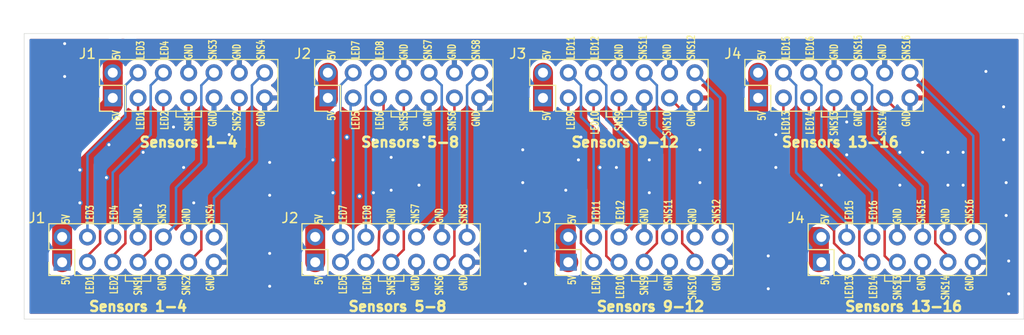
<source format=kicad_pcb>
(kicad_pcb (version 20171130) (host pcbnew "(5.1.5)-3")

  (general
    (thickness 1.6)
    (drawings 55)
    (tracks 203)
    (zones 0)
    (modules 8)
    (nets 35)
  )

  (page A4)
  (layers
    (0 F.Cu signal)
    (31 B.Cu signal)
    (32 B.Adhes user)
    (33 F.Adhes user)
    (34 B.Paste user)
    (35 F.Paste user)
    (36 B.SilkS user)
    (37 F.SilkS user)
    (38 B.Mask user)
    (39 F.Mask user)
    (40 Dwgs.User user)
    (41 Cmts.User user)
    (42 Eco1.User user)
    (43 Eco2.User user)
    (44 Edge.Cuts user)
    (45 Margin user)
    (46 B.CrtYd user)
    (47 F.CrtYd user)
    (48 B.Fab user)
    (49 F.Fab user)
  )

  (setup
    (last_trace_width 2)
    (user_trace_width 0.5)
    (user_trace_width 1)
    (user_trace_width 2)
    (trace_clearance 0.2)
    (zone_clearance 0.508)
    (zone_45_only no)
    (trace_min 0.2)
    (via_size 0.8)
    (via_drill 0.4)
    (via_min_size 0.4)
    (via_min_drill 0.3)
    (user_via 0.6 0.3)
    (uvia_size 0.3)
    (uvia_drill 0.1)
    (uvias_allowed no)
    (uvia_min_size 0.2)
    (uvia_min_drill 0.1)
    (edge_width 0.05)
    (segment_width 0.2)
    (pcb_text_width 0.3)
    (pcb_text_size 1.5 1.5)
    (mod_edge_width 0.12)
    (mod_text_size 1 1)
    (mod_text_width 0.15)
    (pad_size 4 4)
    (pad_drill 3.2)
    (pad_to_mask_clearance 0.051)
    (solder_mask_min_width 0.25)
    (aux_axis_origin 0 0)
    (visible_elements 7FFFFFFF)
    (pcbplotparams
      (layerselection 0x010fc_ffffffff)
      (usegerberextensions false)
      (usegerberattributes false)
      (usegerberadvancedattributes false)
      (creategerberjobfile false)
      (excludeedgelayer true)
      (linewidth 0.100000)
      (plotframeref false)
      (viasonmask false)
      (mode 1)
      (useauxorigin false)
      (hpglpennumber 1)
      (hpglpenspeed 20)
      (hpglpendiameter 15.000000)
      (psnegative false)
      (psa4output false)
      (plotreference true)
      (plotvalue true)
      (plotinvisibletext false)
      (padsonsilk false)
      (subtractmaskfromsilk false)
      (outputformat 1)
      (mirror false)
      (drillshape 0)
      (scaleselection 1)
      (outputdirectory "Production/"))
  )

  (net 0 "")
  (net 1 GND)
  (net 2 +5V)
  (net 3 LED5_1xA4)
  (net 4 LED8_1xA7)
  (net 5 SENSOR5)
  (net 6 SENSOR7)
  (net 7 SENSOR6)
  (net 8 SENSOR8)
  (net 9 SENSOR12)
  (net 10 SENSOR10)
  (net 11 SENSOR11)
  (net 12 SENSOR9)
  (net 13 LED12_1xB3)
  (net 14 LED9_1xB0)
  (net 15 SENSOR16)
  (net 16 SENSOR14)
  (net 17 SENSOR15)
  (net 18 SENSOR13)
  (net 19 LED16_1xB7)
  (net 20 LED13_1xB4)
  (net 21 LED1_1xA0)
  (net 22 LED4_1xA3)
  (net 23 SENSOR1)
  (net 24 SENSOR3)
  (net 25 SENSOR2)
  (net 26 SENSOR4)
  (net 27 LED10_1xB1)
  (net 28 LED11_1xB2)
  (net 29 LED14_1xB5)
  (net 30 LED15_1xB6)
  (net 31 LED2_1xA1)
  (net 32 LED3_1xA2)
  (net 33 LED6_1xA5)
  (net 34 LED7_1xA6)

  (net_class Default "This is the default net class."
    (clearance 0.2)
    (trace_width 0.25)
    (via_dia 0.8)
    (via_drill 0.4)
    (uvia_dia 0.3)
    (uvia_drill 0.1)
    (add_net +5V)
    (add_net GND)
    (add_net LED10_1xB1)
    (add_net LED11_1xB2)
    (add_net LED12_1xB3)
    (add_net LED13_1xB4)
    (add_net LED14_1xB5)
    (add_net LED15_1xB6)
    (add_net LED16_1xB7)
    (add_net LED1_1xA0)
    (add_net LED2_1xA1)
    (add_net LED3_1xA2)
    (add_net LED4_1xA3)
    (add_net LED5_1xA4)
    (add_net LED6_1xA5)
    (add_net LED7_1xA6)
    (add_net LED8_1xA7)
    (add_net LED9_1xB0)
    (add_net SENSOR1)
    (add_net SENSOR10)
    (add_net SENSOR11)
    (add_net SENSOR12)
    (add_net SENSOR13)
    (add_net SENSOR14)
    (add_net SENSOR15)
    (add_net SENSOR16)
    (add_net SENSOR2)
    (add_net SENSOR3)
    (add_net SENSOR4)
    (add_net SENSOR5)
    (add_net SENSOR6)
    (add_net SENSOR7)
    (add_net SENSOR8)
    (add_net SENSOR9)
  )

  (module Connector_PinHeader_2.54mm:PinHeader_2x07_P2.54mm_Vertical (layer F.Cu) (tedit 59FED5CC) (tstamp 60CC2971)
    (at 222.25 160.655 90)
    (descr "Through hole straight pin header, 2x07, 2.54mm pitch, double rows")
    (tags "Through hole pin header THT 2x07 2.54mm double row")
    (path /6046BF11/6053FBBF)
    (fp_text reference J4 (at 4.445 -2.54 180) (layer F.SilkS)
      (effects (font (size 1 1) (thickness 0.15)))
    )
    (fp_text value Conn_02x07_Odd_Even (at 1.27 17.57 90) (layer F.Fab)
      (effects (font (size 1 1) (thickness 0.15)))
    )
    (fp_line (start 0 -1.27) (end 3.81 -1.27) (layer F.Fab) (width 0.1))
    (fp_line (start 3.81 -1.27) (end 3.81 16.51) (layer F.Fab) (width 0.1))
    (fp_line (start 3.81 16.51) (end -1.27 16.51) (layer F.Fab) (width 0.1))
    (fp_line (start -1.27 16.51) (end -1.27 0) (layer F.Fab) (width 0.1))
    (fp_line (start -1.27 0) (end 0 -1.27) (layer F.Fab) (width 0.1))
    (fp_line (start -1.33 16.57) (end 3.87 16.57) (layer F.SilkS) (width 0.12))
    (fp_line (start -1.33 1.27) (end -1.33 16.57) (layer F.SilkS) (width 0.12))
    (fp_line (start 3.87 -1.33) (end 3.87 16.57) (layer F.SilkS) (width 0.12))
    (fp_line (start -1.33 1.27) (end 1.27 1.27) (layer F.SilkS) (width 0.12))
    (fp_line (start 1.27 1.27) (end 1.27 -1.33) (layer F.SilkS) (width 0.12))
    (fp_line (start 1.27 -1.33) (end 3.87 -1.33) (layer F.SilkS) (width 0.12))
    (fp_line (start -1.33 0) (end -1.33 -1.33) (layer F.SilkS) (width 0.12))
    (fp_line (start -1.33 -1.33) (end 0 -1.33) (layer F.SilkS) (width 0.12))
    (fp_line (start -1.8 -1.8) (end -1.8 17.05) (layer F.CrtYd) (width 0.05))
    (fp_line (start -1.8 17.05) (end 4.35 17.05) (layer F.CrtYd) (width 0.05))
    (fp_line (start 4.35 17.05) (end 4.35 -1.8) (layer F.CrtYd) (width 0.05))
    (fp_line (start 4.35 -1.8) (end -1.8 -1.8) (layer F.CrtYd) (width 0.05))
    (fp_text user %R (at 1.27 7.62) (layer F.Fab)
      (effects (font (size 1 1) (thickness 0.15)))
    )
    (pad 1 thru_hole rect (at 0 0 90) (size 1.7 1.7) (drill 1) (layers *.Cu *.Mask)
      (net 2 +5V))
    (pad 2 thru_hole oval (at 2.54 0 90) (size 1.7 1.7) (drill 1) (layers *.Cu *.Mask)
      (net 2 +5V))
    (pad 3 thru_hole oval (at 0 2.54 90) (size 1.7 1.7) (drill 1) (layers *.Cu *.Mask)
      (net 20 LED13_1xB4))
    (pad 4 thru_hole oval (at 2.54 2.54 90) (size 1.7 1.7) (drill 1) (layers *.Cu *.Mask)
      (net 30 LED15_1xB6))
    (pad 5 thru_hole oval (at 0 5.08 90) (size 1.7 1.7) (drill 1) (layers *.Cu *.Mask)
      (net 29 LED14_1xB5))
    (pad 6 thru_hole oval (at 2.54 5.08 90) (size 1.7 1.7) (drill 1) (layers *.Cu *.Mask)
      (net 19 LED16_1xB7))
    (pad 7 thru_hole oval (at 0 7.62 90) (size 1.7 1.7) (drill 1) (layers *.Cu *.Mask)
      (net 18 SENSOR13))
    (pad 8 thru_hole oval (at 2.54 7.62 90) (size 1.7 1.7) (drill 1) (layers *.Cu *.Mask)
      (net 1 GND))
    (pad 9 thru_hole oval (at 0 10.16 90) (size 1.7 1.7) (drill 1) (layers *.Cu *.Mask)
      (net 1 GND))
    (pad 10 thru_hole oval (at 2.54 10.16 90) (size 1.7 1.7) (drill 1) (layers *.Cu *.Mask)
      (net 17 SENSOR15))
    (pad 11 thru_hole oval (at 0 12.7 90) (size 1.7 1.7) (drill 1) (layers *.Cu *.Mask)
      (net 16 SENSOR14))
    (pad 12 thru_hole oval (at 2.54 12.7 90) (size 1.7 1.7) (drill 1) (layers *.Cu *.Mask)
      (net 1 GND))
    (pad 13 thru_hole oval (at 0 15.24 90) (size 1.7 1.7) (drill 1) (layers *.Cu *.Mask)
      (net 1 GND))
    (pad 14 thru_hole oval (at 2.54 15.24 90) (size 1.7 1.7) (drill 1) (layers *.Cu *.Mask)
      (net 15 SENSOR16))
    (model ${KISYS3DMOD}/Connector_PinHeader_2.54mm.3dshapes/PinHeader_2x07_P2.54mm_Vertical.wrl
      (at (xyz 0 0 0))
      (scale (xyz 1 1 1))
      (rotate (xyz 0 0 0))
    )
  )

  (module Connector_PinHeader_2.54mm:PinHeader_2x07_P2.54mm_Vertical (layer F.Cu) (tedit 59FED5CC) (tstamp 60CC294E)
    (at 146.05 160.655 90)
    (descr "Through hole straight pin header, 2x07, 2.54mm pitch, double rows")
    (tags "Through hole pin header THT 2x07 2.54mm double row")
    (path /6046BF11/604F169C)
    (fp_text reference J1 (at 4.445 -2.54 180) (layer F.SilkS)
      (effects (font (size 1 1) (thickness 0.15)))
    )
    (fp_text value Conn_02x07_Odd_Even (at 1.27 17.57 90) (layer F.Fab)
      (effects (font (size 1 1) (thickness 0.15)))
    )
    (fp_text user %R (at 1.27 7.62) (layer F.Fab)
      (effects (font (size 1 1) (thickness 0.15)))
    )
    (fp_line (start 4.35 -1.8) (end -1.8 -1.8) (layer F.CrtYd) (width 0.05))
    (fp_line (start 4.35 17.05) (end 4.35 -1.8) (layer F.CrtYd) (width 0.05))
    (fp_line (start -1.8 17.05) (end 4.35 17.05) (layer F.CrtYd) (width 0.05))
    (fp_line (start -1.8 -1.8) (end -1.8 17.05) (layer F.CrtYd) (width 0.05))
    (fp_line (start -1.33 -1.33) (end 0 -1.33) (layer F.SilkS) (width 0.12))
    (fp_line (start -1.33 0) (end -1.33 -1.33) (layer F.SilkS) (width 0.12))
    (fp_line (start 1.27 -1.33) (end 3.87 -1.33) (layer F.SilkS) (width 0.12))
    (fp_line (start 1.27 1.27) (end 1.27 -1.33) (layer F.SilkS) (width 0.12))
    (fp_line (start -1.33 1.27) (end 1.27 1.27) (layer F.SilkS) (width 0.12))
    (fp_line (start 3.87 -1.33) (end 3.87 16.57) (layer F.SilkS) (width 0.12))
    (fp_line (start -1.33 1.27) (end -1.33 16.57) (layer F.SilkS) (width 0.12))
    (fp_line (start -1.33 16.57) (end 3.87 16.57) (layer F.SilkS) (width 0.12))
    (fp_line (start -1.27 0) (end 0 -1.27) (layer F.Fab) (width 0.1))
    (fp_line (start -1.27 16.51) (end -1.27 0) (layer F.Fab) (width 0.1))
    (fp_line (start 3.81 16.51) (end -1.27 16.51) (layer F.Fab) (width 0.1))
    (fp_line (start 3.81 -1.27) (end 3.81 16.51) (layer F.Fab) (width 0.1))
    (fp_line (start 0 -1.27) (end 3.81 -1.27) (layer F.Fab) (width 0.1))
    (pad 14 thru_hole oval (at 2.54 15.24 90) (size 1.7 1.7) (drill 1) (layers *.Cu *.Mask)
      (net 26 SENSOR4))
    (pad 13 thru_hole oval (at 0 15.24 90) (size 1.7 1.7) (drill 1) (layers *.Cu *.Mask)
      (net 1 GND))
    (pad 12 thru_hole oval (at 2.54 12.7 90) (size 1.7 1.7) (drill 1) (layers *.Cu *.Mask)
      (net 1 GND))
    (pad 11 thru_hole oval (at 0 12.7 90) (size 1.7 1.7) (drill 1) (layers *.Cu *.Mask)
      (net 25 SENSOR2))
    (pad 10 thru_hole oval (at 2.54 10.16 90) (size 1.7 1.7) (drill 1) (layers *.Cu *.Mask)
      (net 24 SENSOR3))
    (pad 9 thru_hole oval (at 0 10.16 90) (size 1.7 1.7) (drill 1) (layers *.Cu *.Mask)
      (net 1 GND))
    (pad 8 thru_hole oval (at 2.54 7.62 90) (size 1.7 1.7) (drill 1) (layers *.Cu *.Mask)
      (net 1 GND))
    (pad 7 thru_hole oval (at 0 7.62 90) (size 1.7 1.7) (drill 1) (layers *.Cu *.Mask)
      (net 23 SENSOR1))
    (pad 6 thru_hole oval (at 2.54 5.08 90) (size 1.7 1.7) (drill 1) (layers *.Cu *.Mask)
      (net 22 LED4_1xA3))
    (pad 5 thru_hole oval (at 0 5.08 90) (size 1.7 1.7) (drill 1) (layers *.Cu *.Mask)
      (net 31 LED2_1xA1))
    (pad 4 thru_hole oval (at 2.54 2.54 90) (size 1.7 1.7) (drill 1) (layers *.Cu *.Mask)
      (net 32 LED3_1xA2))
    (pad 3 thru_hole oval (at 0 2.54 90) (size 1.7 1.7) (drill 1) (layers *.Cu *.Mask)
      (net 21 LED1_1xA0))
    (pad 2 thru_hole oval (at 2.54 0 90) (size 1.7 1.7) (drill 1) (layers *.Cu *.Mask)
      (net 2 +5V))
    (pad 1 thru_hole rect (at 0 0 90) (size 1.7 1.7) (drill 1) (layers *.Cu *.Mask)
      (net 2 +5V))
    (model ${KISYS3DMOD}/Connector_PinHeader_2.54mm.3dshapes/PinHeader_2x07_P2.54mm_Vertical.wrl
      (at (xyz 0 0 0))
      (scale (xyz 1 1 1))
      (rotate (xyz 0 0 0))
    )
  )

  (module Connector_PinHeader_2.54mm:PinHeader_2x07_P2.54mm_Vertical (layer F.Cu) (tedit 59FED5CC) (tstamp 60CC292B)
    (at 171.45 160.655 90)
    (descr "Through hole straight pin header, 2x07, 2.54mm pitch, double rows")
    (tags "Through hole pin header THT 2x07 2.54mm double row")
    (path /6046BF11/60534764)
    (fp_text reference J2 (at 4.445 -2.54 180) (layer F.SilkS)
      (effects (font (size 1 1) (thickness 0.15)))
    )
    (fp_text value Conn_02x07_Odd_Even (at 1.27 17.57 90) (layer F.Fab)
      (effects (font (size 1 1) (thickness 0.15)))
    )
    (fp_text user %R (at 1.27 7.62) (layer F.Fab)
      (effects (font (size 1 1) (thickness 0.15)))
    )
    (fp_line (start 4.35 -1.8) (end -1.8 -1.8) (layer F.CrtYd) (width 0.05))
    (fp_line (start 4.35 17.05) (end 4.35 -1.8) (layer F.CrtYd) (width 0.05))
    (fp_line (start -1.8 17.05) (end 4.35 17.05) (layer F.CrtYd) (width 0.05))
    (fp_line (start -1.8 -1.8) (end -1.8 17.05) (layer F.CrtYd) (width 0.05))
    (fp_line (start -1.33 -1.33) (end 0 -1.33) (layer F.SilkS) (width 0.12))
    (fp_line (start -1.33 0) (end -1.33 -1.33) (layer F.SilkS) (width 0.12))
    (fp_line (start 1.27 -1.33) (end 3.87 -1.33) (layer F.SilkS) (width 0.12))
    (fp_line (start 1.27 1.27) (end 1.27 -1.33) (layer F.SilkS) (width 0.12))
    (fp_line (start -1.33 1.27) (end 1.27 1.27) (layer F.SilkS) (width 0.12))
    (fp_line (start 3.87 -1.33) (end 3.87 16.57) (layer F.SilkS) (width 0.12))
    (fp_line (start -1.33 1.27) (end -1.33 16.57) (layer F.SilkS) (width 0.12))
    (fp_line (start -1.33 16.57) (end 3.87 16.57) (layer F.SilkS) (width 0.12))
    (fp_line (start -1.27 0) (end 0 -1.27) (layer F.Fab) (width 0.1))
    (fp_line (start -1.27 16.51) (end -1.27 0) (layer F.Fab) (width 0.1))
    (fp_line (start 3.81 16.51) (end -1.27 16.51) (layer F.Fab) (width 0.1))
    (fp_line (start 3.81 -1.27) (end 3.81 16.51) (layer F.Fab) (width 0.1))
    (fp_line (start 0 -1.27) (end 3.81 -1.27) (layer F.Fab) (width 0.1))
    (pad 14 thru_hole oval (at 2.54 15.24 90) (size 1.7 1.7) (drill 1) (layers *.Cu *.Mask)
      (net 8 SENSOR8))
    (pad 13 thru_hole oval (at 0 15.24 90) (size 1.7 1.7) (drill 1) (layers *.Cu *.Mask)
      (net 1 GND))
    (pad 12 thru_hole oval (at 2.54 12.7 90) (size 1.7 1.7) (drill 1) (layers *.Cu *.Mask)
      (net 1 GND))
    (pad 11 thru_hole oval (at 0 12.7 90) (size 1.7 1.7) (drill 1) (layers *.Cu *.Mask)
      (net 7 SENSOR6))
    (pad 10 thru_hole oval (at 2.54 10.16 90) (size 1.7 1.7) (drill 1) (layers *.Cu *.Mask)
      (net 6 SENSOR7))
    (pad 9 thru_hole oval (at 0 10.16 90) (size 1.7 1.7) (drill 1) (layers *.Cu *.Mask)
      (net 1 GND))
    (pad 8 thru_hole oval (at 2.54 7.62 90) (size 1.7 1.7) (drill 1) (layers *.Cu *.Mask)
      (net 1 GND))
    (pad 7 thru_hole oval (at 0 7.62 90) (size 1.7 1.7) (drill 1) (layers *.Cu *.Mask)
      (net 5 SENSOR5))
    (pad 6 thru_hole oval (at 2.54 5.08 90) (size 1.7 1.7) (drill 1) (layers *.Cu *.Mask)
      (net 4 LED8_1xA7))
    (pad 5 thru_hole oval (at 0 5.08 90) (size 1.7 1.7) (drill 1) (layers *.Cu *.Mask)
      (net 33 LED6_1xA5))
    (pad 4 thru_hole oval (at 2.54 2.54 90) (size 1.7 1.7) (drill 1) (layers *.Cu *.Mask)
      (net 34 LED7_1xA6))
    (pad 3 thru_hole oval (at 0 2.54 90) (size 1.7 1.7) (drill 1) (layers *.Cu *.Mask)
      (net 3 LED5_1xA4))
    (pad 2 thru_hole oval (at 2.54 0 90) (size 1.7 1.7) (drill 1) (layers *.Cu *.Mask)
      (net 2 +5V))
    (pad 1 thru_hole rect (at 0 0 90) (size 1.7 1.7) (drill 1) (layers *.Cu *.Mask)
      (net 2 +5V))
    (model ${KISYS3DMOD}/Connector_PinHeader_2.54mm.3dshapes/PinHeader_2x07_P2.54mm_Vertical.wrl
      (at (xyz 0 0 0))
      (scale (xyz 1 1 1))
      (rotate (xyz 0 0 0))
    )
  )

  (module Connector_PinHeader_2.54mm:PinHeader_2x07_P2.54mm_Vertical (layer F.Cu) (tedit 59FED5CC) (tstamp 60CC2908)
    (at 196.85 160.655 90)
    (descr "Through hole straight pin header, 2x07, 2.54mm pitch, double rows")
    (tags "Through hole pin header THT 2x07 2.54mm double row")
    (path /6046BF11/60539C08)
    (fp_text reference J3 (at 4.445 -2.54 180) (layer F.SilkS)
      (effects (font (size 1 1) (thickness 0.15)))
    )
    (fp_text value Conn_02x07_Odd_Even (at 1.27 17.57 90) (layer F.Fab)
      (effects (font (size 1 1) (thickness 0.15)))
    )
    (fp_line (start 0 -1.27) (end 3.81 -1.27) (layer F.Fab) (width 0.1))
    (fp_line (start 3.81 -1.27) (end 3.81 16.51) (layer F.Fab) (width 0.1))
    (fp_line (start 3.81 16.51) (end -1.27 16.51) (layer F.Fab) (width 0.1))
    (fp_line (start -1.27 16.51) (end -1.27 0) (layer F.Fab) (width 0.1))
    (fp_line (start -1.27 0) (end 0 -1.27) (layer F.Fab) (width 0.1))
    (fp_line (start -1.33 16.57) (end 3.87 16.57) (layer F.SilkS) (width 0.12))
    (fp_line (start -1.33 1.27) (end -1.33 16.57) (layer F.SilkS) (width 0.12))
    (fp_line (start 3.87 -1.33) (end 3.87 16.57) (layer F.SilkS) (width 0.12))
    (fp_line (start -1.33 1.27) (end 1.27 1.27) (layer F.SilkS) (width 0.12))
    (fp_line (start 1.27 1.27) (end 1.27 -1.33) (layer F.SilkS) (width 0.12))
    (fp_line (start 1.27 -1.33) (end 3.87 -1.33) (layer F.SilkS) (width 0.12))
    (fp_line (start -1.33 0) (end -1.33 -1.33) (layer F.SilkS) (width 0.12))
    (fp_line (start -1.33 -1.33) (end 0 -1.33) (layer F.SilkS) (width 0.12))
    (fp_line (start -1.8 -1.8) (end -1.8 17.05) (layer F.CrtYd) (width 0.05))
    (fp_line (start -1.8 17.05) (end 4.35 17.05) (layer F.CrtYd) (width 0.05))
    (fp_line (start 4.35 17.05) (end 4.35 -1.8) (layer F.CrtYd) (width 0.05))
    (fp_line (start 4.35 -1.8) (end -1.8 -1.8) (layer F.CrtYd) (width 0.05))
    (fp_text user %R (at 1.27 7.62) (layer F.Fab)
      (effects (font (size 1 1) (thickness 0.15)))
    )
    (pad 1 thru_hole rect (at 0 0 90) (size 1.7 1.7) (drill 1) (layers *.Cu *.Mask)
      (net 2 +5V))
    (pad 2 thru_hole oval (at 2.54 0 90) (size 1.7 1.7) (drill 1) (layers *.Cu *.Mask)
      (net 2 +5V))
    (pad 3 thru_hole oval (at 0 2.54 90) (size 1.7 1.7) (drill 1) (layers *.Cu *.Mask)
      (net 14 LED9_1xB0))
    (pad 4 thru_hole oval (at 2.54 2.54 90) (size 1.7 1.7) (drill 1) (layers *.Cu *.Mask)
      (net 28 LED11_1xB2))
    (pad 5 thru_hole oval (at 0 5.08 90) (size 1.7 1.7) (drill 1) (layers *.Cu *.Mask)
      (net 27 LED10_1xB1))
    (pad 6 thru_hole oval (at 2.54 5.08 90) (size 1.7 1.7) (drill 1) (layers *.Cu *.Mask)
      (net 13 LED12_1xB3))
    (pad 7 thru_hole oval (at 0 7.62 90) (size 1.7 1.7) (drill 1) (layers *.Cu *.Mask)
      (net 12 SENSOR9))
    (pad 8 thru_hole oval (at 2.54 7.62 90) (size 1.7 1.7) (drill 1) (layers *.Cu *.Mask)
      (net 1 GND))
    (pad 9 thru_hole oval (at 0 10.16 90) (size 1.7 1.7) (drill 1) (layers *.Cu *.Mask)
      (net 1 GND))
    (pad 10 thru_hole oval (at 2.54 10.16 90) (size 1.7 1.7) (drill 1) (layers *.Cu *.Mask)
      (net 11 SENSOR11))
    (pad 11 thru_hole oval (at 0 12.7 90) (size 1.7 1.7) (drill 1) (layers *.Cu *.Mask)
      (net 10 SENSOR10))
    (pad 12 thru_hole oval (at 2.54 12.7 90) (size 1.7 1.7) (drill 1) (layers *.Cu *.Mask)
      (net 1 GND))
    (pad 13 thru_hole oval (at 0 15.24 90) (size 1.7 1.7) (drill 1) (layers *.Cu *.Mask)
      (net 1 GND))
    (pad 14 thru_hole oval (at 2.54 15.24 90) (size 1.7 1.7) (drill 1) (layers *.Cu *.Mask)
      (net 9 SENSOR12))
    (model ${KISYS3DMOD}/Connector_PinHeader_2.54mm.3dshapes/PinHeader_2x07_P2.54mm_Vertical.wrl
      (at (xyz 0 0 0))
      (scale (xyz 1 1 1))
      (rotate (xyz 0 0 0))
    )
  )

  (module Connector_PinHeader_2.54mm:PinHeader_2x07_P2.54mm_Vertical (layer F.Cu) (tedit 59FED5CC) (tstamp 609D40BF)
    (at 172.72 144.145 90)
    (descr "Through hole straight pin header, 2x07, 2.54mm pitch, double rows")
    (tags "Through hole pin header THT 2x07 2.54mm double row")
    (path /6046BF11/60534764)
    (fp_text reference J2 (at 4.445 -2.54 180) (layer F.SilkS)
      (effects (font (size 1 1) (thickness 0.15)))
    )
    (fp_text value Conn_02x07_Odd_Even (at 1.27 17.57 90) (layer F.Fab)
      (effects (font (size 1 1) (thickness 0.15)))
    )
    (fp_line (start 0 -1.27) (end 3.81 -1.27) (layer F.Fab) (width 0.1))
    (fp_line (start 3.81 -1.27) (end 3.81 16.51) (layer F.Fab) (width 0.1))
    (fp_line (start 3.81 16.51) (end -1.27 16.51) (layer F.Fab) (width 0.1))
    (fp_line (start -1.27 16.51) (end -1.27 0) (layer F.Fab) (width 0.1))
    (fp_line (start -1.27 0) (end 0 -1.27) (layer F.Fab) (width 0.1))
    (fp_line (start -1.33 16.57) (end 3.87 16.57) (layer F.SilkS) (width 0.12))
    (fp_line (start -1.33 1.27) (end -1.33 16.57) (layer F.SilkS) (width 0.12))
    (fp_line (start 3.87 -1.33) (end 3.87 16.57) (layer F.SilkS) (width 0.12))
    (fp_line (start -1.33 1.27) (end 1.27 1.27) (layer F.SilkS) (width 0.12))
    (fp_line (start 1.27 1.27) (end 1.27 -1.33) (layer F.SilkS) (width 0.12))
    (fp_line (start 1.27 -1.33) (end 3.87 -1.33) (layer F.SilkS) (width 0.12))
    (fp_line (start -1.33 0) (end -1.33 -1.33) (layer F.SilkS) (width 0.12))
    (fp_line (start -1.33 -1.33) (end 0 -1.33) (layer F.SilkS) (width 0.12))
    (fp_line (start -1.8 -1.8) (end -1.8 17.05) (layer F.CrtYd) (width 0.05))
    (fp_line (start -1.8 17.05) (end 4.35 17.05) (layer F.CrtYd) (width 0.05))
    (fp_line (start 4.35 17.05) (end 4.35 -1.8) (layer F.CrtYd) (width 0.05))
    (fp_line (start 4.35 -1.8) (end -1.8 -1.8) (layer F.CrtYd) (width 0.05))
    (fp_text user %R (at 1.27 7.62) (layer F.Fab)
      (effects (font (size 1 1) (thickness 0.15)))
    )
    (pad 1 thru_hole rect (at 0 0 90) (size 1.7 1.7) (drill 1) (layers *.Cu *.Mask)
      (net 2 +5V))
    (pad 2 thru_hole oval (at 2.54 0 90) (size 1.7 1.7) (drill 1) (layers *.Cu *.Mask)
      (net 2 +5V))
    (pad 3 thru_hole oval (at 0 2.54 90) (size 1.7 1.7) (drill 1) (layers *.Cu *.Mask)
      (net 3 LED5_1xA4))
    (pad 4 thru_hole oval (at 2.54 2.54 90) (size 1.7 1.7) (drill 1) (layers *.Cu *.Mask)
      (net 34 LED7_1xA6))
    (pad 5 thru_hole oval (at 0 5.08 90) (size 1.7 1.7) (drill 1) (layers *.Cu *.Mask)
      (net 33 LED6_1xA5))
    (pad 6 thru_hole oval (at 2.54 5.08 90) (size 1.7 1.7) (drill 1) (layers *.Cu *.Mask)
      (net 4 LED8_1xA7))
    (pad 7 thru_hole oval (at 0 7.62 90) (size 1.7 1.7) (drill 1) (layers *.Cu *.Mask)
      (net 5 SENSOR5))
    (pad 8 thru_hole oval (at 2.54 7.62 90) (size 1.7 1.7) (drill 1) (layers *.Cu *.Mask)
      (net 1 GND))
    (pad 9 thru_hole oval (at 0 10.16 90) (size 1.7 1.7) (drill 1) (layers *.Cu *.Mask)
      (net 1 GND))
    (pad 10 thru_hole oval (at 2.54 10.16 90) (size 1.7 1.7) (drill 1) (layers *.Cu *.Mask)
      (net 6 SENSOR7))
    (pad 11 thru_hole oval (at 0 12.7 90) (size 1.7 1.7) (drill 1) (layers *.Cu *.Mask)
      (net 7 SENSOR6))
    (pad 12 thru_hole oval (at 2.54 12.7 90) (size 1.7 1.7) (drill 1) (layers *.Cu *.Mask)
      (net 1 GND))
    (pad 13 thru_hole oval (at 0 15.24 90) (size 1.7 1.7) (drill 1) (layers *.Cu *.Mask)
      (net 1 GND))
    (pad 14 thru_hole oval (at 2.54 15.24 90) (size 1.7 1.7) (drill 1) (layers *.Cu *.Mask)
      (net 8 SENSOR8))
    (model ${KISYS3DMOD}/Connector_PinHeader_2.54mm.3dshapes/PinHeader_2x07_P2.54mm_Vertical.wrl
      (at (xyz 0 0 0))
      (scale (xyz 1 1 1))
      (rotate (xyz 0 0 0))
    )
  )

  (module Connector_PinHeader_2.54mm:PinHeader_2x07_P2.54mm_Vertical (layer F.Cu) (tedit 59FED5CC) (tstamp 609D40E3)
    (at 194.31 144.145 90)
    (descr "Through hole straight pin header, 2x07, 2.54mm pitch, double rows")
    (tags "Through hole pin header THT 2x07 2.54mm double row")
    (path /6046BF11/60539C08)
    (fp_text reference J3 (at 4.445 -2.54 180) (layer F.SilkS)
      (effects (font (size 1 1) (thickness 0.15)))
    )
    (fp_text value Conn_02x07_Odd_Even (at 1.27 17.57 90) (layer F.Fab)
      (effects (font (size 1 1) (thickness 0.15)))
    )
    (fp_text user %R (at 1.27 7.62) (layer F.Fab)
      (effects (font (size 1 1) (thickness 0.15)))
    )
    (fp_line (start 4.35 -1.8) (end -1.8 -1.8) (layer F.CrtYd) (width 0.05))
    (fp_line (start 4.35 17.05) (end 4.35 -1.8) (layer F.CrtYd) (width 0.05))
    (fp_line (start -1.8 17.05) (end 4.35 17.05) (layer F.CrtYd) (width 0.05))
    (fp_line (start -1.8 -1.8) (end -1.8 17.05) (layer F.CrtYd) (width 0.05))
    (fp_line (start -1.33 -1.33) (end 0 -1.33) (layer F.SilkS) (width 0.12))
    (fp_line (start -1.33 0) (end -1.33 -1.33) (layer F.SilkS) (width 0.12))
    (fp_line (start 1.27 -1.33) (end 3.87 -1.33) (layer F.SilkS) (width 0.12))
    (fp_line (start 1.27 1.27) (end 1.27 -1.33) (layer F.SilkS) (width 0.12))
    (fp_line (start -1.33 1.27) (end 1.27 1.27) (layer F.SilkS) (width 0.12))
    (fp_line (start 3.87 -1.33) (end 3.87 16.57) (layer F.SilkS) (width 0.12))
    (fp_line (start -1.33 1.27) (end -1.33 16.57) (layer F.SilkS) (width 0.12))
    (fp_line (start -1.33 16.57) (end 3.87 16.57) (layer F.SilkS) (width 0.12))
    (fp_line (start -1.27 0) (end 0 -1.27) (layer F.Fab) (width 0.1))
    (fp_line (start -1.27 16.51) (end -1.27 0) (layer F.Fab) (width 0.1))
    (fp_line (start 3.81 16.51) (end -1.27 16.51) (layer F.Fab) (width 0.1))
    (fp_line (start 3.81 -1.27) (end 3.81 16.51) (layer F.Fab) (width 0.1))
    (fp_line (start 0 -1.27) (end 3.81 -1.27) (layer F.Fab) (width 0.1))
    (pad 14 thru_hole oval (at 2.54 15.24 90) (size 1.7 1.7) (drill 1) (layers *.Cu *.Mask)
      (net 9 SENSOR12))
    (pad 13 thru_hole oval (at 0 15.24 90) (size 1.7 1.7) (drill 1) (layers *.Cu *.Mask)
      (net 1 GND))
    (pad 12 thru_hole oval (at 2.54 12.7 90) (size 1.7 1.7) (drill 1) (layers *.Cu *.Mask)
      (net 1 GND))
    (pad 11 thru_hole oval (at 0 12.7 90) (size 1.7 1.7) (drill 1) (layers *.Cu *.Mask)
      (net 10 SENSOR10))
    (pad 10 thru_hole oval (at 2.54 10.16 90) (size 1.7 1.7) (drill 1) (layers *.Cu *.Mask)
      (net 11 SENSOR11))
    (pad 9 thru_hole oval (at 0 10.16 90) (size 1.7 1.7) (drill 1) (layers *.Cu *.Mask)
      (net 1 GND))
    (pad 8 thru_hole oval (at 2.54 7.62 90) (size 1.7 1.7) (drill 1) (layers *.Cu *.Mask)
      (net 1 GND))
    (pad 7 thru_hole oval (at 0 7.62 90) (size 1.7 1.7) (drill 1) (layers *.Cu *.Mask)
      (net 12 SENSOR9))
    (pad 6 thru_hole oval (at 2.54 5.08 90) (size 1.7 1.7) (drill 1) (layers *.Cu *.Mask)
      (net 13 LED12_1xB3))
    (pad 5 thru_hole oval (at 0 5.08 90) (size 1.7 1.7) (drill 1) (layers *.Cu *.Mask)
      (net 27 LED10_1xB1))
    (pad 4 thru_hole oval (at 2.54 2.54 90) (size 1.7 1.7) (drill 1) (layers *.Cu *.Mask)
      (net 28 LED11_1xB2))
    (pad 3 thru_hole oval (at 0 2.54 90) (size 1.7 1.7) (drill 1) (layers *.Cu *.Mask)
      (net 14 LED9_1xB0))
    (pad 2 thru_hole oval (at 2.54 0 90) (size 1.7 1.7) (drill 1) (layers *.Cu *.Mask)
      (net 2 +5V))
    (pad 1 thru_hole rect (at 0 0 90) (size 1.7 1.7) (drill 1) (layers *.Cu *.Mask)
      (net 2 +5V))
    (model ${KISYS3DMOD}/Connector_PinHeader_2.54mm.3dshapes/PinHeader_2x07_P2.54mm_Vertical.wrl
      (at (xyz 0 0 0))
      (scale (xyz 1 1 1))
      (rotate (xyz 0 0 0))
    )
  )

  (module Connector_PinHeader_2.54mm:PinHeader_2x07_P2.54mm_Vertical (layer F.Cu) (tedit 59FED5CC) (tstamp 609D4107)
    (at 215.9 144.145 90)
    (descr "Through hole straight pin header, 2x07, 2.54mm pitch, double rows")
    (tags "Through hole pin header THT 2x07 2.54mm double row")
    (path /6046BF11/6053FBBF)
    (fp_text reference J4 (at 4.445 -2.54 180) (layer F.SilkS)
      (effects (font (size 1 1) (thickness 0.15)))
    )
    (fp_text value Conn_02x07_Odd_Even (at 1.27 17.57 90) (layer F.Fab)
      (effects (font (size 1 1) (thickness 0.15)))
    )
    (fp_text user %R (at 1.27 7.62) (layer F.Fab)
      (effects (font (size 1 1) (thickness 0.15)))
    )
    (fp_line (start 4.35 -1.8) (end -1.8 -1.8) (layer F.CrtYd) (width 0.05))
    (fp_line (start 4.35 17.05) (end 4.35 -1.8) (layer F.CrtYd) (width 0.05))
    (fp_line (start -1.8 17.05) (end 4.35 17.05) (layer F.CrtYd) (width 0.05))
    (fp_line (start -1.8 -1.8) (end -1.8 17.05) (layer F.CrtYd) (width 0.05))
    (fp_line (start -1.33 -1.33) (end 0 -1.33) (layer F.SilkS) (width 0.12))
    (fp_line (start -1.33 0) (end -1.33 -1.33) (layer F.SilkS) (width 0.12))
    (fp_line (start 1.27 -1.33) (end 3.87 -1.33) (layer F.SilkS) (width 0.12))
    (fp_line (start 1.27 1.27) (end 1.27 -1.33) (layer F.SilkS) (width 0.12))
    (fp_line (start -1.33 1.27) (end 1.27 1.27) (layer F.SilkS) (width 0.12))
    (fp_line (start 3.87 -1.33) (end 3.87 16.57) (layer F.SilkS) (width 0.12))
    (fp_line (start -1.33 1.27) (end -1.33 16.57) (layer F.SilkS) (width 0.12))
    (fp_line (start -1.33 16.57) (end 3.87 16.57) (layer F.SilkS) (width 0.12))
    (fp_line (start -1.27 0) (end 0 -1.27) (layer F.Fab) (width 0.1))
    (fp_line (start -1.27 16.51) (end -1.27 0) (layer F.Fab) (width 0.1))
    (fp_line (start 3.81 16.51) (end -1.27 16.51) (layer F.Fab) (width 0.1))
    (fp_line (start 3.81 -1.27) (end 3.81 16.51) (layer F.Fab) (width 0.1))
    (fp_line (start 0 -1.27) (end 3.81 -1.27) (layer F.Fab) (width 0.1))
    (pad 14 thru_hole oval (at 2.54 15.24 90) (size 1.7 1.7) (drill 1) (layers *.Cu *.Mask)
      (net 15 SENSOR16))
    (pad 13 thru_hole oval (at 0 15.24 90) (size 1.7 1.7) (drill 1) (layers *.Cu *.Mask)
      (net 1 GND))
    (pad 12 thru_hole oval (at 2.54 12.7 90) (size 1.7 1.7) (drill 1) (layers *.Cu *.Mask)
      (net 1 GND))
    (pad 11 thru_hole oval (at 0 12.7 90) (size 1.7 1.7) (drill 1) (layers *.Cu *.Mask)
      (net 16 SENSOR14))
    (pad 10 thru_hole oval (at 2.54 10.16 90) (size 1.7 1.7) (drill 1) (layers *.Cu *.Mask)
      (net 17 SENSOR15))
    (pad 9 thru_hole oval (at 0 10.16 90) (size 1.7 1.7) (drill 1) (layers *.Cu *.Mask)
      (net 1 GND))
    (pad 8 thru_hole oval (at 2.54 7.62 90) (size 1.7 1.7) (drill 1) (layers *.Cu *.Mask)
      (net 1 GND))
    (pad 7 thru_hole oval (at 0 7.62 90) (size 1.7 1.7) (drill 1) (layers *.Cu *.Mask)
      (net 18 SENSOR13))
    (pad 6 thru_hole oval (at 2.54 5.08 90) (size 1.7 1.7) (drill 1) (layers *.Cu *.Mask)
      (net 19 LED16_1xB7))
    (pad 5 thru_hole oval (at 0 5.08 90) (size 1.7 1.7) (drill 1) (layers *.Cu *.Mask)
      (net 29 LED14_1xB5))
    (pad 4 thru_hole oval (at 2.54 2.54 90) (size 1.7 1.7) (drill 1) (layers *.Cu *.Mask)
      (net 30 LED15_1xB6))
    (pad 3 thru_hole oval (at 0 2.54 90) (size 1.7 1.7) (drill 1) (layers *.Cu *.Mask)
      (net 20 LED13_1xB4))
    (pad 2 thru_hole oval (at 2.54 0 90) (size 1.7 1.7) (drill 1) (layers *.Cu *.Mask)
      (net 2 +5V))
    (pad 1 thru_hole rect (at 0 0 90) (size 1.7 1.7) (drill 1) (layers *.Cu *.Mask)
      (net 2 +5V))
    (model ${KISYS3DMOD}/Connector_PinHeader_2.54mm.3dshapes/PinHeader_2x07_P2.54mm_Vertical.wrl
      (at (xyz 0 0 0))
      (scale (xyz 1 1 1))
      (rotate (xyz 0 0 0))
    )
  )

  (module Connector_PinHeader_2.54mm:PinHeader_2x07_P2.54mm_Vertical (layer F.Cu) (tedit 59FED5CC) (tstamp 609D412B)
    (at 151.13 144.145 90)
    (descr "Through hole straight pin header, 2x07, 2.54mm pitch, double rows")
    (tags "Through hole pin header THT 2x07 2.54mm double row")
    (path /6046BF11/604F169C)
    (fp_text reference J1 (at 4.445 -2.54 180) (layer F.SilkS)
      (effects (font (size 1 1) (thickness 0.15)))
    )
    (fp_text value Conn_02x07_Odd_Even (at 1.27 17.57 90) (layer F.Fab)
      (effects (font (size 1 1) (thickness 0.15)))
    )
    (fp_line (start 0 -1.27) (end 3.81 -1.27) (layer F.Fab) (width 0.1))
    (fp_line (start 3.81 -1.27) (end 3.81 16.51) (layer F.Fab) (width 0.1))
    (fp_line (start 3.81 16.51) (end -1.27 16.51) (layer F.Fab) (width 0.1))
    (fp_line (start -1.27 16.51) (end -1.27 0) (layer F.Fab) (width 0.1))
    (fp_line (start -1.27 0) (end 0 -1.27) (layer F.Fab) (width 0.1))
    (fp_line (start -1.33 16.57) (end 3.87 16.57) (layer F.SilkS) (width 0.12))
    (fp_line (start -1.33 1.27) (end -1.33 16.57) (layer F.SilkS) (width 0.12))
    (fp_line (start 3.87 -1.33) (end 3.87 16.57) (layer F.SilkS) (width 0.12))
    (fp_line (start -1.33 1.27) (end 1.27 1.27) (layer F.SilkS) (width 0.12))
    (fp_line (start 1.27 1.27) (end 1.27 -1.33) (layer F.SilkS) (width 0.12))
    (fp_line (start 1.27 -1.33) (end 3.87 -1.33) (layer F.SilkS) (width 0.12))
    (fp_line (start -1.33 0) (end -1.33 -1.33) (layer F.SilkS) (width 0.12))
    (fp_line (start -1.33 -1.33) (end 0 -1.33) (layer F.SilkS) (width 0.12))
    (fp_line (start -1.8 -1.8) (end -1.8 17.05) (layer F.CrtYd) (width 0.05))
    (fp_line (start -1.8 17.05) (end 4.35 17.05) (layer F.CrtYd) (width 0.05))
    (fp_line (start 4.35 17.05) (end 4.35 -1.8) (layer F.CrtYd) (width 0.05))
    (fp_line (start 4.35 -1.8) (end -1.8 -1.8) (layer F.CrtYd) (width 0.05))
    (fp_text user %R (at 1.27 7.62) (layer F.Fab)
      (effects (font (size 1 1) (thickness 0.15)))
    )
    (pad 1 thru_hole rect (at 0 0 90) (size 1.7 1.7) (drill 1) (layers *.Cu *.Mask)
      (net 2 +5V))
    (pad 2 thru_hole oval (at 2.54 0 90) (size 1.7 1.7) (drill 1) (layers *.Cu *.Mask)
      (net 2 +5V))
    (pad 3 thru_hole oval (at 0 2.54 90) (size 1.7 1.7) (drill 1) (layers *.Cu *.Mask)
      (net 21 LED1_1xA0))
    (pad 4 thru_hole oval (at 2.54 2.54 90) (size 1.7 1.7) (drill 1) (layers *.Cu *.Mask)
      (net 32 LED3_1xA2))
    (pad 5 thru_hole oval (at 0 5.08 90) (size 1.7 1.7) (drill 1) (layers *.Cu *.Mask)
      (net 31 LED2_1xA1))
    (pad 6 thru_hole oval (at 2.54 5.08 90) (size 1.7 1.7) (drill 1) (layers *.Cu *.Mask)
      (net 22 LED4_1xA3))
    (pad 7 thru_hole oval (at 0 7.62 90) (size 1.7 1.7) (drill 1) (layers *.Cu *.Mask)
      (net 23 SENSOR1))
    (pad 8 thru_hole oval (at 2.54 7.62 90) (size 1.7 1.7) (drill 1) (layers *.Cu *.Mask)
      (net 1 GND))
    (pad 9 thru_hole oval (at 0 10.16 90) (size 1.7 1.7) (drill 1) (layers *.Cu *.Mask)
      (net 1 GND))
    (pad 10 thru_hole oval (at 2.54 10.16 90) (size 1.7 1.7) (drill 1) (layers *.Cu *.Mask)
      (net 24 SENSOR3))
    (pad 11 thru_hole oval (at 0 12.7 90) (size 1.7 1.7) (drill 1) (layers *.Cu *.Mask)
      (net 25 SENSOR2))
    (pad 12 thru_hole oval (at 2.54 12.7 90) (size 1.7 1.7) (drill 1) (layers *.Cu *.Mask)
      (net 1 GND))
    (pad 13 thru_hole oval (at 0 15.24 90) (size 1.7 1.7) (drill 1) (layers *.Cu *.Mask)
      (net 1 GND))
    (pad 14 thru_hole oval (at 2.54 15.24 90) (size 1.7 1.7) (drill 1) (layers *.Cu *.Mask)
      (net 26 SENSOR4))
    (model ${KISYS3DMOD}/Connector_PinHeader_2.54mm.3dshapes/PinHeader_2x07_P2.54mm_Vertical.wrl
      (at (xyz 0 0 0))
      (scale (xyz 1 1 1))
      (rotate (xyz 0 0 0))
    )
  )

  (gr_line (start 242.57 166.37) (end 242.57 165.1) (layer Edge.Cuts) (width 0.05) (tstamp 60CC2EDA))
  (gr_line (start 142.24 166.37) (end 242.57 166.37) (layer Edge.Cuts) (width 0.05))
  (gr_line (start 142.24 137.668) (end 142.24 166.37) (layer Edge.Cuts) (width 0.05))
  (gr_line (start 242.57 137.668) (end 142.24 137.668) (layer Edge.Cuts) (width 0.05))
  (gr_line (start 242.57 165.1) (end 242.57 137.668) (layer Edge.Cuts) (width 0.05))
  (gr_text "5V\n\nLED7\n\nLED8\n\nGND\n\nSNS7\n\nGND\n\nSNS8" (at 179.07 156.845 90) (layer F.SilkS) (tstamp 60CC29AB)
    (effects (font (size 0.75 0.5) (thickness 0.125)) (justify left))
  )
  (gr_text "5V\n\nLED3\n\nLED4\n\nGND\n\nSNS3\n\nGND\n\nSNS4" (at 153.67 156.845 90) (layer F.SilkS) (tstamp 60CC29AA)
    (effects (font (size 0.75 0.5) (thickness 0.125)) (justify left))
  )
  (gr_text "5V\n\nLED5\n\nLED6\n\nSNS5\n\nGND\n\nSNS6\n\nGND" (at 179.07 161.925 90) (layer F.SilkS) (tstamp 60CC29A9)
    (effects (font (size 0.75 0.5) (thickness 0.125)) (justify right))
  )
  (gr_text "Sensors 5-8" (at 179.705 165.1) (layer F.SilkS) (tstamp 60CC29A8)
    (effects (font (size 1 1) (thickness 0.25)))
  )
  (gr_text "5V\n\nLED13\n\nLED14\n\nSNS13\n\nGND\n\nSNS14\n\nGND" (at 229.87 161.925 90) (layer F.SilkS) (tstamp 60CC29A7)
    (effects (font (size 0.75 0.5) (thickness 0.125)) (justify right))
  )
  (gr_text "Sensors 1-4" (at 153.67 165.1) (layer F.SilkS) (tstamp 60CC29A6)
    (effects (font (size 1 1) (thickness 0.25)))
  )
  (gr_text "Sensors 13-16" (at 230.505 165.1) (layer F.SilkS) (tstamp 60CC29A5)
    (effects (font (size 1 1) (thickness 0.25)))
  )
  (gr_text "Sensors 9-12" (at 205.105 165.1) (layer F.SilkS) (tstamp 60CC29A4)
    (effects (font (size 1 1) (thickness 0.25)))
  )
  (gr_text "5V\n\nLED15\n\nLED16\n\nGND\n\nSNS15\n\nGND\n\nSNS16" (at 229.87 156.845 90) (layer F.SilkS) (tstamp 60CC29A3)
    (effects (font (size 0.75 0.5) (thickness 0.125)) (justify left))
  )
  (gr_text "5V\n\nLED9\n\nLED10\n\nSNS9\n\nGND\n\nSNS10\n\nGND" (at 204.47 161.925 90) (layer F.SilkS) (tstamp 60CC29A2)
    (effects (font (size 0.75 0.5) (thickness 0.125)) (justify right))
  )
  (gr_text "5V\n\nLED11\n\nLED12\n\nGND\n\nSNS11\n\nGND\n\nSNS12" (at 204.47 156.845 90) (layer F.SilkS) (tstamp 60CC29A1)
    (effects (font (size 0.75 0.5) (thickness 0.125)) (justify left))
  )
  (gr_text "5V\n\nLED1\n\nLED2\n\nSNS1\n\nGND\n\nSNS2\n\nGND" (at 153.67 161.925 90) (layer F.SilkS) (tstamp 60CC29A0)
    (effects (font (size 0.75 0.5) (thickness 0.125)) (justify right))
  )
  (gr_line (start 152.4 162.56) (end 154.94 162.56) (layer F.SilkS) (width 0.12) (tstamp 60CC299F))
  (gr_line (start 154.94 162.56) (end 154.94 161.925) (layer F.SilkS) (width 0.12) (tstamp 60CC299E))
  (gr_line (start 177.8 161.925) (end 177.8 162.56) (layer F.SilkS) (width 0.12) (tstamp 60CC299D))
  (gr_line (start 180.34 162.56) (end 180.34 161.925) (layer F.SilkS) (width 0.12) (tstamp 60CC299C))
  (gr_line (start 177.8 162.56) (end 180.34 162.56) (layer F.SilkS) (width 0.12) (tstamp 60CC299B))
  (gr_line (start 203.2 162.56) (end 205.74 162.56) (layer F.SilkS) (width 0.12) (tstamp 60CC299A))
  (gr_line (start 152.4 161.925) (end 152.4 162.56) (layer F.SilkS) (width 0.12) (tstamp 60CC2999))
  (gr_line (start 203.2 161.925) (end 203.2 162.56) (layer F.SilkS) (width 0.12) (tstamp 60CC2998))
  (gr_line (start 205.74 162.56) (end 205.74 161.925) (layer F.SilkS) (width 0.12) (tstamp 60CC2997))
  (gr_line (start 228.6 161.925) (end 228.6 162.56) (layer F.SilkS) (width 0.12) (tstamp 60CC2996))
  (gr_line (start 228.6 162.56) (end 231.14 162.56) (layer F.SilkS) (width 0.12) (tstamp 60CC2995))
  (gr_line (start 231.14 162.56) (end 231.14 161.925) (layer F.SilkS) (width 0.12) (tstamp 60CC2994))
  (dimension 10.16 (width 0.15) (layer Dwgs.User)
    (gr_text "10.160 mm" (at 143.48 151.13 270) (layer Dwgs.User) (tstamp 60CC33D2)
      (effects (font (size 1 1) (thickness 0.15)))
    )
    (feature1 (pts (xy 146.049999 156.21) (xy 144.193579 156.21)))
    (feature2 (pts (xy 146.049999 146.05) (xy 144.193579 146.05)))
    (crossbar (pts (xy 144.78 146.05) (xy 144.78 156.21)))
    (arrow1a (pts (xy 144.78 156.21) (xy 144.193579 155.083496)))
    (arrow1b (pts (xy 144.78 156.21) (xy 145.366421 155.083496)))
    (arrow2a (pts (xy 144.78 146.05) (xy 144.193579 147.176504)))
    (arrow2b (pts (xy 144.78 146.05) (xy 145.366421 147.176504)))
  )
  (dimension 5.08 (width 0.15) (layer Dwgs.User)
    (gr_text "5.080 mm" (at 147.32 144.75) (layer Dwgs.User) (tstamp 60CC33D8)
      (effects (font (size 1 1) (thickness 0.15)))
    )
    (feature1 (pts (xy 144.78 146.05) (xy 144.78 145.463579)))
    (feature2 (pts (xy 149.86 146.05) (xy 149.86 145.463579)))
    (crossbar (pts (xy 149.86 146.05) (xy 144.78 146.05)))
    (arrow1a (pts (xy 144.78 146.05) (xy 145.906504 145.463579)))
    (arrow1b (pts (xy 144.78 146.05) (xy 145.906504 146.636421)))
    (arrow2a (pts (xy 149.86 146.05) (xy 148.733496 145.463579)))
    (arrow2b (pts (xy 149.86 146.05) (xy 148.733496 146.636421)))
  )
  (gr_text "5V\n\nLED9\n\nLED10\n\nSNS9\n\nGND\n\nSNS10\n\nGND" (at 201.93 145.415 90) (layer F.SilkS) (tstamp 60A1465F)
    (effects (font (size 0.75 0.5) (thickness 0.125)) (justify right))
  )
  (gr_text "5V\n\nLED5\n\nLED6\n\nSNS5\n\nGND\n\nSNS6\n\nGND" (at 180.34 145.415 90) (layer F.SilkS) (tstamp 60A14655)
    (effects (font (size 0.75 0.5) (thickness 0.125)) (justify right))
  )
  (gr_text "5V\n\nLED13\n\nLED14\n\nSNS13\n\nGND\n\nSNS14\n\nGND" (at 223.52 145.415 90) (layer F.SilkS) (tstamp 60A14652)
    (effects (font (size 0.75 0.5) (thickness 0.125)) (justify right))
  )
  (gr_text "5V\n\nLED1\n\nLED2\n\nSNS1\n\nGND\n\nSNS2\n\nGND" (at 158.75 145.415 90) (layer F.SilkS) (tstamp 60A13416)
    (effects (font (size 0.75 0.5) (thickness 0.125)) (justify right))
  )
  (gr_text "5V\n\nLED15\n\nLED16\n\nGND\n\nSNS15\n\nGND\n\nSNS16" (at 223.52 140.335 90) (layer F.SilkS) (tstamp 60A12E1A)
    (effects (font (size 0.75 0.5) (thickness 0.125)) (justify left))
  )
  (gr_text "5V\n\nLED11\n\nLED12\n\nGND\n\nSNS11\n\nGND\n\nSNS12" (at 201.93 140.335 90) (layer F.SilkS) (tstamp 60A12E1A)
    (effects (font (size 0.75 0.5) (thickness 0.125)) (justify left))
  )
  (gr_text "5V\n\nLED7\n\nLED8\n\nGND\n\nSNS7\n\nGND\n\nSNS8" (at 180.34 140.335 90) (layer F.SilkS) (tstamp 60A12E1A)
    (effects (font (size 0.75 0.5) (thickness 0.125)) (justify left))
  )
  (gr_text "5V\n\nLED3\n\nLED4\n\nGND\n\nSNS3\n\nGND\n\nSNS4" (at 158.75 140.335 90) (layer F.SilkS) (tstamp 60A121C8)
    (effects (font (size 0.75 0.5) (thickness 0.125)) (justify left))
  )
  (gr_text "Sensors 13-16" (at 224.155 148.59) (layer F.SilkS) (tstamp 60A11B20)
    (effects (font (size 1 1) (thickness 0.25)))
  )
  (gr_text "Sensors 9-12" (at 202.565 148.59) (layer F.SilkS) (tstamp 60A11B20)
    (effects (font (size 1 1) (thickness 0.25)))
  )
  (gr_text "Sensors 5-8" (at 180.975 148.59) (layer F.SilkS) (tstamp 60A11B20)
    (effects (font (size 1 1) (thickness 0.25)))
  )
  (gr_text "Sensors 1-4" (at 158.75 148.59) (layer F.SilkS) (tstamp 60A11B19)
    (effects (font (size 1 1) (thickness 0.25)))
  )
  (gr_line (start 224.79 146.05) (end 224.79 145.415) (layer F.SilkS) (width 0.12) (tstamp 60A1077B))
  (gr_line (start 222.25 146.05) (end 224.79 146.05) (layer F.SilkS) (width 0.12) (tstamp 60A1077A))
  (gr_line (start 222.25 145.415) (end 222.25 146.05) (layer F.SilkS) (width 0.12) (tstamp 60A10779))
  (gr_line (start 203.2 146.05) (end 203.2 145.415) (layer F.SilkS) (width 0.12) (tstamp 60A1077B))
  (gr_line (start 200.66 146.05) (end 203.2 146.05) (layer F.SilkS) (width 0.12) (tstamp 60A1077A))
  (gr_line (start 200.66 145.415) (end 200.66 146.05) (layer F.SilkS) (width 0.12) (tstamp 60A10779))
  (gr_line (start 181.61 146.05) (end 181.61 145.415) (layer F.SilkS) (width 0.12) (tstamp 60A1077B))
  (gr_line (start 179.07 146.05) (end 181.61 146.05) (layer F.SilkS) (width 0.12) (tstamp 60A1077A))
  (gr_line (start 179.07 145.415) (end 179.07 146.05) (layer F.SilkS) (width 0.12) (tstamp 60A10779))
  (gr_line (start 160.02 146.05) (end 160.02 145.415) (layer F.SilkS) (width 0.12))
  (gr_line (start 157.48 146.05) (end 160.02 146.05) (layer F.SilkS) (width 0.12))
  (gr_line (start 157.48 145.415) (end 157.48 146.05) (layer F.SilkS) (width 0.12))

  (via (at 210.058 149.352) (size 0.6) (drill 0.3) (layers F.Cu B.Cu) (net 1))
  (via (at 210.058 152.654) (size 0.6) (drill 0.3) (layers F.Cu B.Cu) (net 1) (tstamp 60CC412C))
  (via (at 217.678 147.828) (size 0.6) (drill 0.3) (layers F.Cu B.Cu) (net 1) (tstamp 60CC412E))
  (via (at 217.678 151.13) (size 0.6) (drill 0.3) (layers F.Cu B.Cu) (net 1) (tstamp 60CC412F))
  (via (at 224.79 146.558) (size 0.6) (drill 0.3) (layers F.Cu B.Cu) (net 1) (tstamp 60CC4132))
  (via (at 224.79 149.86) (size 0.6) (drill 0.3) (layers F.Cu B.Cu) (net 1) (tstamp 60CC4133))
  (via (at 232.41 149.606) (size 0.6) (drill 0.3) (layers F.Cu B.Cu) (net 1) (tstamp 60CC4136))
  (via (at 230.124 152.908) (size 0.6) (drill 0.3) (layers F.Cu B.Cu) (net 1) (tstamp 60CC413A))
  (via (at 230.124 149.606) (size 0.6) (drill 0.3) (layers F.Cu B.Cu) (net 1) (tstamp 60CC413B))
  (via (at 234.95 152.908) (size 0.6) (drill 0.3) (layers F.Cu B.Cu) (net 1) (tstamp 60CC413E))
  (via (at 234.95 149.606) (size 0.6) (drill 0.3) (layers F.Cu B.Cu) (net 1) (tstamp 60CC413F))
  (via (at 236.474 152.908) (size 0.6) (drill 0.3) (layers F.Cu B.Cu) (net 1) (tstamp 60CC4142))
  (via (at 236.474 149.606) (size 0.6) (drill 0.3) (layers F.Cu B.Cu) (net 1) (tstamp 60CC4143))
  (via (at 238.76 141.478) (size 0.6) (drill 0.3) (layers F.Cu B.Cu) (net 1) (tstamp 60CC4147))
  (via (at 240.538 145.034) (size 0.6) (drill 0.3) (layers F.Cu B.Cu) (net 1) (tstamp 60CC414A))
  (via (at 240.538 148.336) (size 0.6) (drill 0.3) (layers F.Cu B.Cu) (net 1) (tstamp 60CC414B))
  (via (at 240.792 152.654) (size 0.6) (drill 0.3) (layers F.Cu B.Cu) (net 1) (tstamp 60CC414E))
  (via (at 240.792 155.956) (size 0.6) (drill 0.3) (layers F.Cu B.Cu) (net 1) (tstamp 60CC414F))
  (via (at 241.046 160.528) (size 0.6) (drill 0.3) (layers F.Cu B.Cu) (net 1) (tstamp 60CC4152))
  (via (at 241.046 163.83) (size 0.6) (drill 0.3) (layers F.Cu B.Cu) (net 1) (tstamp 60CC4153))
  (via (at 216.916 163.322) (size 0.6) (drill 0.3) (layers F.Cu B.Cu) (net 1) (tstamp 60CC4156))
  (via (at 216.916 160.02) (size 0.6) (drill 0.3) (layers F.Cu B.Cu) (net 1) (tstamp 60CC4157))
  (via (at 192.532 162.814) (size 0.6) (drill 0.3) (layers F.Cu B.Cu) (net 1) (tstamp 60CC415A))
  (via (at 192.532 159.512) (size 0.6) (drill 0.3) (layers F.Cu B.Cu) (net 1) (tstamp 60CC415B))
  (via (at 166.878 163.068) (size 0.6) (drill 0.3) (layers F.Cu B.Cu) (net 1) (tstamp 60CC415E))
  (via (at 166.878 159.766) (size 0.6) (drill 0.3) (layers F.Cu B.Cu) (net 1) (tstamp 60CC415F))
  (via (at 166.878 153.924) (size 0.6) (drill 0.3) (layers F.Cu B.Cu) (net 1) (tstamp 60CC4162))
  (via (at 166.878 150.622) (size 0.6) (drill 0.3) (layers F.Cu B.Cu) (net 1) (tstamp 60CC4163))
  (via (at 192.278 152.654) (size 0.6) (drill 0.3) (layers F.Cu B.Cu) (net 1) (tstamp 60CC4166))
  (via (at 192.278 149.352) (size 0.6) (drill 0.3) (layers F.Cu B.Cu) (net 1) (tstamp 60CC4167))
  (via (at 146.304 141.986) (size 0.6) (drill 0.3) (layers F.Cu B.Cu) (net 1) (tstamp 60CC416A))
  (via (at 146.304 138.684) (size 0.6) (drill 0.3) (layers F.Cu B.Cu) (net 1) (tstamp 60CC416B))
  (via (at 153.924 154.94) (size 0.6) (drill 0.3) (layers F.Cu B.Cu) (net 1) (tstamp 60CC4172))
  (via (at 159.258 154.686) (size 0.6) (drill 0.3) (layers F.Cu B.Cu) (net 1) (tstamp 60CC4176))
  (via (at 147.828 151.384) (size 0.6) (drill 0.3) (layers F.Cu B.Cu) (net 1) (tstamp 60CC417A))
  (via (at 147.828 154.686) (size 0.6) (drill 0.3) (layers F.Cu B.Cu) (net 1) (tstamp 60CC417B))
  (via (at 173.228 150.368) (size 0.6) (drill 0.3) (layers F.Cu B.Cu) (net 1) (tstamp 60CC417E))
  (via (at 173.228 153.67) (size 0.6) (drill 0.3) (layers F.Cu B.Cu) (net 1) (tstamp 60CC417F))
  (via (at 179.07 150.114) (size 0.6) (drill 0.3) (layers F.Cu B.Cu) (net 1) (tstamp 60CC4182))
  (via (at 179.07 153.416) (size 0.6) (drill 0.3) (layers F.Cu B.Cu) (net 1) (tstamp 60CC4183))
  (via (at 196.596 153.416) (size 0.6) (drill 0.3) (layers F.Cu B.Cu) (net 1) (tstamp 60CC418A))
  (via (at 197.866 150.368) (size 0.6) (drill 0.3) (layers F.Cu B.Cu) (net 1) (tstamp 60CC418B))
  (via (at 204.978 153.67) (size 0.6) (drill 0.3) (layers F.Cu B.Cu) (net 1) (tstamp 60CC418E))
  (via (at 204.978 150.368) (size 0.6) (drill 0.3) (layers F.Cu B.Cu) (net 1) (tstamp 60CC418F))
  (via (at 200.025 151.13) (size 0.6) (drill 0.3) (layers F.Cu B.Cu) (net 1) (tstamp 60CC4336))
  (via (at 201.676 151.13) (size 0.6) (drill 0.3) (layers F.Cu B.Cu) (net 1) (tstamp 60CC57C9))
  (via (at 198.12 148.082) (size 0.6) (drill 0.3) (layers F.Cu B.Cu) (net 1) (tstamp 60CC433A))
  (via (at 150.495 152.146) (size 0.6) (drill 0.3) (layers F.Cu B.Cu) (net 1) (tstamp 60CC4838))
  (via (at 150.749 148.844) (size 0.6) (drill 0.3) (layers F.Cu B.Cu) (net 1))
  (via (at 162.814 147.828) (size 0.6) (drill 0.3) (layers F.Cu B.Cu) (net 1) (tstamp 60CC5075))
  (via (at 224.028 151.892) (size 0.6) (drill 0.3) (layers F.Cu B.Cu) (net 1) (tstamp 60CC5582))
  (via (at 222.25 152.908) (size 0.6) (drill 0.3) (layers F.Cu B.Cu) (net 1) (tstamp 60CC5584))
  (via (at 181.864 152.908) (size 0.6) (drill 0.3) (layers F.Cu B.Cu) (net 1))
  (via (at 182.372 148.082) (size 0.6) (drill 0.3) (layers F.Cu B.Cu) (net 1))
  (via (at 174.625 148.082) (size 0.6) (drill 0.3) (layers F.Cu B.Cu) (net 1) (tstamp 60CC5BDD))
  (via (at 177.292 148.336) (size 0.6) (drill 0.3) (layers F.Cu B.Cu) (net 1) (tstamp 60CC5BE1))
  (via (at 157.226 147.066) (size 0.6) (drill 0.3) (layers F.Cu B.Cu) (net 1))
  (via (at 154.178 149.606) (size 0.6) (drill 0.3) (layers F.Cu B.Cu) (net 1))
  (via (at 158.242 151.13) (size 0.6) (drill 0.3) (layers F.Cu B.Cu) (net 1))
  (via (at 177.292 153.67) (size 0.6) (drill 0.3) (layers F.Cu B.Cu) (net 1) (tstamp 60CC7509))
  (via (at 175.89747 154.024941) (size 0.6) (drill 0.3) (layers F.Cu B.Cu) (net 1))
  (segment (start 146.05 160.655) (end 146.05 149.86) (width 2) (layer F.Cu) (net 2))
  (segment (start 151.13 144.78) (end 151.13 141.605) (width 2) (layer F.Cu) (net 2))
  (segment (start 146.05 149.86) (end 151.13 144.78) (width 2) (layer F.Cu) (net 2))
  (segment (start 221.996 160.655) (end 221.996 158.115) (width 2) (layer F.Cu) (net 2))
  (segment (start 196.596 157.226) (end 194.31 154.94) (width 2) (layer F.Cu) (net 2))
  (segment (start 194.31 154.94) (end 194.31 141.605) (width 2) (layer F.Cu) (net 2))
  (segment (start 196.85 160.655) (end 196.596 160.401) (width 2) (layer F.Cu) (net 2))
  (segment (start 196.596 160.401) (end 196.596 157.226) (width 2) (layer F.Cu) (net 2))
  (segment (start 172.72 144.272) (end 172.72 141.605) (width 2) (layer F.Cu) (net 2))
  (segment (start 171.45 160.655) (end 171.45 145.542) (width 2) (layer F.Cu) (net 2))
  (segment (start 171.45 145.542) (end 172.72 144.272) (width 2) (layer F.Cu) (net 2))
  (segment (start 220.345 158.115) (end 221.996 158.115) (width 2) (layer F.Cu) (net 2))
  (segment (start 215.9 141.605) (end 215.9 153.67) (width 2) (layer F.Cu) (net 2))
  (segment (start 215.9 153.67) (end 220.345 158.115) (width 2) (layer F.Cu) (net 2))
  (segment (start 151.13 141.605) (end 151.13 140.208) (width 2) (layer F.Cu) (net 2))
  (segment (start 151.13 140.208) (end 152.146 139.192) (width 2) (layer F.Cu) (net 2))
  (segment (start 175.006 144.399) (end 175.26 144.145) (width 0.25) (layer F.Cu) (net 3))
  (segment (start 175.006 147.066) (end 175.006 144.399) (width 0.25) (layer B.Cu) (net 3))
  (segment (start 175.26 147.32) (end 175.006 147.066) (width 0.25) (layer B.Cu) (net 3))
  (segment (start 173.99 160.655) (end 175.26 159.385) (width 0.25) (layer B.Cu) (net 3))
  (segment (start 175.26 159.385) (end 175.26 147.32) (width 0.25) (layer B.Cu) (net 3))
  (segment (start 176.53 142.875) (end 177.8 141.605) (width 0.25) (layer B.Cu) (net 4))
  (segment (start 176.53 158.115) (end 176.53 142.875) (width 0.25) (layer B.Cu) (net 4))
  (segment (start 180.34 159.385) (end 180.34 144.145) (width 0.25) (layer F.Cu) (net 5))
  (segment (start 179.07 160.655) (end 180.34 159.385) (width 0.25) (layer F.Cu) (net 5))
  (segment (start 184.15 155.448) (end 184.15 142.875) (width 0.25) (layer B.Cu) (net 6))
  (segment (start 181.61 158.115) (end 181.61 157.988) (width 0.25) (layer B.Cu) (net 6))
  (segment (start 184.15 142.875) (end 182.88 141.605) (width 0.25) (layer B.Cu) (net 6))
  (segment (start 181.61 157.988) (end 184.15 155.448) (width 0.25) (layer B.Cu) (net 6))
  (segment (start 184.15 160.655) (end 184.785 160.655) (width 0.25) (layer F.Cu) (net 7))
  (segment (start 185.42 160.02) (end 185.42 144.145) (width 0.25) (layer F.Cu) (net 7))
  (segment (start 184.785 160.655) (end 185.42 160.02) (width 0.25) (layer F.Cu) (net 7))
  (segment (start 186.69 142.875) (end 187.96 141.605) (width 0.25) (layer B.Cu) (net 8))
  (segment (start 186.69 158.115) (end 186.69 142.875) (width 0.25) (layer B.Cu) (net 8))
  (segment (start 212.09 144.145) (end 209.55 141.605) (width 0.25) (layer B.Cu) (net 9))
  (segment (start 212.09 158.115) (end 212.09 144.145) (width 0.25) (layer B.Cu) (net 9))
  (segment (start 209.55 160.655) (end 209.55 160.02) (width 0.25) (layer F.Cu) (net 10))
  (segment (start 209.55 160.02) (end 208.28 158.75) (width 0.25) (layer F.Cu) (net 10))
  (segment (start 208.28 145.415) (end 207.01 144.145) (width 0.25) (layer F.Cu) (net 10))
  (segment (start 208.28 158.75) (end 208.28 145.415) (width 0.25) (layer F.Cu) (net 10))
  (segment (start 205.74 142.875) (end 204.47 141.605) (width 0.25) (layer B.Cu) (net 11))
  (segment (start 205.74 147.066) (end 205.74 142.875) (width 0.25) (layer B.Cu) (net 11))
  (segment (start 207.01 158.115) (end 207.01 148.336) (width 0.25) (layer B.Cu) (net 11))
  (segment (start 207.01 148.336) (end 205.74 147.066) (width 0.25) (layer B.Cu) (net 11))
  (segment (start 201.93 146.05) (end 201.93 144.145) (width 0.25) (layer F.Cu) (net 12))
  (segment (start 205.74 158.75) (end 205.74 149.86) (width 0.25) (layer F.Cu) (net 12))
  (segment (start 205.74 149.86) (end 201.93 146.05) (width 0.25) (layer F.Cu) (net 12))
  (segment (start 204.47 160.655) (end 203.835 160.655) (width 0.25) (layer F.Cu) (net 12))
  (segment (start 203.835 160.655) (end 205.74 158.75) (width 0.25) (layer F.Cu) (net 12))
  (segment (start 200.66 142.875) (end 199.39 141.605) (width 0.25) (layer B.Cu) (net 13))
  (segment (start 200.66 146.304) (end 200.66 142.875) (width 0.25) (layer B.Cu) (net 13))
  (segment (start 203.2 148.844) (end 200.66 146.304) (width 0.25) (layer B.Cu) (net 13))
  (segment (start 201.93 158.115) (end 203.2 156.845) (width 0.25) (layer B.Cu) (net 13))
  (segment (start 203.2 156.845) (end 203.2 148.844) (width 0.25) (layer B.Cu) (net 13))
  (segment (start 196.85 152.146) (end 196.85 144.145) (width 0.25) (layer F.Cu) (net 14))
  (segment (start 198.12 153.416) (end 196.85 152.146) (width 0.25) (layer F.Cu) (net 14))
  (segment (start 199.39 160.655) (end 199.39 160.02) (width 0.25) (layer F.Cu) (net 14))
  (segment (start 198.12 158.75) (end 198.12 153.416) (width 0.25) (layer F.Cu) (net 14))
  (segment (start 199.39 160.02) (end 198.12 158.75) (width 0.25) (layer F.Cu) (net 14))
  (segment (start 237.49 147.955) (end 231.14 141.605) (width 0.25) (layer B.Cu) (net 15))
  (segment (start 237.49 158.115) (end 237.49 147.955) (width 0.25) (layer B.Cu) (net 15))
  (segment (start 234.95 160.655) (end 234.95 160.02) (width 0.25) (layer F.Cu) (net 16))
  (segment (start 234.95 160.02) (end 233.68 158.75) (width 0.25) (layer F.Cu) (net 16))
  (segment (start 233.68 149.225) (end 228.6 144.145) (width 0.25) (layer F.Cu) (net 16))
  (segment (start 233.68 158.75) (end 233.68 149.225) (width 0.25) (layer F.Cu) (net 16))
  (segment (start 227.33 142.875) (end 226.06 141.605) (width 0.25) (layer B.Cu) (net 17))
  (segment (start 232.41 158.115) (end 232.41 153.035) (width 0.25) (layer B.Cu) (net 17))
  (segment (start 227.33 147.955) (end 227.33 142.875) (width 0.25) (layer B.Cu) (net 17))
  (segment (start 232.41 153.035) (end 227.33 147.955) (width 0.25) (layer B.Cu) (net 17))
  (segment (start 228.6 152.146) (end 223.52 147.066) (width 0.25) (layer F.Cu) (net 18))
  (segment (start 223.52 147.066) (end 223.52 144.145) (width 0.25) (layer F.Cu) (net 18))
  (segment (start 229.87 160.655) (end 229.235 160.655) (width 0.25) (layer F.Cu) (net 18))
  (segment (start 228.6 160.02) (end 228.6 152.146) (width 0.25) (layer F.Cu) (net 18))
  (segment (start 229.235 160.655) (end 228.6 160.02) (width 0.25) (layer F.Cu) (net 18))
  (segment (start 222.25 142.875) (end 220.98 141.605) (width 0.25) (layer B.Cu) (net 19))
  (segment (start 222.25 148.59) (end 222.25 142.875) (width 0.25) (layer B.Cu) (net 19))
  (segment (start 227.33 158.115) (end 227.33 153.67) (width 0.25) (layer B.Cu) (net 19))
  (segment (start 227.33 153.67) (end 222.25 148.59) (width 0.25) (layer B.Cu) (net 19))
  (segment (start 224.79 160.655) (end 224.79 160.02) (width 0.25) (layer F.Cu) (net 20))
  (segment (start 224.79 160.02) (end 223.52 158.75) (width 0.25) (layer F.Cu) (net 20))
  (segment (start 223.52 158.75) (end 223.52 157.48) (width 0.25) (layer F.Cu) (net 20))
  (segment (start 218.44 152.4) (end 218.44 144.145) (width 0.25) (layer F.Cu) (net 20))
  (segment (start 223.52 157.48) (end 218.44 152.4) (width 0.25) (layer F.Cu) (net 20))
  (segment (start 153.67 147.066) (end 153.67 144.145) (width 0.25) (layer F.Cu) (net 21))
  (segment (start 149.86 150.876) (end 153.67 147.066) (width 0.25) (layer F.Cu) (net 21))
  (segment (start 149.86 158.75) (end 149.86 150.876) (width 0.25) (layer F.Cu) (net 21))
  (segment (start 148.59 160.655) (end 148.59 160.02) (width 0.25) (layer F.Cu) (net 21))
  (segment (start 148.59 160.02) (end 149.86 158.75) (width 0.25) (layer F.Cu) (net 21))
  (segment (start 154.94 147.828) (end 154.94 142.875) (width 0.25) (layer B.Cu) (net 22))
  (segment (start 151.13 158.115) (end 151.13 151.638) (width 0.25) (layer B.Cu) (net 22))
  (segment (start 154.94 142.875) (end 156.21 141.605) (width 0.25) (layer B.Cu) (net 22))
  (segment (start 151.13 151.638) (end 154.94 147.828) (width 0.25) (layer B.Cu) (net 22))
  (segment (start 158.75 149.606) (end 158.75 144.145) (width 0.25) (layer F.Cu) (net 23))
  (segment (start 154.94 153.416) (end 158.75 149.606) (width 0.25) (layer F.Cu) (net 23))
  (segment (start 153.67 160.655) (end 154.94 159.385) (width 0.25) (layer F.Cu) (net 23))
  (segment (start 154.94 159.385) (end 154.94 153.416) (width 0.25) (layer F.Cu) (net 23))
  (segment (start 160.02 150.622) (end 160.02 142.875) (width 0.25) (layer B.Cu) (net 24))
  (segment (start 157.48 153.162) (end 160.02 150.622) (width 0.25) (layer B.Cu) (net 24))
  (segment (start 160.02 142.875) (end 161.29 141.605) (width 0.25) (layer B.Cu) (net 24))
  (segment (start 156.21 158.115) (end 157.48 156.845) (width 0.25) (layer B.Cu) (net 24))
  (segment (start 157.48 156.845) (end 157.48 153.162) (width 0.25) (layer B.Cu) (net 24))
  (segment (start 163.83 149.098) (end 163.83 144.145) (width 0.25) (layer F.Cu) (net 25))
  (segment (start 160.02 152.908) (end 163.83 149.098) (width 0.25) (layer F.Cu) (net 25))
  (segment (start 158.75 160.655) (end 160.02 159.385) (width 0.25) (layer F.Cu) (net 25))
  (segment (start 160.02 159.385) (end 160.02 152.908) (width 0.25) (layer F.Cu) (net 25))
  (segment (start 165.1 142.875) (end 166.37 141.605) (width 0.25) (layer B.Cu) (net 26))
  (segment (start 165.1 150.368) (end 165.1 142.875) (width 0.25) (layer B.Cu) (net 26))
  (segment (start 161.29 158.115) (end 161.29 154.178) (width 0.25) (layer B.Cu) (net 26))
  (segment (start 161.29 154.178) (end 165.1 150.368) (width 0.25) (layer B.Cu) (net 26))
  (segment (start 201.93 160.655) (end 201.295 160.655) (width 0.25) (layer F.Cu) (net 27))
  (segment (start 201.295 160.655) (end 200.66 160.02) (width 0.25) (layer F.Cu) (net 27))
  (segment (start 200.66 160.02) (end 200.66 147.32) (width 0.25) (layer F.Cu) (net 27))
  (segment (start 199.39 146.05) (end 199.39 144.145) (width 0.25) (layer F.Cu) (net 27))
  (segment (start 200.66 147.32) (end 199.39 146.05) (width 0.25) (layer F.Cu) (net 27))
  (segment (start 199.39 158.115) (end 199.39 147.32) (width 0.25) (layer B.Cu) (net 28))
  (segment (start 199.39 147.32) (end 198.12 146.05) (width 0.25) (layer B.Cu) (net 28))
  (segment (start 198.12 142.875) (end 196.85 141.605) (width 0.25) (layer B.Cu) (net 28))
  (segment (start 198.12 146.05) (end 198.12 142.875) (width 0.25) (layer B.Cu) (net 28))
  (segment (start 220.98 150.368) (end 220.98 144.145) (width 0.25) (layer F.Cu) (net 29))
  (segment (start 226.06 160.02) (end 226.06 155.448) (width 0.25) (layer F.Cu) (net 29))
  (segment (start 227.33 160.655) (end 226.695 160.655) (width 0.25) (layer F.Cu) (net 29))
  (segment (start 226.06 155.448) (end 220.98 150.368) (width 0.25) (layer F.Cu) (net 29))
  (segment (start 226.695 160.655) (end 226.06 160.02) (width 0.25) (layer F.Cu) (net 29))
  (segment (start 219.71 142.875) (end 218.44 141.605) (width 0.25) (layer B.Cu) (net 30))
  (segment (start 219.71 151.638) (end 219.71 142.875) (width 0.25) (layer B.Cu) (net 30))
  (segment (start 224.79 158.115) (end 224.79 156.718) (width 0.25) (layer B.Cu) (net 30))
  (segment (start 224.79 156.718) (end 219.71 151.638) (width 0.25) (layer B.Cu) (net 30))
  (segment (start 152.4 153.3525) (end 156.21 149.5425) (width 0.25) (layer F.Cu) (net 31))
  (segment (start 156.21 149.5425) (end 156.21 144.145) (width 0.25) (layer F.Cu) (net 31))
  (segment (start 152.4 158.75) (end 152.4 153.3525) (width 0.25) (layer F.Cu) (net 31))
  (segment (start 151.13 160.655) (end 151.13 160.02) (width 0.25) (layer F.Cu) (net 31))
  (segment (start 151.13 160.02) (end 152.4 158.75) (width 0.25) (layer F.Cu) (net 31))
  (segment (start 148.59 158.115) (end 148.59 149.86) (width 0.25) (layer B.Cu) (net 32))
  (segment (start 148.59 149.86) (end 152.4 146.05) (width 0.25) (layer B.Cu) (net 32))
  (segment (start 152.4 142.875) (end 153.67 141.605) (width 0.25) (layer B.Cu) (net 32))
  (segment (start 152.4 146.05) (end 152.4 142.875) (width 0.25) (layer B.Cu) (net 32))
  (segment (start 177.8 159.385) (end 178.308 146.812) (width 0.25) (layer F.Cu) (net 33))
  (segment (start 176.53 160.655) (end 177.8 159.385) (width 0.25) (layer F.Cu) (net 33))
  (segment (start 178.308 144.653) (end 177.8 144.145) (width 0.25) (layer F.Cu) (net 33))
  (segment (start 178.308 146.812) (end 178.308 144.653) (width 0.25) (layer F.Cu) (net 33))
  (segment (start 173.99 142.875) (end 175.26 141.605) (width 0.25) (layer B.Cu) (net 34))
  (segment (start 173.99 158.115) (end 173.99 142.875) (width 0.25) (layer B.Cu) (net 34))

  (zone (net 1) (net_name GND) (layer F.Cu) (tstamp 0) (hatch edge 0.508)
    (connect_pads (clearance 0.508))
    (min_thickness 0.254)
    (fill yes (arc_segments 32) (thermal_gap 0.508) (thermal_bridge_width 0.508))
    (polygon
      (pts
        (xy 242.57 166.37) (xy 142.24 166.37) (xy 142.24 135.89) (xy 242.57 135.89)
      )
    )
    (filled_polygon
      (pts
        (xy 150.030682 138.99508) (xy 149.968287 139.046286) (xy 149.76397 139.295248) (xy 149.612148 139.579286) (xy 149.573761 139.705833)
        (xy 149.518657 139.887484) (xy 149.498992 140.087148) (xy 149.487089 140.208) (xy 149.495 140.288319) (xy 149.495 141.685321)
        (xy 149.495001 141.685331) (xy 149.495 144.102761) (xy 144.950682 148.64708) (xy 144.888287 148.698286) (xy 144.804219 148.800724)
        (xy 144.68397 148.947248) (xy 144.532148 149.231286) (xy 144.438658 149.539484) (xy 144.407089 149.86) (xy 144.415001 149.940329)
        (xy 144.415 160.735321) (xy 144.438657 160.975515) (xy 144.532148 161.283714) (xy 144.561928 161.339428) (xy 144.561928 161.505)
        (xy 144.574188 161.629482) (xy 144.610498 161.74918) (xy 144.669463 161.859494) (xy 144.748815 161.956185) (xy 144.845506 162.035537)
        (xy 144.95582 162.094502) (xy 145.075518 162.130812) (xy 145.2 162.143072) (xy 145.365571 162.143072) (xy 145.421285 162.172852)
        (xy 145.729484 162.266343) (xy 146.05 162.297911) (xy 146.370515 162.266343) (xy 146.678714 162.172852) (xy 146.734428 162.143072)
        (xy 146.9 162.143072) (xy 147.024482 162.130812) (xy 147.14418 162.094502) (xy 147.254494 162.035537) (xy 147.351185 161.956185)
        (xy 147.430537 161.859494) (xy 147.489502 161.74918) (xy 147.511513 161.67662) (xy 147.643368 161.808475) (xy 147.886589 161.97099)
        (xy 148.156842 162.082932) (xy 148.44374 162.14) (xy 148.73626 162.14) (xy 149.023158 162.082932) (xy 149.293411 161.97099)
        (xy 149.536632 161.808475) (xy 149.743475 161.601632) (xy 149.86 161.42724) (xy 149.976525 161.601632) (xy 150.183368 161.808475)
        (xy 150.426589 161.97099) (xy 150.696842 162.082932) (xy 150.98374 162.14) (xy 151.27626 162.14) (xy 151.563158 162.082932)
        (xy 151.833411 161.97099) (xy 152.076632 161.808475) (xy 152.283475 161.601632) (xy 152.4 161.42724) (xy 152.516525 161.601632)
        (xy 152.723368 161.808475) (xy 152.966589 161.97099) (xy 153.236842 162.082932) (xy 153.52374 162.14) (xy 153.81626 162.14)
        (xy 154.103158 162.082932) (xy 154.373411 161.97099) (xy 154.616632 161.808475) (xy 154.823475 161.601632) (xy 154.945195 161.419466)
        (xy 155.014822 161.536355) (xy 155.209731 161.752588) (xy 155.44308 161.926641) (xy 155.705901 162.051825) (xy 155.85311 162.096476)
        (xy 156.083 161.975155) (xy 156.083 160.782) (xy 156.063 160.782) (xy 156.063 160.528) (xy 156.083 160.528)
        (xy 156.083 160.508) (xy 156.337 160.508) (xy 156.337 160.528) (xy 156.357 160.528) (xy 156.357 160.782)
        (xy 156.337 160.782) (xy 156.337 161.975155) (xy 156.56689 162.096476) (xy 156.714099 162.051825) (xy 156.97692 161.926641)
        (xy 157.210269 161.752588) (xy 157.405178 161.536355) (xy 157.474805 161.419466) (xy 157.596525 161.601632) (xy 157.803368 161.808475)
        (xy 158.046589 161.97099) (xy 158.316842 162.082932) (xy 158.60374 162.14) (xy 158.89626 162.14) (xy 159.183158 162.082932)
        (xy 159.453411 161.97099) (xy 159.696632 161.808475) (xy 159.903475 161.601632) (xy 160.025195 161.419466) (xy 160.094822 161.536355)
        (xy 160.289731 161.752588) (xy 160.52308 161.926641) (xy 160.785901 162.051825) (xy 160.93311 162.096476) (xy 161.163 161.975155)
        (xy 161.163 160.782) (xy 161.417 160.782) (xy 161.417 161.975155) (xy 161.64689 162.096476) (xy 161.794099 162.051825)
        (xy 162.05692 161.926641) (xy 162.290269 161.752588) (xy 162.485178 161.536355) (xy 162.634157 161.286252) (xy 162.731481 161.011891)
        (xy 162.610814 160.782) (xy 161.417 160.782) (xy 161.163 160.782) (xy 161.143 160.782) (xy 161.143 160.528)
        (xy 161.163 160.528) (xy 161.163 160.508) (xy 161.417 160.508) (xy 161.417 160.528) (xy 162.610814 160.528)
        (xy 162.731481 160.298109) (xy 162.634157 160.023748) (xy 162.485178 159.773645) (xy 162.290269 159.557412) (xy 162.060594 159.3861)
        (xy 162.236632 159.268475) (xy 162.443475 159.061632) (xy 162.60599 158.818411) (xy 162.717932 158.548158) (xy 162.775 158.26126)
        (xy 162.775 157.96874) (xy 162.717932 157.681842) (xy 162.60599 157.411589) (xy 162.443475 157.168368) (xy 162.236632 156.961525)
        (xy 161.993411 156.79901) (xy 161.723158 156.687068) (xy 161.43626 156.63) (xy 161.14374 156.63) (xy 160.856842 156.687068)
        (xy 160.78 156.718897) (xy 160.78 153.222801) (xy 164.341004 149.661798) (xy 164.370001 149.638001) (xy 164.464974 149.522276)
        (xy 164.535546 149.390247) (xy 164.579003 149.246986) (xy 164.59 149.135333) (xy 164.59 149.135325) (xy 164.593676 149.098)
        (xy 164.59 149.060675) (xy 164.59 145.423178) (xy 164.776632 145.298475) (xy 164.983475 145.091632) (xy 165.105195 144.909466)
        (xy 165.174822 145.026355) (xy 165.369731 145.242588) (xy 165.60308 145.416641) (xy 165.865901 145.541825) (xy 166.01311 145.586476)
        (xy 166.243 145.465155) (xy 166.243 144.272) (xy 166.497 144.272) (xy 166.497 145.465155) (xy 166.72689 145.586476)
        (xy 166.873522 145.542) (xy 169.807089 145.542) (xy 169.815001 145.622329) (xy 169.815 160.735321) (xy 169.838657 160.975515)
        (xy 169.932148 161.283714) (xy 169.961928 161.339428) (xy 169.961928 161.505) (xy 169.974188 161.629482) (xy 170.010498 161.74918)
        (xy 170.069463 161.859494) (xy 170.148815 161.956185) (xy 170.245506 162.035537) (xy 170.35582 162.094502) (xy 170.475518 162.130812)
        (xy 170.6 162.143072) (xy 170.765571 162.143072) (xy 170.821285 162.172852) (xy 171.129484 162.266343) (xy 171.45 162.297911)
        (xy 171.770515 162.266343) (xy 172.078714 162.172852) (xy 172.134428 162.143072) (xy 172.3 162.143072) (xy 172.424482 162.130812)
        (xy 172.54418 162.094502) (xy 172.654494 162.035537) (xy 172.751185 161.956185) (xy 172.830537 161.859494) (xy 172.889502 161.74918)
        (xy 172.911513 161.67662) (xy 173.043368 161.808475) (xy 173.286589 161.97099) (xy 173.556842 162.082932) (xy 173.84374 162.14)
        (xy 174.13626 162.14) (xy 174.423158 162.082932) (xy 174.693411 161.97099) (xy 174.936632 161.808475) (xy 175.143475 161.601632)
        (xy 175.26 161.42724) (xy 175.376525 161.601632) (xy 175.583368 161.808475) (xy 175.826589 161.97099) (xy 176.096842 162.082932)
        (xy 176.38374 162.14) (xy 176.67626 162.14) (xy 176.963158 162.082932) (xy 177.233411 161.97099) (xy 177.476632 161.808475)
        (xy 177.683475 161.601632) (xy 177.8 161.42724) (xy 177.916525 161.601632) (xy 178.123368 161.808475) (xy 178.366589 161.97099)
        (xy 178.636842 162.082932) (xy 178.92374 162.14) (xy 179.21626 162.14) (xy 179.503158 162.082932) (xy 179.773411 161.97099)
        (xy 180.016632 161.808475) (xy 180.223475 161.601632) (xy 180.345195 161.419466) (xy 180.414822 161.536355) (xy 180.609731 161.752588)
        (xy 180.84308 161.926641) (xy 181.105901 162.051825) (xy 181.25311 162.096476) (xy 181.483 161.975155) (xy 181.483 160.782)
        (xy 181.463 160.782) (xy 181.463 160.528) (xy 181.483 160.528) (xy 181.483 160.508) (xy 181.737 160.508)
        (xy 181.737 160.528) (xy 181.757 160.528) (xy 181.757 160.782) (xy 181.737 160.782) (xy 181.737 161.975155)
        (xy 181.96689 162.096476) (xy 182.114099 162.051825) (xy 182.37692 161.926641) (xy 182.610269 161.752588) (xy 182.805178 161.536355)
        (xy 182.874805 161.419466) (xy 182.996525 161.601632) (xy 183.203368 161.808475) (xy 183.446589 161.97099) (xy 183.716842 162.082932)
        (xy 184.00374 162.14) (xy 184.29626 162.14) (xy 184.583158 162.082932) (xy 184.853411 161.97099) (xy 185.096632 161.808475)
        (xy 185.303475 161.601632) (xy 185.425195 161.419466) (xy 185.494822 161.536355) (xy 185.689731 161.752588) (xy 185.92308 161.926641)
        (xy 186.185901 162.051825) (xy 186.33311 162.096476) (xy 186.563 161.975155) (xy 186.563 160.782) (xy 186.817 160.782)
        (xy 186.817 161.975155) (xy 187.04689 162.096476) (xy 187.194099 162.051825) (xy 187.45692 161.926641) (xy 187.690269 161.752588)
        (xy 187.885178 161.536355) (xy 188.034157 161.286252) (xy 188.131481 161.011891) (xy 188.010814 160.782) (xy 186.817 160.782)
        (xy 186.563 160.782) (xy 186.543 160.782) (xy 186.543 160.528) (xy 186.563 160.528) (xy 186.563 160.508)
        (xy 186.817 160.508) (xy 186.817 160.528) (xy 188.010814 160.528) (xy 188.131481 160.298109) (xy 188.034157 160.023748)
        (xy 187.885178 159.773645) (xy 187.690269 159.557412) (xy 187.460594 159.3861) (xy 187.636632 159.268475) (xy 187.843475 159.061632)
        (xy 188.00599 158.818411) (xy 188.117932 158.548158) (xy 188.175 158.26126) (xy 188.175 157.96874) (xy 188.117932 157.681842)
        (xy 188.00599 157.411589) (xy 187.843475 157.168368) (xy 187.636632 156.961525) (xy 187.393411 156.79901) (xy 187.123158 156.687068)
        (xy 186.83626 156.63) (xy 186.54374 156.63) (xy 186.256842 156.687068) (xy 186.18 156.718897) (xy 186.18 154.94)
        (xy 192.667089 154.94) (xy 192.675 155.020319) (xy 192.675 155.020321) (xy 192.698657 155.260515) (xy 192.792148 155.568714)
        (xy 192.943969 155.852751) (xy 193.148286 156.101714) (xy 193.210687 156.152925) (xy 194.961001 157.90324) (xy 194.961 160.32068)
        (xy 194.953089 160.401) (xy 194.961 160.481319) (xy 194.961 160.481321) (xy 194.984657 160.721515) (xy 195.078148 161.029714)
        (xy 195.229969 161.313751) (xy 195.361928 161.474545) (xy 195.361928 161.505) (xy 195.374188 161.629482) (xy 195.410498 161.74918)
        (xy 195.469463 161.859494) (xy 195.548815 161.956185) (xy 195.645506 162.035537) (xy 195.75582 162.094502) (xy 195.875518 162.130812)
        (xy 196 162.143072) (xy 196.165573 162.143072) (xy 196.221286 162.172851) (xy 196.529484 162.266342) (xy 196.849999 162.297911)
        (xy 197.170516 162.266342) (xy 197.478714 162.172851) (xy 197.534427 162.143072) (xy 197.7 162.143072) (xy 197.824482 162.130812)
        (xy 197.94418 162.094502) (xy 198.054494 162.035537) (xy 198.151185 161.956185) (xy 198.230537 161.859494) (xy 198.289502 161.74918)
        (xy 198.311513 161.67662) (xy 198.443368 161.808475) (xy 198.686589 161.97099) (xy 198.956842 162.082932) (xy 199.24374 162.14)
        (xy 199.53626 162.14) (xy 199.823158 162.082932) (xy 200.093411 161.97099) (xy 200.336632 161.808475) (xy 200.543475 161.601632)
        (xy 200.66 161.42724) (xy 200.776525 161.601632) (xy 200.983368 161.808475) (xy 201.226589 161.97099) (xy 201.496842 162.082932)
        (xy 201.78374 162.14) (xy 202.07626 162.14) (xy 202.363158 162.082932) (xy 202.633411 161.97099) (xy 202.876632 161.808475)
        (xy 203.083475 161.601632) (xy 203.2 161.42724) (xy 203.316525 161.601632) (xy 203.523368 161.808475) (xy 203.766589 161.97099)
        (xy 204.036842 162.082932) (xy 204.32374 162.14) (xy 204.61626 162.14) (xy 204.903158 162.082932) (xy 205.173411 161.97099)
        (xy 205.416632 161.808475) (xy 205.623475 161.601632) (xy 205.745195 161.419466) (xy 205.814822 161.536355) (xy 206.009731 161.752588)
        (xy 206.24308 161.926641) (xy 206.505901 162.051825) (xy 206.65311 162.096476) (xy 206.883 161.975155) (xy 206.883 160.782)
        (xy 206.863 160.782) (xy 206.863 160.528) (xy 206.883 160.528) (xy 206.883 160.508) (xy 207.137 160.508)
        (xy 207.137 160.528) (xy 207.157 160.528) (xy 207.157 160.782) (xy 207.137 160.782) (xy 207.137 161.975155)
        (xy 207.36689 162.096476) (xy 207.514099 162.051825) (xy 207.77692 161.926641) (xy 208.010269 161.752588) (xy 208.205178 161.536355)
        (xy 208.274805 161.419466) (xy 208.396525 161.601632) (xy 208.603368 161.808475) (xy 208.846589 161.97099) (xy 209.116842 162.082932)
        (xy 209.40374 162.14) (xy 209.69626 162.14) (xy 209.983158 162.082932) (xy 210.253411 161.97099) (xy 210.496632 161.808475)
        (xy 210.703475 161.601632) (xy 210.825195 161.419466) (xy 210.894822 161.536355) (xy 211.089731 161.752588) (xy 211.32308 161.926641)
        (xy 211.585901 162.051825) (xy 211.73311 162.096476) (xy 211.963 161.975155) (xy 211.963 160.782) (xy 212.217 160.782)
        (xy 212.217 161.975155) (xy 212.44689 162.096476) (xy 212.594099 162.051825) (xy 212.85692 161.926641) (xy 213.090269 161.752588)
        (xy 213.285178 161.536355) (xy 213.434157 161.286252) (xy 213.531481 161.011891) (xy 213.410814 160.782) (xy 212.217 160.782)
        (xy 211.963 160.782) (xy 211.943 160.782) (xy 211.943 160.528) (xy 211.963 160.528) (xy 211.963 160.508)
        (xy 212.217 160.508) (xy 212.217 160.528) (xy 213.410814 160.528) (xy 213.531481 160.298109) (xy 213.434157 160.023748)
        (xy 213.285178 159.773645) (xy 213.090269 159.557412) (xy 212.860594 159.3861) (xy 213.036632 159.268475) (xy 213.243475 159.061632)
        (xy 213.40599 158.818411) (xy 213.517932 158.548158) (xy 213.575 158.26126) (xy 213.575 157.96874) (xy 213.517932 157.681842)
        (xy 213.40599 157.411589) (xy 213.243475 157.168368) (xy 213.036632 156.961525) (xy 212.793411 156.79901) (xy 212.523158 156.687068)
        (xy 212.23626 156.63) (xy 211.94374 156.63) (xy 211.656842 156.687068) (xy 211.386589 156.79901) (xy 211.143368 156.961525)
        (xy 210.936525 157.168368) (xy 210.814805 157.350534) (xy 210.745178 157.233645) (xy 210.550269 157.017412) (xy 210.31692 156.843359)
        (xy 210.054099 156.718175) (xy 209.90689 156.673524) (xy 209.677 156.794845) (xy 209.677 157.988) (xy 209.697 157.988)
        (xy 209.697 158.242) (xy 209.677 158.242) (xy 209.677 158.262) (xy 209.423 158.262) (xy 209.423 158.242)
        (xy 209.403 158.242) (xy 209.403 157.988) (xy 209.423 157.988) (xy 209.423 156.794845) (xy 209.19311 156.673524)
        (xy 209.045901 156.718175) (xy 209.04 156.720986) (xy 209.04 153.67) (xy 214.257089 153.67) (xy 214.288658 153.990516)
        (xy 214.382148 154.298714) (xy 214.382149 154.298715) (xy 214.53397 154.582752) (xy 214.738287 154.831714) (xy 214.800682 154.88292)
        (xy 219.13208 159.214319) (xy 219.183286 159.276714) (xy 219.432248 159.481031) (xy 219.716285 159.632852) (xy 220.024484 159.726343)
        (xy 220.264678 159.75) (xy 220.26468 159.75) (xy 220.344999 159.757911) (xy 220.361 159.756335) (xy 220.361 160.735321)
        (xy 220.384657 160.975515) (xy 220.478148 161.283714) (xy 220.629969 161.567751) (xy 220.834286 161.816714) (xy 220.856216 161.834712)
        (xy 220.869463 161.859494) (xy 220.948815 161.956185) (xy 221.045506 162.035537) (xy 221.15582 162.094502) (xy 221.275518 162.130812)
        (xy 221.291596 162.132396) (xy 221.367285 162.172852) (xy 221.675484 162.266343) (xy 221.996 162.297911) (xy 222.316515 162.266343)
        (xy 222.624714 162.172852) (xy 222.680428 162.143072) (xy 223.1 162.143072) (xy 223.224482 162.130812) (xy 223.34418 162.094502)
        (xy 223.454494 162.035537) (xy 223.551185 161.956185) (xy 223.630537 161.859494) (xy 223.689502 161.74918) (xy 223.711513 161.67662)
        (xy 223.843368 161.808475) (xy 224.086589 161.97099) (xy 224.356842 162.082932) (xy 224.64374 162.14) (xy 224.93626 162.14)
        (xy 225.223158 162.082932) (xy 225.493411 161.97099) (xy 225.736632 161.808475) (xy 225.943475 161.601632) (xy 226.06 161.42724)
        (xy 226.176525 161.601632) (xy 226.383368 161.808475) (xy 226.626589 161.97099) (xy 226.896842 162.082932) (xy 227.18374 162.14)
        (xy 227.47626 162.14) (xy 227.763158 162.082932) (xy 228.033411 161.97099) (xy 228.276632 161.808475) (xy 228.483475 161.601632)
        (xy 228.6 161.42724) (xy 228.716525 161.601632) (xy 228.923368 161.808475) (xy 229.166589 161.97099) (xy 229.436842 162.082932)
        (xy 229.72374 162.14) (xy 230.01626 162.14) (xy 230.303158 162.082932) (xy 230.573411 161.97099) (xy 230.816632 161.808475)
        (xy 231.023475 161.601632) (xy 231.145195 161.419466) (xy 231.214822 161.536355) (xy 231.409731 161.752588) (xy 231.64308 161.926641)
        (xy 231.905901 162.051825) (xy 232.05311 162.096476) (xy 232.283 161.975155) (xy 232.283 160.782) (xy 232.263 160.782)
        (xy 232.263 160.528) (xy 232.283 160.528) (xy 232.283 160.508) (xy 232.537 160.508) (xy 232.537 160.528)
        (xy 232.557 160.528) (xy 232.557 160.782) (xy 232.537 160.782) (xy 232.537 161.975155) (xy 232.76689 162.096476)
        (xy 232.914099 162.051825) (xy 233.17692 161.926641) (xy 233.410269 161.752588) (xy 233.605178 161.536355) (xy 233.674805 161.419466)
        (xy 233.796525 161.601632) (xy 234.003368 161.808475) (xy 234.246589 161.97099) (xy 234.516842 162.082932) (xy 234.80374 162.14)
        (xy 235.09626 162.14) (xy 235.383158 162.082932) (xy 235.653411 161.97099) (xy 235.896632 161.808475) (xy 236.103475 161.601632)
        (xy 236.225195 161.419466) (xy 236.294822 161.536355) (xy 236.489731 161.752588) (xy 236.72308 161.926641) (xy 236.985901 162.051825)
        (xy 237.13311 162.096476) (xy 237.363 161.975155) (xy 237.363 160.782) (xy 237.617 160.782) (xy 237.617 161.975155)
        (xy 237.84689 162.096476) (xy 237.994099 162.051825) (xy 238.25692 161.926641) (xy 238.490269 161.752588) (xy 238.685178 161.536355)
        (xy 238.834157 161.286252) (xy 238.931481 161.011891) (xy 238.810814 160.782) (xy 237.617 160.782) (xy 237.363 160.782)
        (xy 237.343 160.782) (xy 237.343 160.528) (xy 237.363 160.528) (xy 237.363 160.508) (xy 237.617 160.508)
        (xy 237.617 160.528) (xy 238.810814 160.528) (xy 238.931481 160.298109) (xy 238.834157 160.023748) (xy 238.685178 159.773645)
        (xy 238.490269 159.557412) (xy 238.260594 159.3861) (xy 238.436632 159.268475) (xy 238.643475 159.061632) (xy 238.80599 158.818411)
        (xy 238.917932 158.548158) (xy 238.975 158.26126) (xy 238.975 157.96874) (xy 238.917932 157.681842) (xy 238.80599 157.411589)
        (xy 238.643475 157.168368) (xy 238.436632 156.961525) (xy 238.193411 156.79901) (xy 237.923158 156.687068) (xy 237.63626 156.63)
        (xy 237.34374 156.63) (xy 237.056842 156.687068) (xy 236.786589 156.79901) (xy 236.543368 156.961525) (xy 236.336525 157.168368)
        (xy 236.214805 157.350534) (xy 236.145178 157.233645) (xy 235.950269 157.017412) (xy 235.71692 156.843359) (xy 235.454099 156.718175)
        (xy 235.30689 156.673524) (xy 235.077 156.794845) (xy 235.077 157.988) (xy 235.097 157.988) (xy 235.097 158.242)
        (xy 235.077 158.242) (xy 235.077 158.262) (xy 234.823 158.262) (xy 234.823 158.242) (xy 234.803 158.242)
        (xy 234.803 157.988) (xy 234.823 157.988) (xy 234.823 156.794845) (xy 234.59311 156.673524) (xy 234.445901 156.718175)
        (xy 234.44 156.720986) (xy 234.44 149.262323) (xy 234.443676 149.225) (xy 234.44 149.187677) (xy 234.44 149.187667)
        (xy 234.429003 149.076014) (xy 234.385546 148.932753) (xy 234.317663 148.805754) (xy 234.314974 148.800723) (xy 234.243799 148.713997)
        (xy 234.220001 148.684999) (xy 234.191003 148.661201) (xy 231.159801 145.63) (xy 231.267002 145.63) (xy 231.267002 145.465156)
        (xy 231.49689 145.586476) (xy 231.644099 145.541825) (xy 231.90692 145.416641) (xy 232.140269 145.242588) (xy 232.335178 145.026355)
        (xy 232.484157 144.776252) (xy 232.581481 144.501891) (xy 232.460814 144.272) (xy 231.267 144.272) (xy 231.267 144.292)
        (xy 231.013 144.292) (xy 231.013 144.272) (xy 230.993 144.272) (xy 230.993 144.018) (xy 231.013 144.018)
        (xy 231.013 143.998) (xy 231.267 143.998) (xy 231.267 144.018) (xy 232.460814 144.018) (xy 232.581481 143.788109)
        (xy 232.484157 143.513748) (xy 232.335178 143.263645) (xy 232.140269 143.047412) (xy 231.910594 142.8761) (xy 232.086632 142.758475)
        (xy 232.293475 142.551632) (xy 232.45599 142.308411) (xy 232.567932 142.038158) (xy 232.625 141.75126) (xy 232.625 141.45874)
        (xy 232.567932 141.171842) (xy 232.45599 140.901589) (xy 232.293475 140.658368) (xy 232.086632 140.451525) (xy 231.843411 140.28901)
        (xy 231.573158 140.177068) (xy 231.28626 140.12) (xy 230.99374 140.12) (xy 230.706842 140.177068) (xy 230.436589 140.28901)
        (xy 230.193368 140.451525) (xy 229.986525 140.658368) (xy 229.864805 140.840534) (xy 229.795178 140.723645) (xy 229.600269 140.507412)
        (xy 229.36692 140.333359) (xy 229.104099 140.208175) (xy 228.95689 140.163524) (xy 228.727 140.284845) (xy 228.727 141.478)
        (xy 228.747 141.478) (xy 228.747 141.732) (xy 228.727 141.732) (xy 228.727 141.752) (xy 228.473 141.752)
        (xy 228.473 141.732) (xy 228.453 141.732) (xy 228.453 141.478) (xy 228.473 141.478) (xy 228.473 140.284845)
        (xy 228.24311 140.163524) (xy 228.095901 140.208175) (xy 227.83308 140.333359) (xy 227.599731 140.507412) (xy 227.404822 140.723645)
        (xy 227.335195 140.840534) (xy 227.213475 140.658368) (xy 227.006632 140.451525) (xy 226.763411 140.28901) (xy 226.493158 140.177068)
        (xy 226.20626 140.12) (xy 225.91374 140.12) (xy 225.626842 140.177068) (xy 225.356589 140.28901) (xy 225.113368 140.451525)
        (xy 224.906525 140.658368) (xy 224.784805 140.840534) (xy 224.715178 140.723645) (xy 224.520269 140.507412) (xy 224.28692 140.333359)
        (xy 224.024099 140.208175) (xy 223.87689 140.163524) (xy 223.647 140.284845) (xy 223.647 141.478) (xy 223.667 141.478)
        (xy 223.667 141.732) (xy 223.647 141.732) (xy 223.647 141.752) (xy 223.393 141.752) (xy 223.393 141.732)
        (xy 223.373 141.732) (xy 223.373 141.478) (xy 223.393 141.478) (xy 223.393 140.284845) (xy 223.16311 140.163524)
        (xy 223.015901 140.208175) (xy 222.75308 140.333359) (xy 222.519731 140.507412) (xy 222.324822 140.723645) (xy 222.255195 140.840534)
        (xy 222.133475 140.658368) (xy 221.926632 140.451525) (xy 221.683411 140.28901) (xy 221.413158 140.177068) (xy 221.12626 140.12)
        (xy 220.83374 140.12) (xy 220.546842 140.177068) (xy 220.276589 140.28901) (xy 220.033368 140.451525) (xy 219.826525 140.658368)
        (xy 219.71 140.83276) (xy 219.593475 140.658368) (xy 219.386632 140.451525) (xy 219.143411 140.28901) (xy 218.873158 140.177068)
        (xy 218.58626 140.12) (xy 218.29374 140.12) (xy 218.006842 140.177068) (xy 217.736589 140.28901) (xy 217.493368 140.451525)
        (xy 217.286525 140.658368) (xy 217.264849 140.690808) (xy 217.061714 140.443286) (xy 216.812751 140.238969) (xy 216.528714 140.087148)
        (xy 216.220515 139.993657) (xy 215.9 139.962089) (xy 215.579484 139.993657) (xy 215.271285 140.087148) (xy 214.987248 140.238969)
        (xy 214.738286 140.443286) (xy 214.533969 140.692249) (xy 214.382148 140.976286) (xy 214.288657 141.284485) (xy 214.265 141.524679)
        (xy 214.265001 153.589671) (xy 214.257089 153.67) (xy 209.04 153.67) (xy 209.04 145.539014) (xy 209.045901 145.541825)
        (xy 209.19311 145.586476) (xy 209.423 145.465155) (xy 209.423 144.272) (xy 209.677 144.272) (xy 209.677 145.465155)
        (xy 209.90689 145.586476) (xy 210.054099 145.541825) (xy 210.31692 145.416641) (xy 210.550269 145.242588) (xy 210.745178 145.026355)
        (xy 210.894157 144.776252) (xy 210.991481 144.501891) (xy 210.870814 144.272) (xy 209.677 144.272) (xy 209.423 144.272)
        (xy 209.403 144.272) (xy 209.403 144.018) (xy 209.423 144.018) (xy 209.423 143.998) (xy 209.677 143.998)
        (xy 209.677 144.018) (xy 210.870814 144.018) (xy 210.991481 143.788109) (xy 210.894157 143.513748) (xy 210.745178 143.263645)
        (xy 210.550269 143.047412) (xy 210.320594 142.8761) (xy 210.496632 142.758475) (xy 210.703475 142.551632) (xy 210.86599 142.308411)
        (xy 210.977932 142.038158) (xy 211.035 141.75126) (xy 211.035 141.45874) (xy 210.977932 141.171842) (xy 210.86599 140.901589)
        (xy 210.703475 140.658368) (xy 210.496632 140.451525) (xy 210.253411 140.28901) (xy 209.983158 140.177068) (xy 209.69626 140.12)
        (xy 209.40374 140.12) (xy 209.116842 140.177068) (xy 208.846589 140.28901) (xy 208.603368 140.451525) (xy 208.396525 140.658368)
        (xy 208.274805 140.840534) (xy 208.205178 140.723645) (xy 208.010269 140.507412) (xy 207.77692 140.333359) (xy 207.514099 140.208175)
        (xy 207.36689 140.163524) (xy 207.137 140.284845) (xy 207.137 141.478) (xy 207.157 141.478) (xy 207.157 141.732)
        (xy 207.137 141.732) (xy 207.137 141.752) (xy 206.883 141.752) (xy 206.883 141.732) (xy 206.863 141.732)
        (xy 206.863 141.478) (xy 206.883 141.478) (xy 206.883 140.284845) (xy 206.65311 140.163524) (xy 206.505901 140.208175)
        (xy 206.24308 140.333359) (xy 206.009731 140.507412) (xy 205.814822 140.723645) (xy 205.745195 140.840534) (xy 205.623475 140.658368)
        (xy 205.416632 140.451525) (xy 205.173411 140.28901) (xy 204.903158 140.177068) (xy 204.61626 140.12) (xy 204.32374 140.12)
        (xy 204.036842 140.177068) (xy 203.766589 140.28901) (xy 203.523368 140.451525) (xy 203.316525 140.658368) (xy 203.194805 140.840534)
        (xy 203.125178 140.723645) (xy 202.930269 140.507412) (xy 202.69692 140.333359) (xy 202.434099 140.208175) (xy 202.28689 140.163524)
        (xy 202.057 140.284845) (xy 202.057 141.478) (xy 202.077 141.478) (xy 202.077 141.732) (xy 202.057 141.732)
        (xy 202.057 141.752) (xy 201.803 141.752) (xy 201.803 141.732) (xy 201.783 141.732) (xy 201.783 141.478)
        (xy 201.803 141.478) (xy 201.803 140.284845) (xy 201.57311 140.163524) (xy 201.425901 140.208175) (xy 201.16308 140.333359)
        (xy 200.929731 140.507412) (xy 200.734822 140.723645) (xy 200.665195 140.840534) (xy 200.543475 140.658368) (xy 200.336632 140.451525)
        (xy 200.093411 140.28901) (xy 199.823158 140.177068) (xy 199.53626 140.12) (xy 199.24374 140.12) (xy 198.956842 140.177068)
        (xy 198.686589 140.28901) (xy 198.443368 140.451525) (xy 198.236525 140.658368) (xy 198.12 140.83276) (xy 198.003475 140.658368)
        (xy 197.796632 140.451525) (xy 197.553411 140.28901) (xy 197.283158 140.177068) (xy 196.99626 140.12) (xy 196.70374 140.12)
        (xy 196.416842 140.177068) (xy 196.146589 140.28901) (xy 195.903368 140.451525) (xy 195.696525 140.658368) (xy 195.674849 140.690808)
        (xy 195.471714 140.443286) (xy 195.222752 140.238969) (xy 194.938715 140.087148) (xy 194.630516 139.993657) (xy 194.31 139.962089)
        (xy 193.989485 139.993657) (xy 193.681286 140.087148) (xy 193.397249 140.238969) (xy 193.148287 140.443286) (xy 192.94397 140.692248)
        (xy 192.792149 140.976285) (xy 192.698658 141.284484) (xy 192.675001 141.524678) (xy 192.675 154.859681) (xy 192.667089 154.94)
        (xy 186.18 154.94) (xy 186.18 145.423178) (xy 186.366632 145.298475) (xy 186.573475 145.091632) (xy 186.695195 144.909466)
        (xy 186.764822 145.026355) (xy 186.959731 145.242588) (xy 187.19308 145.416641) (xy 187.455901 145.541825) (xy 187.60311 145.586476)
        (xy 187.833 145.465155) (xy 187.833 144.272) (xy 188.087 144.272) (xy 188.087 145.465155) (xy 188.31689 145.586476)
        (xy 188.464099 145.541825) (xy 188.72692 145.416641) (xy 188.960269 145.242588) (xy 189.155178 145.026355) (xy 189.304157 144.776252)
        (xy 189.401481 144.501891) (xy 189.280814 144.272) (xy 188.087 144.272) (xy 187.833 144.272) (xy 187.813 144.272)
        (xy 187.813 144.018) (xy 187.833 144.018) (xy 187.833 143.998) (xy 188.087 143.998) (xy 188.087 144.018)
        (xy 189.280814 144.018) (xy 189.401481 143.788109) (xy 189.304157 143.513748) (xy 189.155178 143.263645) (xy 188.960269 143.047412)
        (xy 188.730594 142.8761) (xy 188.906632 142.758475) (xy 189.113475 142.551632) (xy 189.27599 142.308411) (xy 189.387932 142.038158)
        (xy 189.445 141.75126) (xy 189.445 141.45874) (xy 189.387932 141.171842) (xy 189.27599 140.901589) (xy 189.113475 140.658368)
        (xy 188.906632 140.451525) (xy 188.663411 140.28901) (xy 188.393158 140.177068) (xy 188.10626 140.12) (xy 187.81374 140.12)
        (xy 187.526842 140.177068) (xy 187.256589 140.28901) (xy 187.013368 140.451525) (xy 186.806525 140.658368) (xy 186.684805 140.840534)
        (xy 186.615178 140.723645) (xy 186.420269 140.507412) (xy 186.18692 140.333359) (xy 185.924099 140.208175) (xy 185.77689 140.163524)
        (xy 185.547 140.284845) (xy 185.547 141.478) (xy 185.567 141.478) (xy 185.567 141.732) (xy 185.547 141.732)
        (xy 185.547 141.752) (xy 185.293 141.752) (xy 185.293 141.732) (xy 185.273 141.732) (xy 185.273 141.478)
        (xy 185.293 141.478) (xy 185.293 140.284845) (xy 185.06311 140.163524) (xy 184.915901 140.208175) (xy 184.65308 140.333359)
        (xy 184.419731 140.507412) (xy 184.224822 140.723645) (xy 184.155195 140.840534) (xy 184.033475 140.658368) (xy 183.826632 140.451525)
        (xy 183.583411 140.28901) (xy 183.313158 140.177068) (xy 183.02626 140.12) (xy 182.73374 140.12) (xy 182.446842 140.177068)
        (xy 182.176589 140.28901) (xy 181.933368 140.451525) (xy 181.726525 140.658368) (xy 181.604805 140.840534) (xy 181.535178 140.723645)
        (xy 181.340269 140.507412) (xy 181.10692 140.333359) (xy 180.844099 140.208175) (xy 180.69689 140.163524) (xy 180.467 140.284845)
        (xy 180.467 141.478) (xy 180.487 141.478) (xy 180.487 141.732) (xy 180.467 141.732) (xy 180.467 141.752)
        (xy 180.213 141.752) (xy 180.213 141.732) (xy 180.193 141.732) (xy 180.193 141.478) (xy 180.213 141.478)
        (xy 180.213 140.284845) (xy 179.98311 140.163524) (xy 179.835901 140.208175) (xy 179.57308 140.333359) (xy 179.339731 140.507412)
        (xy 179.144822 140.723645) (xy 179.075195 140.840534) (xy 178.953475 140.658368) (xy 178.746632 140.451525) (xy 178.503411 140.28901)
        (xy 178.233158 140.177068) (xy 177.94626 140.12) (xy 177.65374 140.12) (xy 177.366842 140.177068) (xy 177.096589 140.28901)
        (xy 176.853368 140.451525) (xy 176.646525 140.658368) (xy 176.53 140.83276) (xy 176.413475 140.658368) (xy 176.206632 140.451525)
        (xy 175.963411 140.28901) (xy 175.693158 140.177068) (xy 175.40626 140.12) (xy 175.11374 140.12) (xy 174.826842 140.177068)
        (xy 174.556589 140.28901) (xy 174.313368 140.451525) (xy 174.106525 140.658368) (xy 174.084849 140.690808) (xy 173.881714 140.443286)
        (xy 173.632752 140.238969) (xy 173.348715 140.087148) (xy 173.040516 139.993657) (xy 172.72 139.962089) (xy 172.399485 139.993657)
        (xy 172.091286 140.087148) (xy 171.807249 140.238969) (xy 171.558287 140.443286) (xy 171.35397 140.692248) (xy 171.202149 140.976285)
        (xy 171.108658 141.284484) (xy 171.085001 141.524678) (xy 171.085 143.594761) (xy 170.350682 144.32908) (xy 170.288287 144.380286)
        (xy 170.114116 144.592515) (xy 170.08397 144.629248) (xy 169.932148 144.913286) (xy 169.838658 145.221484) (xy 169.807089 145.542)
        (xy 166.873522 145.542) (xy 166.874099 145.541825) (xy 167.13692 145.416641) (xy 167.370269 145.242588) (xy 167.565178 145.026355)
        (xy 167.714157 144.776252) (xy 167.811481 144.501891) (xy 167.690814 144.272) (xy 166.497 144.272) (xy 166.243 144.272)
        (xy 166.223 144.272) (xy 166.223 144.018) (xy 166.243 144.018) (xy 166.243 143.998) (xy 166.497 143.998)
        (xy 166.497 144.018) (xy 167.690814 144.018) (xy 167.811481 143.788109) (xy 167.714157 143.513748) (xy 167.565178 143.263645)
        (xy 167.370269 143.047412) (xy 167.140594 142.8761) (xy 167.316632 142.758475) (xy 167.523475 142.551632) (xy 167.68599 142.308411)
        (xy 167.797932 142.038158) (xy 167.855 141.75126) (xy 167.855 141.45874) (xy 167.797932 141.171842) (xy 167.68599 140.901589)
        (xy 167.523475 140.658368) (xy 167.316632 140.451525) (xy 167.073411 140.28901) (xy 166.803158 140.177068) (xy 166.51626 140.12)
        (xy 166.22374 140.12) (xy 165.936842 140.177068) (xy 165.666589 140.28901) (xy 165.423368 140.451525) (xy 165.216525 140.658368)
        (xy 165.094805 140.840534) (xy 165.025178 140.723645) (xy 164.830269 140.507412) (xy 164.59692 140.333359) (xy 164.334099 140.208175)
        (xy 164.18689 140.163524) (xy 163.957 140.284845) (xy 163.957 141.478) (xy 163.977 141.478) (xy 163.977 141.732)
        (xy 163.957 141.732) (xy 163.957 141.752) (xy 163.703 141.752) (xy 163.703 141.732) (xy 163.683 141.732)
        (xy 163.683 141.478) (xy 163.703 141.478) (xy 163.703 140.284845) (xy 163.47311 140.163524) (xy 163.325901 140.208175)
        (xy 163.06308 140.333359) (xy 162.829731 140.507412) (xy 162.634822 140.723645) (xy 162.565195 140.840534) (xy 162.443475 140.658368)
        (xy 162.236632 140.451525) (xy 161.993411 140.28901) (xy 161.723158 140.177068) (xy 161.43626 140.12) (xy 161.14374 140.12)
        (xy 160.856842 140.177068) (xy 160.586589 140.28901) (xy 160.343368 140.451525) (xy 160.136525 140.658368) (xy 160.014805 140.840534)
        (xy 159.945178 140.723645) (xy 159.750269 140.507412) (xy 159.51692 140.333359) (xy 159.254099 140.208175) (xy 159.10689 140.163524)
        (xy 158.877 140.284845) (xy 158.877 141.478) (xy 158.897 141.478) (xy 158.897 141.732) (xy 158.877 141.732)
        (xy 158.877 141.752) (xy 158.623 141.752) (xy 158.623 141.732) (xy 158.603 141.732) (xy 158.603 141.478)
        (xy 158.623 141.478) (xy 158.623 140.284845) (xy 158.39311 140.163524) (xy 158.245901 140.208175) (xy 157.98308 140.333359)
        (xy 157.749731 140.507412) (xy 157.554822 140.723645) (xy 157.485195 140.840534) (xy 157.363475 140.658368) (xy 157.156632 140.451525)
        (xy 156.913411 140.28901) (xy 156.643158 140.177068) (xy 156.35626 140.12) (xy 156.06374 140.12) (xy 155.776842 140.177068)
        (xy 155.506589 140.28901) (xy 155.263368 140.451525) (xy 155.056525 140.658368) (xy 154.94 140.83276) (xy 154.823475 140.658368)
        (xy 154.616632 140.451525) (xy 154.373411 140.28901) (xy 154.103158 140.177068) (xy 153.81626 140.12) (xy 153.52374 140.12)
        (xy 153.494791 140.125758) (xy 153.51203 140.104753) (xy 153.663852 139.820715) (xy 153.757342 139.512517) (xy 153.788911 139.192)
        (xy 153.757342 138.871484) (xy 153.663852 138.563286) (xy 153.538089 138.328) (xy 241.910001 138.328) (xy 241.91 165.132418)
        (xy 241.910001 165.132428) (xy 241.910001 165.71) (xy 142.9 165.71) (xy 142.9 138.328) (xy 150.697762 138.328)
      )
    )
    (filled_polygon
      (pts
        (xy 226.187 144.018) (xy 226.207 144.018) (xy 226.207 144.272) (xy 226.187 144.272) (xy 226.187 145.465155)
        (xy 226.41689 145.586476) (xy 226.564099 145.541825) (xy 226.82692 145.416641) (xy 227.060269 145.242588) (xy 227.255178 145.026355)
        (xy 227.324805 144.909466) (xy 227.446525 145.091632) (xy 227.653368 145.298475) (xy 227.896589 145.46099) (xy 228.166842 145.572932)
        (xy 228.45374 145.63) (xy 228.74626 145.63) (xy 228.966408 145.586209) (xy 232.920001 149.539803) (xy 232.92 156.718897)
        (xy 232.843158 156.687068) (xy 232.55626 156.63) (xy 232.26374 156.63) (xy 231.976842 156.687068) (xy 231.706589 156.79901)
        (xy 231.463368 156.961525) (xy 231.256525 157.168368) (xy 231.134805 157.350534) (xy 231.065178 157.233645) (xy 230.870269 157.017412)
        (xy 230.63692 156.843359) (xy 230.374099 156.718175) (xy 230.22689 156.673524) (xy 229.997 156.794845) (xy 229.997 157.988)
        (xy 230.017 157.988) (xy 230.017 158.242) (xy 229.997 158.242) (xy 229.997 158.262) (xy 229.743 158.262)
        (xy 229.743 158.242) (xy 229.723 158.242) (xy 229.723 157.988) (xy 229.743 157.988) (xy 229.743 156.794845)
        (xy 229.51311 156.673524) (xy 229.365901 156.718175) (xy 229.36 156.720986) (xy 229.36 152.183323) (xy 229.363676 152.146)
        (xy 229.36 152.108677) (xy 229.36 152.108667) (xy 229.349003 151.997014) (xy 229.305546 151.853753) (xy 229.25812 151.765026)
        (xy 229.234974 151.721723) (xy 229.163799 151.634997) (xy 229.140001 151.605999) (xy 229.111003 151.582201) (xy 224.28 146.751199)
        (xy 224.28 145.423178) (xy 224.466632 145.298475) (xy 224.673475 145.091632) (xy 224.795195 144.909466) (xy 224.864822 145.026355)
        (xy 225.059731 145.242588) (xy 225.29308 145.416641) (xy 225.555901 145.541825) (xy 225.70311 145.586476) (xy 225.933 145.465155)
        (xy 225.933 144.272) (xy 225.913 144.272) (xy 225.913 144.018) (xy 225.933 144.018) (xy 225.933 143.998)
        (xy 226.187 143.998)
      )
    )
    (filled_polygon
      (pts
        (xy 219.826525 145.091632) (xy 220.033368 145.298475) (xy 220.220001 145.423179) (xy 220.22 150.330677) (xy 220.216324 150.368)
        (xy 220.22 150.405322) (xy 220.22 150.405332) (xy 220.230997 150.516985) (xy 220.245728 150.565546) (xy 220.274454 150.660246)
        (xy 220.345026 150.792276) (xy 220.383099 150.838667) (xy 220.439999 150.908001) (xy 220.469003 150.931804) (xy 225.300001 155.762803)
        (xy 225.300001 156.718897) (xy 225.223158 156.687068) (xy 224.93626 156.63) (xy 224.64374 156.63) (xy 224.356842 156.687068)
        (xy 224.086589 156.79901) (xy 223.983017 156.868215) (xy 219.2 152.085199) (xy 219.2 145.423178) (xy 219.386632 145.298475)
        (xy 219.593475 145.091632) (xy 219.71 144.91724)
      )
    )
    (filled_polygon
      (pts
        (xy 222.366525 145.091632) (xy 222.573368 145.298475) (xy 222.760001 145.423179) (xy 222.76 147.028677) (xy 222.756324 147.066)
        (xy 222.76 147.103322) (xy 222.76 147.103332) (xy 222.770997 147.214985) (xy 222.791528 147.282667) (xy 222.814454 147.358246)
        (xy 222.885026 147.490276) (xy 222.924871 147.538826) (xy 222.979999 147.606001) (xy 223.009003 147.629804) (xy 227.840001 152.460803)
        (xy 227.84 156.718897) (xy 227.763158 156.687068) (xy 227.47626 156.63) (xy 227.18374 156.63) (xy 226.896842 156.687068)
        (xy 226.82 156.718897) (xy 226.82 155.485323) (xy 226.823676 155.448) (xy 226.82 155.410677) (xy 226.82 155.410667)
        (xy 226.809003 155.299014) (xy 226.765546 155.155753) (xy 226.694974 155.023723) (xy 226.623799 154.936997) (xy 226.600001 154.907999)
        (xy 226.571003 154.884201) (xy 221.74 150.053199) (xy 221.74 145.423178) (xy 221.926632 145.298475) (xy 222.133475 145.091632)
        (xy 222.25 144.91724)
      )
    )
    (filled_polygon
      (pts
        (xy 217.680001 145.423179) (xy 217.68 152.362678) (xy 217.676324 152.4) (xy 217.68 152.437322) (xy 217.68 152.437332)
        (xy 217.690997 152.548985) (xy 217.703082 152.588823) (xy 217.734454 152.692246) (xy 217.805026 152.824276) (xy 217.843099 152.870667)
        (xy 217.899999 152.940001) (xy 217.929003 152.963804) (xy 221.445198 156.48) (xy 221.022239 156.48) (xy 217.535 152.992762)
        (xy 217.535 145.326293)
      )
    )
    (filled_polygon
      (pts
        (xy 179.186525 145.091632) (xy 179.393368 145.298475) (xy 179.580001 145.423179) (xy 179.58 156.720986) (xy 179.574099 156.718175)
        (xy 179.42689 156.673524) (xy 179.197 156.794845) (xy 179.197 157.988) (xy 179.217 157.988) (xy 179.217 158.242)
        (xy 179.197 158.242) (xy 179.197 158.262) (xy 178.943 158.262) (xy 178.943 158.242) (xy 178.923 158.242)
        (xy 178.923 157.988) (xy 178.943 157.988) (xy 178.943 156.794845) (xy 178.71311 156.673524) (xy 178.669642 156.686709)
        (xy 179.066493 146.864635) (xy 179.068 146.849333) (xy 179.068 146.827333) (xy 179.068887 146.80538) (xy 179.068 146.790048)
        (xy 179.068 144.920233) (xy 179.07 144.91724)
      )
    )
    (filled_polygon
      (pts
        (xy 183.007 144.018) (xy 183.027 144.018) (xy 183.027 144.272) (xy 183.007 144.272) (xy 183.007 145.465155)
        (xy 183.23689 145.586476) (xy 183.384099 145.541825) (xy 183.64692 145.416641) (xy 183.880269 145.242588) (xy 184.075178 145.026355)
        (xy 184.144805 144.909466) (xy 184.266525 145.091632) (xy 184.473368 145.298475) (xy 184.660001 145.423179) (xy 184.66 156.720986)
        (xy 184.654099 156.718175) (xy 184.50689 156.673524) (xy 184.277 156.794845) (xy 184.277 157.988) (xy 184.297 157.988)
        (xy 184.297 158.242) (xy 184.277 158.242) (xy 184.277 158.262) (xy 184.023 158.262) (xy 184.023 158.242)
        (xy 184.003 158.242) (xy 184.003 157.988) (xy 184.023 157.988) (xy 184.023 156.794845) (xy 183.79311 156.673524)
        (xy 183.645901 156.718175) (xy 183.38308 156.843359) (xy 183.149731 157.017412) (xy 182.954822 157.233645) (xy 182.885195 157.350534)
        (xy 182.763475 157.168368) (xy 182.556632 156.961525) (xy 182.313411 156.79901) (xy 182.043158 156.687068) (xy 181.75626 156.63)
        (xy 181.46374 156.63) (xy 181.176842 156.687068) (xy 181.1 156.718897) (xy 181.1 145.423178) (xy 181.286632 145.298475)
        (xy 181.493475 145.091632) (xy 181.615195 144.909466) (xy 181.684822 145.026355) (xy 181.879731 145.242588) (xy 182.11308 145.416641)
        (xy 182.375901 145.541825) (xy 182.52311 145.586476) (xy 182.753 145.465155) (xy 182.753 144.272) (xy 182.733 144.272)
        (xy 182.733 144.018) (xy 182.753 144.018) (xy 182.753 143.998) (xy 183.007 143.998)
      )
    )
    (filled_polygon
      (pts
        (xy 176.646525 145.091632) (xy 176.853368 145.298475) (xy 177.096589 145.46099) (xy 177.366842 145.572932) (xy 177.548001 145.608967)
        (xy 177.548 146.796659) (xy 177.145339 156.762529) (xy 176.963158 156.687068) (xy 176.67626 156.63) (xy 176.38374 156.63)
        (xy 176.096842 156.687068) (xy 175.826589 156.79901) (xy 175.583368 156.961525) (xy 175.376525 157.168368) (xy 175.26 157.34276)
        (xy 175.143475 157.168368) (xy 174.936632 156.961525) (xy 174.693411 156.79901) (xy 174.423158 156.687068) (xy 174.13626 156.63)
        (xy 173.84374 156.63) (xy 173.556842 156.687068) (xy 173.286589 156.79901) (xy 173.085 156.933707) (xy 173.085 146.219238)
        (xy 173.682219 145.62202) (xy 173.694482 145.620812) (xy 173.81418 145.584502) (xy 173.924494 145.525537) (xy 174.021185 145.446185)
        (xy 174.100537 145.349494) (xy 174.159502 145.23918) (xy 174.181513 145.16662) (xy 174.313368 145.298475) (xy 174.556589 145.46099)
        (xy 174.826842 145.572932) (xy 175.11374 145.63) (xy 175.40626 145.63) (xy 175.693158 145.572932) (xy 175.963411 145.46099)
        (xy 176.206632 145.298475) (xy 176.413475 145.091632) (xy 176.53 144.91724)
      )
    )
    (filled_polygon
      (pts
        (xy 200.776525 145.091632) (xy 200.983368 145.298475) (xy 201.17 145.423179) (xy 201.17 146.012677) (xy 201.166324 146.05)
        (xy 201.17 146.087322) (xy 201.17 146.087332) (xy 201.180997 146.198985) (xy 201.212344 146.302324) (xy 201.224454 146.342246)
        (xy 201.295026 146.474276) (xy 201.309169 146.491509) (xy 201.389999 146.590001) (xy 201.419003 146.613804) (xy 204.980001 150.174803)
        (xy 204.98 156.720986) (xy 204.974099 156.718175) (xy 204.82689 156.673524) (xy 204.597 156.794845) (xy 204.597 157.988)
        (xy 204.617 157.988) (xy 204.617 158.242) (xy 204.597 158.242) (xy 204.597 158.262) (xy 204.343 158.262)
        (xy 204.343 158.242) (xy 204.323 158.242) (xy 204.323 157.988) (xy 204.343 157.988) (xy 204.343 156.794845)
        (xy 204.11311 156.673524) (xy 203.965901 156.718175) (xy 203.70308 156.843359) (xy 203.469731 157.017412) (xy 203.274822 157.233645)
        (xy 203.205195 157.350534) (xy 203.083475 157.168368) (xy 202.876632 156.961525) (xy 202.633411 156.79901) (xy 202.363158 156.687068)
        (xy 202.07626 156.63) (xy 201.78374 156.63) (xy 201.496842 156.687068) (xy 201.42 156.718897) (xy 201.42 147.357322)
        (xy 201.423676 147.319999) (xy 201.42 147.282676) (xy 201.42 147.282667) (xy 201.409003 147.171014) (xy 201.365546 147.027753)
        (xy 201.294974 146.895724) (xy 201.200001 146.779999) (xy 201.171003 146.756201) (xy 200.15 145.735199) (xy 200.15 145.423178)
        (xy 200.336632 145.298475) (xy 200.543475 145.091632) (xy 200.66 144.91724)
      )
    )
    (filled_polygon
      (pts
        (xy 198.236525 145.091632) (xy 198.443368 145.298475) (xy 198.63 145.423179) (xy 198.63 146.012677) (xy 198.626324 146.05)
        (xy 198.63 146.087322) (xy 198.63 146.087332) (xy 198.640997 146.198985) (xy 198.672344 146.302324) (xy 198.684454 146.342246)
        (xy 198.755026 146.474276) (xy 198.769169 146.491509) (xy 198.849999 146.590001) (xy 198.879003 146.613804) (xy 199.900001 147.634803)
        (xy 199.9 156.718897) (xy 199.823158 156.687068) (xy 199.53626 156.63) (xy 199.24374 156.63) (xy 198.956842 156.687068)
        (xy 198.88 156.718897) (xy 198.88 153.453322) (xy 198.883676 153.415999) (xy 198.88 153.378676) (xy 198.88 153.378667)
        (xy 198.869003 153.267014) (xy 198.825546 153.123753) (xy 198.754974 152.991724) (xy 198.660001 152.875999) (xy 198.631003 152.852201)
        (xy 197.61 151.831199) (xy 197.61 145.423178) (xy 197.796632 145.298475) (xy 198.003475 145.091632) (xy 198.12 144.91724)
      )
    )
    (filled_polygon
      (pts
        (xy 204.597 144.018) (xy 204.617 144.018) (xy 204.617 144.272) (xy 204.597 144.272) (xy 204.597 145.465155)
        (xy 204.82689 145.586476) (xy 204.974099 145.541825) (xy 205.23692 145.416641) (xy 205.470269 145.242588) (xy 205.665178 145.026355)
        (xy 205.734805 144.909466) (xy 205.856525 145.091632) (xy 206.063368 145.298475) (xy 206.306589 145.46099) (xy 206.576842 145.572932)
        (xy 206.86374 145.63) (xy 207.15626 145.63) (xy 207.376408 145.58621) (xy 207.520001 145.729803) (xy 207.52 156.718897)
        (xy 207.443158 156.687068) (xy 207.15626 156.63) (xy 206.86374 156.63) (xy 206.576842 156.687068) (xy 206.5 156.718897)
        (xy 206.5 149.897325) (xy 206.503676 149.86) (xy 206.5 149.822675) (xy 206.5 149.822667) (xy 206.489003 149.711014)
        (xy 206.445546 149.567753) (xy 206.374974 149.435724) (xy 206.280001 149.319999) (xy 206.251003 149.296201) (xy 202.69 145.735199)
        (xy 202.69 145.423178) (xy 202.876632 145.298475) (xy 203.083475 145.091632) (xy 203.205195 144.909466) (xy 203.274822 145.026355)
        (xy 203.469731 145.242588) (xy 203.70308 145.416641) (xy 203.965901 145.541825) (xy 204.11311 145.586476) (xy 204.343 145.465155)
        (xy 204.343 144.272) (xy 204.323 144.272) (xy 204.323 144.018) (xy 204.343 144.018) (xy 204.343 143.998)
        (xy 204.597 143.998)
      )
    )
    (filled_polygon
      (pts
        (xy 196.090001 145.423179) (xy 196.09 152.108678) (xy 196.086324 152.146) (xy 196.09 152.183322) (xy 196.09 152.183332)
        (xy 196.100997 152.294985) (xy 196.144177 152.437332) (xy 196.144454 152.438246) (xy 196.215026 152.570276) (xy 196.24229 152.603497)
        (xy 196.309999 152.686001) (xy 196.339003 152.709804) (xy 197.360001 153.730803) (xy 197.360001 155.677762) (xy 195.945 154.262762)
        (xy 195.945 145.326293)
      )
    )
    (filled_polygon
      (pts
        (xy 157.596525 145.091632) (xy 157.803368 145.298475) (xy 157.990001 145.423179) (xy 157.99 149.291198) (xy 154.428998 152.852201)
        (xy 154.4 152.875999) (xy 154.376202 152.904997) (xy 154.376201 152.904998) (xy 154.305026 152.991724) (xy 154.234454 153.123754)
        (xy 154.21026 153.203514) (xy 154.190999 153.267013) (xy 154.190998 153.267015) (xy 154.176324 153.416) (xy 154.180001 153.453332)
        (xy 154.18 156.720986) (xy 154.174099 156.718175) (xy 154.02689 156.673524) (xy 153.797 156.794845) (xy 153.797 157.988)
        (xy 153.817 157.988) (xy 153.817 158.242) (xy 153.797 158.242) (xy 153.797 158.262) (xy 153.543 158.262)
        (xy 153.543 158.242) (xy 153.523 158.242) (xy 153.523 157.988) (xy 153.543 157.988) (xy 153.543 156.794845)
        (xy 153.31311 156.673524) (xy 153.165901 156.718175) (xy 153.16 156.720986) (xy 153.16 153.667301) (xy 156.721004 150.106298)
        (xy 156.750001 150.082501) (xy 156.844974 149.966776) (xy 156.915546 149.834747) (xy 156.959003 149.691486) (xy 156.97 149.579833)
        (xy 156.97 149.579825) (xy 156.973676 149.5425) (xy 156.97 149.505175) (xy 156.97 145.423178) (xy 157.156632 145.298475)
        (xy 157.363475 145.091632) (xy 157.48 144.91724)
      )
    )
    (filled_polygon
      (pts
        (xy 161.417 144.018) (xy 161.437 144.018) (xy 161.437 144.272) (xy 161.417 144.272) (xy 161.417 145.465155)
        (xy 161.64689 145.586476) (xy 161.794099 145.541825) (xy 162.05692 145.416641) (xy 162.290269 145.242588) (xy 162.485178 145.026355)
        (xy 162.554805 144.909466) (xy 162.676525 145.091632) (xy 162.883368 145.298475) (xy 163.070001 145.423179) (xy 163.07 148.783198)
        (xy 159.508998 152.344201) (xy 159.48 152.367999) (xy 159.456202 152.396997) (xy 159.456201 152.396998) (xy 159.385026 152.483724)
        (xy 159.314454 152.615754) (xy 159.270998 152.759015) (xy 159.256324 152.908) (xy 159.260001 152.945332) (xy 159.26 156.720986)
        (xy 159.254099 156.718175) (xy 159.10689 156.673524) (xy 158.877 156.794845) (xy 158.877 157.988) (xy 158.897 157.988)
        (xy 158.897 158.242) (xy 158.877 158.242) (xy 158.877 158.262) (xy 158.623 158.262) (xy 158.623 158.242)
        (xy 158.603 158.242) (xy 158.603 157.988) (xy 158.623 157.988) (xy 158.623 156.794845) (xy 158.39311 156.673524)
        (xy 158.245901 156.718175) (xy 157.98308 156.843359) (xy 157.749731 157.017412) (xy 157.554822 157.233645) (xy 157.485195 157.350534)
        (xy 157.363475 157.168368) (xy 157.156632 156.961525) (xy 156.913411 156.79901) (xy 156.643158 156.687068) (xy 156.35626 156.63)
        (xy 156.06374 156.63) (xy 155.776842 156.687068) (xy 155.7 156.718897) (xy 155.7 153.730801) (xy 159.261004 150.169798)
        (xy 159.290001 150.146001) (xy 159.384974 150.030276) (xy 159.455546 149.898247) (xy 159.499003 149.754986) (xy 159.51 149.643333)
        (xy 159.51 149.643325) (xy 159.513676 149.606) (xy 159.51 149.568675) (xy 159.51 145.423178) (xy 159.696632 145.298475)
        (xy 159.903475 145.091632) (xy 160.025195 144.909466) (xy 160.094822 145.026355) (xy 160.289731 145.242588) (xy 160.52308 145.416641)
        (xy 160.785901 145.541825) (xy 160.93311 145.586476) (xy 161.163 145.465155) (xy 161.163 144.272) (xy 161.143 144.272)
        (xy 161.143 144.018) (xy 161.163 144.018) (xy 161.163 143.998) (xy 161.417 143.998)
      )
    )
    (filled_polygon
      (pts
        (xy 152.723368 145.298475) (xy 152.910001 145.423179) (xy 152.91 146.751198) (xy 149.348998 150.312201) (xy 149.32 150.335999)
        (xy 149.296202 150.364997) (xy 149.296201 150.364998) (xy 149.225026 150.451724) (xy 149.154454 150.583754) (xy 149.110998 150.727015)
        (xy 149.096324 150.876) (xy 149.100001 150.913332) (xy 149.1 156.718897) (xy 149.023158 156.687068) (xy 148.73626 156.63)
        (xy 148.44374 156.63) (xy 148.156842 156.687068) (xy 147.886589 156.79901) (xy 147.685 156.933707) (xy 147.685 150.537238)
        (xy 152.22932 145.992919) (xy 152.291714 145.941714) (xy 152.496031 145.692752) (xy 152.647852 145.408715) (xy 152.691086 145.266193)
      )
    )
    (filled_polygon
      (pts
        (xy 155.056525 145.091632) (xy 155.263368 145.298475) (xy 155.450001 145.423179) (xy 155.45 149.227698) (xy 151.888998 152.788701)
        (xy 151.86 152.812499) (xy 151.836202 152.841497) (xy 151.836201 152.841498) (xy 151.765026 152.928224) (xy 151.694454 153.060254)
        (xy 151.667533 153.149003) (xy 151.65199 153.200246) (xy 151.650998 153.203515) (xy 151.636324 153.3525) (xy 151.640001 153.389832)
        (xy 151.64 156.718897) (xy 151.563158 156.687068) (xy 151.27626 156.63) (xy 150.98374 156.63) (xy 150.696842 156.687068)
        (xy 150.62 156.718897) (xy 150.62 151.190801) (xy 154.181004 147.629798) (xy 154.210001 147.606001) (xy 154.304974 147.490276)
        (xy 154.375546 147.358247) (xy 154.419003 147.214986) (xy 154.43 147.103333) (xy 154.43 147.103325) (xy 154.433676 147.066)
        (xy 154.43 147.028675) (xy 154.43 145.423178) (xy 154.616632 145.298475) (xy 154.823475 145.091632) (xy 154.94 144.91724)
      )
    )
  )
  (zone (net 1) (net_name GND) (layer B.Cu) (tstamp 0) (hatch edge 0.508)
    (connect_pads (clearance 0.508))
    (min_thickness 0.254)
    (fill yes (arc_segments 32) (thermal_gap 0.508) (thermal_bridge_width 0.508))
    (polygon
      (pts
        (xy 242.57 166.37) (xy 142.24 166.37) (xy 142.24 135.89) (xy 242.57 135.89)
      )
    )
    (filled_polygon
      (pts
        (xy 241.91 165.132418) (xy 241.910001 165.132428) (xy 241.910001 165.71) (xy 142.9 165.71) (xy 142.9 159.805)
        (xy 144.561928 159.805) (xy 144.561928 161.505) (xy 144.574188 161.629482) (xy 144.610498 161.74918) (xy 144.669463 161.859494)
        (xy 144.748815 161.956185) (xy 144.845506 162.035537) (xy 144.95582 162.094502) (xy 145.075518 162.130812) (xy 145.2 162.143072)
        (xy 146.9 162.143072) (xy 147.024482 162.130812) (xy 147.14418 162.094502) (xy 147.254494 162.035537) (xy 147.351185 161.956185)
        (xy 147.430537 161.859494) (xy 147.489502 161.74918) (xy 147.511513 161.67662) (xy 147.643368 161.808475) (xy 147.886589 161.97099)
        (xy 148.156842 162.082932) (xy 148.44374 162.14) (xy 148.73626 162.14) (xy 149.023158 162.082932) (xy 149.293411 161.97099)
        (xy 149.536632 161.808475) (xy 149.743475 161.601632) (xy 149.86 161.42724) (xy 149.976525 161.601632) (xy 150.183368 161.808475)
        (xy 150.426589 161.97099) (xy 150.696842 162.082932) (xy 150.98374 162.14) (xy 151.27626 162.14) (xy 151.563158 162.082932)
        (xy 151.833411 161.97099) (xy 152.076632 161.808475) (xy 152.283475 161.601632) (xy 152.4 161.42724) (xy 152.516525 161.601632)
        (xy 152.723368 161.808475) (xy 152.966589 161.97099) (xy 153.236842 162.082932) (xy 153.52374 162.14) (xy 153.81626 162.14)
        (xy 154.103158 162.082932) (xy 154.373411 161.97099) (xy 154.616632 161.808475) (xy 154.823475 161.601632) (xy 154.945195 161.419466)
        (xy 155.014822 161.536355) (xy 155.209731 161.752588) (xy 155.44308 161.926641) (xy 155.705901 162.051825) (xy 155.85311 162.096476)
        (xy 156.083 161.975155) (xy 156.083 160.782) (xy 156.063 160.782) (xy 156.063 160.528) (xy 156.083 160.528)
        (xy 156.083 160.508) (xy 156.337 160.508) (xy 156.337 160.528) (xy 156.357 160.528) (xy 156.357 160.782)
        (xy 156.337 160.782) (xy 156.337 161.975155) (xy 156.56689 162.096476) (xy 156.714099 162.051825) (xy 156.97692 161.926641)
        (xy 157.210269 161.752588) (xy 157.405178 161.536355) (xy 157.474805 161.419466) (xy 157.596525 161.601632) (xy 157.803368 161.808475)
        (xy 158.046589 161.97099) (xy 158.316842 162.082932) (xy 158.60374 162.14) (xy 158.89626 162.14) (xy 159.183158 162.082932)
        (xy 159.453411 161.97099) (xy 159.696632 161.808475) (xy 159.903475 161.601632) (xy 160.025195 161.419466) (xy 160.094822 161.536355)
        (xy 160.289731 161.752588) (xy 160.52308 161.926641) (xy 160.785901 162.051825) (xy 160.93311 162.096476) (xy 161.163 161.975155)
        (xy 161.163 160.782) (xy 161.417 160.782) (xy 161.417 161.975155) (xy 161.64689 162.096476) (xy 161.794099 162.051825)
        (xy 162.05692 161.926641) (xy 162.290269 161.752588) (xy 162.485178 161.536355) (xy 162.634157 161.286252) (xy 162.731481 161.011891)
        (xy 162.610814 160.782) (xy 161.417 160.782) (xy 161.163 160.782) (xy 161.143 160.782) (xy 161.143 160.528)
        (xy 161.163 160.528) (xy 161.163 160.508) (xy 161.417 160.508) (xy 161.417 160.528) (xy 162.610814 160.528)
        (xy 162.731481 160.298109) (xy 162.634157 160.023748) (xy 162.503856 159.805) (xy 169.961928 159.805) (xy 169.961928 161.505)
        (xy 169.974188 161.629482) (xy 170.010498 161.74918) (xy 170.069463 161.859494) (xy 170.148815 161.956185) (xy 170.245506 162.035537)
        (xy 170.35582 162.094502) (xy 170.475518 162.130812) (xy 170.6 162.143072) (xy 172.3 162.143072) (xy 172.424482 162.130812)
        (xy 172.54418 162.094502) (xy 172.654494 162.035537) (xy 172.751185 161.956185) (xy 172.830537 161.859494) (xy 172.889502 161.74918)
        (xy 172.911513 161.67662) (xy 173.043368 161.808475) (xy 173.286589 161.97099) (xy 173.556842 162.082932) (xy 173.84374 162.14)
        (xy 174.13626 162.14) (xy 174.423158 162.082932) (xy 174.693411 161.97099) (xy 174.936632 161.808475) (xy 175.143475 161.601632)
        (xy 175.26 161.42724) (xy 175.376525 161.601632) (xy 175.583368 161.808475) (xy 175.826589 161.97099) (xy 176.096842 162.082932)
        (xy 176.38374 162.14) (xy 176.67626 162.14) (xy 176.963158 162.082932) (xy 177.233411 161.97099) (xy 177.476632 161.808475)
        (xy 177.683475 161.601632) (xy 177.8 161.42724) (xy 177.916525 161.601632) (xy 178.123368 161.808475) (xy 178.366589 161.97099)
        (xy 178.636842 162.082932) (xy 178.92374 162.14) (xy 179.21626 162.14) (xy 179.503158 162.082932) (xy 179.773411 161.97099)
        (xy 180.016632 161.808475) (xy 180.223475 161.601632) (xy 180.345195 161.419466) (xy 180.414822 161.536355) (xy 180.609731 161.752588)
        (xy 180.84308 161.926641) (xy 181.105901 162.051825) (xy 181.25311 162.096476) (xy 181.483 161.975155) (xy 181.483 160.782)
        (xy 181.463 160.782) (xy 181.463 160.528) (xy 181.483 160.528) (xy 181.483 160.508) (xy 181.737 160.508)
        (xy 181.737 160.528) (xy 181.757 160.528) (xy 181.757 160.782) (xy 181.737 160.782) (xy 181.737 161.975155)
        (xy 181.96689 162.096476) (xy 182.114099 162.051825) (xy 182.37692 161.926641) (xy 182.610269 161.752588) (xy 182.805178 161.536355)
        (xy 182.874805 161.419466) (xy 182.996525 161.601632) (xy 183.203368 161.808475) (xy 183.446589 161.97099) (xy 183.716842 162.082932)
        (xy 184.00374 162.14) (xy 184.29626 162.14) (xy 184.583158 162.082932) (xy 184.853411 161.97099) (xy 185.096632 161.808475)
        (xy 185.303475 161.601632) (xy 185.425195 161.419466) (xy 185.494822 161.536355) (xy 185.689731 161.752588) (xy 185.92308 161.926641)
        (xy 186.185901 162.051825) (xy 186.33311 162.096476) (xy 186.563 161.975155) (xy 186.563 160.782) (xy 186.817 160.782)
        (xy 186.817 161.975155) (xy 187.04689 162.096476) (xy 187.194099 162.051825) (xy 187.45692 161.926641) (xy 187.690269 161.752588)
        (xy 187.885178 161.536355) (xy 188.034157 161.286252) (xy 188.131481 161.011891) (xy 188.010814 160.782) (xy 186.817 160.782)
        (xy 186.563 160.782) (xy 186.543 160.782) (xy 186.543 160.528) (xy 186.563 160.528) (xy 186.563 160.508)
        (xy 186.817 160.508) (xy 186.817 160.528) (xy 188.010814 160.528) (xy 188.131481 160.298109) (xy 188.034157 160.023748)
        (xy 187.885178 159.773645) (xy 187.690269 159.557412) (xy 187.460594 159.3861) (xy 187.636632 159.268475) (xy 187.843475 159.061632)
        (xy 188.00599 158.818411) (xy 188.117932 158.548158) (xy 188.175 158.26126) (xy 188.175 157.96874) (xy 188.117932 157.681842)
        (xy 188.00599 157.411589) (xy 187.843475 157.168368) (xy 187.636632 156.961525) (xy 187.45 156.836822) (xy 187.45 145.539014)
        (xy 187.455901 145.541825) (xy 187.60311 145.586476) (xy 187.833 145.465155) (xy 187.833 144.272) (xy 188.087 144.272)
        (xy 188.087 145.465155) (xy 188.31689 145.586476) (xy 188.464099 145.541825) (xy 188.72692 145.416641) (xy 188.960269 145.242588)
        (xy 189.155178 145.026355) (xy 189.304157 144.776252) (xy 189.401481 144.501891) (xy 189.280814 144.272) (xy 188.087 144.272)
        (xy 187.833 144.272) (xy 187.813 144.272) (xy 187.813 144.018) (xy 187.833 144.018) (xy 187.833 143.998)
        (xy 188.087 143.998) (xy 188.087 144.018) (xy 189.280814 144.018) (xy 189.401481 143.788109) (xy 189.304157 143.513748)
        (xy 189.173856 143.295) (xy 192.821928 143.295) (xy 192.821928 144.995) (xy 192.834188 145.119482) (xy 192.870498 145.23918)
        (xy 192.929463 145.349494) (xy 193.008815 145.446185) (xy 193.105506 145.525537) (xy 193.21582 145.584502) (xy 193.335518 145.620812)
        (xy 193.46 145.633072) (xy 195.16 145.633072) (xy 195.284482 145.620812) (xy 195.40418 145.584502) (xy 195.514494 145.525537)
        (xy 195.611185 145.446185) (xy 195.690537 145.349494) (xy 195.749502 145.23918) (xy 195.771513 145.16662) (xy 195.903368 145.298475)
        (xy 196.146589 145.46099) (xy 196.416842 145.572932) (xy 196.70374 145.63) (xy 196.99626 145.63) (xy 197.283158 145.572932)
        (xy 197.36 145.541103) (xy 197.36 146.012677) (xy 197.356324 146.05) (xy 197.36 146.087322) (xy 197.36 146.087332)
        (xy 197.370997 146.198985) (xy 197.406795 146.316998) (xy 197.414454 146.342246) (xy 197.485026 146.474276) (xy 197.507944 146.502201)
        (xy 197.579999 146.590001) (xy 197.609003 146.613804) (xy 198.630001 147.634803) (xy 198.63 156.836821) (xy 198.443368 156.961525)
        (xy 198.236525 157.168368) (xy 198.12 157.34276) (xy 198.003475 157.168368) (xy 197.796632 156.961525) (xy 197.553411 156.79901)
        (xy 197.283158 156.687068) (xy 196.99626 156.63) (xy 196.70374 156.63) (xy 196.416842 156.687068) (xy 196.146589 156.79901)
        (xy 195.903368 156.961525) (xy 195.696525 157.168368) (xy 195.53401 157.411589) (xy 195.422068 157.681842) (xy 195.365 157.96874)
        (xy 195.365 158.26126) (xy 195.422068 158.548158) (xy 195.53401 158.818411) (xy 195.696525 159.061632) (xy 195.82838 159.193487)
        (xy 195.75582 159.215498) (xy 195.645506 159.274463) (xy 195.548815 159.353815) (xy 195.469463 159.450506) (xy 195.410498 159.56082)
        (xy 195.374188 159.680518) (xy 195.361928 159.805) (xy 195.361928 161.505) (xy 195.374188 161.629482) (xy 195.410498 161.74918)
        (xy 195.469463 161.859494) (xy 195.548815 161.956185) (xy 195.645506 162.035537) (xy 195.75582 162.094502) (xy 195.875518 162.130812)
        (xy 196 162.143072) (xy 197.7 162.143072) (xy 197.824482 162.130812) (xy 197.94418 162.094502) (xy 198.054494 162.035537)
        (xy 198.151185 161.956185) (xy 198.230537 161.859494) (xy 198.289502 161.74918) (xy 198.311513 161.67662) (xy 198.443368 161.808475)
        (xy 198.686589 161.97099) (xy 198.956842 162.082932) (xy 199.24374 162.14) (xy 199.53626 162.14) (xy 199.823158 162.082932)
        (xy 200.093411 161.97099) (xy 200.336632 161.808475) (xy 200.543475 161.601632) (xy 200.66 161.42724) (xy 200.776525 161.601632)
        (xy 200.983368 161.808475) (xy 201.226589 161.97099) (xy 201.496842 162.082932) (xy 201.78374 162.14) (xy 202.07626 162.14)
        (xy 202.363158 162.082932) (xy 202.633411 161.97099) (xy 202.876632 161.808475) (xy 203.083475 161.601632) (xy 203.2 161.42724)
        (xy 203.316525 161.601632) (xy 203.523368 161.808475) (xy 203.766589 161.97099) (xy 204.036842 162.082932) (xy 204.32374 162.14)
        (xy 204.61626 162.14) (xy 204.903158 162.082932) (xy 205.173411 161.97099) (xy 205.416632 161.808475) (xy 205.623475 161.601632)
        (xy 205.745195 161.419466) (xy 205.814822 161.536355) (xy 206.009731 161.752588) (xy 206.24308 161.926641) (xy 206.505901 162.051825)
        (xy 206.65311 162.096476) (xy 206.883 161.975155) (xy 206.883 160.782) (xy 206.863 160.782) (xy 206.863 160.528)
        (xy 206.883 160.528) (xy 206.883 160.508) (xy 207.137 160.508) (xy 207.137 160.528) (xy 207.157 160.528)
        (xy 207.157 160.782) (xy 207.137 160.782) (xy 207.137 161.975155) (xy 207.36689 162.096476) (xy 207.514099 162.051825)
        (xy 207.77692 161.926641) (xy 208.010269 161.752588) (xy 208.205178 161.536355) (xy 208.274805 161.419466) (xy 208.396525 161.601632)
        (xy 208.603368 161.808475) (xy 208.846589 161.97099) (xy 209.116842 162.082932) (xy 209.40374 162.14) (xy 209.69626 162.14)
        (xy 209.983158 162.082932) (xy 210.253411 161.97099) (xy 210.496632 161.808475) (xy 210.703475 161.601632) (xy 210.825195 161.419466)
        (xy 210.894822 161.536355) (xy 211.089731 161.752588) (xy 211.32308 161.926641) (xy 211.585901 162.051825) (xy 211.73311 162.096476)
        (xy 211.963 161.975155) (xy 211.963 160.782) (xy 212.217 160.782) (xy 212.217 161.975155) (xy 212.44689 162.096476)
        (xy 212.594099 162.051825) (xy 212.85692 161.926641) (xy 213.090269 161.752588) (xy 213.285178 161.536355) (xy 213.434157 161.286252)
        (xy 213.531481 161.011891) (xy 213.410814 160.782) (xy 212.217 160.782) (xy 211.963 160.782) (xy 211.943 160.782)
        (xy 211.943 160.528) (xy 211.963 160.528) (xy 211.963 160.508) (xy 212.217 160.508) (xy 212.217 160.528)
        (xy 213.410814 160.528) (xy 213.531481 160.298109) (xy 213.434157 160.023748) (xy 213.285178 159.773645) (xy 213.090269 159.557412)
        (xy 212.860594 159.3861) (xy 213.036632 159.268475) (xy 213.243475 159.061632) (xy 213.40599 158.818411) (xy 213.517932 158.548158)
        (xy 213.575 158.26126) (xy 213.575 157.96874) (xy 213.517932 157.681842) (xy 213.40599 157.411589) (xy 213.243475 157.168368)
        (xy 213.036632 156.961525) (xy 212.85 156.836822) (xy 212.85 144.182322) (xy 212.853676 144.144999) (xy 212.85 144.107676)
        (xy 212.85 144.107667) (xy 212.839003 143.996014) (xy 212.795546 143.852753) (xy 212.724974 143.720724) (xy 212.66693 143.649997)
        (xy 212.653799 143.633996) (xy 212.653795 143.633992) (xy 212.630001 143.604999) (xy 212.601008 143.581205) (xy 212.314803 143.295)
        (xy 214.411928 143.295) (xy 214.411928 144.995) (xy 214.424188 145.119482) (xy 214.460498 145.23918) (xy 214.519463 145.349494)
        (xy 214.598815 145.446185) (xy 214.695506 145.525537) (xy 214.80582 145.584502) (xy 214.925518 145.620812) (xy 215.05 145.633072)
        (xy 216.75 145.633072) (xy 216.874482 145.620812) (xy 216.99418 145.584502) (xy 217.104494 145.525537) (xy 217.201185 145.446185)
        (xy 217.280537 145.349494) (xy 217.339502 145.23918) (xy 217.361513 145.16662) (xy 217.493368 145.298475) (xy 217.736589 145.46099)
        (xy 218.006842 145.572932) (xy 218.29374 145.63) (xy 218.58626 145.63) (xy 218.873158 145.572932) (xy 218.950001 145.541103)
        (xy 218.95 151.600678) (xy 218.946324 151.638) (xy 218.95 151.675322) (xy 218.95 151.675332) (xy 218.960997 151.786985)
        (xy 219.004454 151.930246) (xy 219.075026 152.062276) (xy 219.114871 152.110826) (xy 219.169999 152.178001) (xy 219.199003 152.201804)
        (xy 223.912518 156.91532) (xy 223.843368 156.961525) (xy 223.636525 157.168368) (xy 223.52 157.34276) (xy 223.403475 157.168368)
        (xy 223.196632 156.961525) (xy 222.953411 156.79901) (xy 222.683158 156.687068) (xy 222.39626 156.63) (xy 222.10374 156.63)
        (xy 221.816842 156.687068) (xy 221.546589 156.79901) (xy 221.303368 156.961525) (xy 221.096525 157.168368) (xy 220.93401 157.411589)
        (xy 220.822068 157.681842) (xy 220.765 157.96874) (xy 220.765 158.26126) (xy 220.822068 158.548158) (xy 220.93401 158.818411)
        (xy 221.096525 159.061632) (xy 221.22838 159.193487) (xy 221.15582 159.215498) (xy 221.045506 159.274463) (xy 220.948815 159.353815)
        (xy 220.869463 159.450506) (xy 220.810498 159.56082) (xy 220.774188 159.680518) (xy 220.761928 159.805) (xy 220.761928 161.505)
        (xy 220.774188 161.629482) (xy 220.810498 161.74918) (xy 220.869463 161.859494) (xy 220.948815 161.956185) (xy 221.045506 162.035537)
        (xy 221.15582 162.094502) (xy 221.275518 162.130812) (xy 221.4 162.143072) (xy 223.1 162.143072) (xy 223.224482 162.130812)
        (xy 223.34418 162.094502) (xy 223.454494 162.035537) (xy 223.551185 161.956185) (xy 223.630537 161.859494) (xy 223.689502 161.74918)
        (xy 223.711513 161.67662) (xy 223.843368 161.808475) (xy 224.086589 161.97099) (xy 224.356842 162.082932) (xy 224.64374 162.14)
        (xy 224.93626 162.14) (xy 225.223158 162.082932) (xy 225.493411 161.97099) (xy 225.736632 161.808475) (xy 225.943475 161.601632)
        (xy 226.06 161.42724) (xy 226.176525 161.601632) (xy 226.383368 161.808475) (xy 226.626589 161.97099) (xy 226.896842 162.082932)
        (xy 227.18374 162.14) (xy 227.47626 162.14) (xy 227.763158 162.082932) (xy 228.033411 161.97099) (xy 228.276632 161.808475)
        (xy 228.483475 161.601632) (xy 228.6 161.42724) (xy 228.716525 161.601632) (xy 228.923368 161.808475) (xy 229.166589 161.97099)
        (xy 229.436842 162.082932) (xy 229.72374 162.14) (xy 230.01626 162.14) (xy 230.303158 162.082932) (xy 230.573411 161.97099)
        (xy 230.816632 161.808475) (xy 231.023475 161.601632) (xy 231.145195 161.419466) (xy 231.214822 161.536355) (xy 231.409731 161.752588)
        (xy 231.64308 161.926641) (xy 231.905901 162.051825) (xy 232.05311 162.096476) (xy 232.283 161.975155) (xy 232.283 160.782)
        (xy 232.263 160.782) (xy 232.263 160.528) (xy 232.283 160.528) (xy 232.283 160.508) (xy 232.537 160.508)
        (xy 232.537 160.528) (xy 232.557 160.528) (xy 232.557 160.782) (xy 232.537 160.782) (xy 232.537 161.975155)
        (xy 232.76689 162.096476) (xy 232.914099 162.051825) (xy 233.17692 161.926641) (xy 233.410269 161.752588) (xy 233.605178 161.536355)
        (xy 233.674805 161.419466) (xy 233.796525 161.601632) (xy 234.003368 161.808475) (xy 234.246589 161.97099) (xy 234.516842 162.082932)
        (xy 234.80374 162.14) (xy 235.09626 162.14) (xy 235.383158 162.082932) (xy 235.653411 161.97099) (xy 235.896632 161.808475)
        (xy 236.103475 161.601632) (xy 236.225195 161.419466) (xy 236.294822 161.536355) (xy 236.489731 161.752588) (xy 236.72308 161.926641)
        (xy 236.985901 162.051825) (xy 237.13311 162.096476) (xy 237.363 161.975155) (xy 237.363 160.782) (xy 237.617 160.782)
        (xy 237.617 161.975155) (xy 237.84689 162.096476) (xy 237.994099 162.051825) (xy 238.25692 161.926641) (xy 238.490269 161.752588)
        (xy 238.685178 161.536355) (xy 238.834157 161.286252) (xy 238.931481 161.011891) (xy 238.810814 160.782) (xy 237.617 160.782)
        (xy 237.363 160.782) (xy 237.343 160.782) (xy 237.343 160.528) (xy 237.363 160.528) (xy 237.363 160.508)
        (xy 237.617 160.508) (xy 237.617 160.528) (xy 238.810814 160.528) (xy 238.931481 160.298109) (xy 238.834157 160.023748)
        (xy 238.685178 159.773645) (xy 238.490269 159.557412) (xy 238.260594 159.3861) (xy 238.436632 159.268475) (xy 238.643475 159.061632)
        (xy 238.80599 158.818411) (xy 238.917932 158.548158) (xy 238.975 158.26126) (xy 238.975 157.96874) (xy 238.917932 157.681842)
        (xy 238.80599 157.411589) (xy 238.643475 157.168368) (xy 238.436632 156.961525) (xy 238.25 156.836822) (xy 238.25 147.992322)
        (xy 238.253676 147.954999) (xy 238.25 147.917676) (xy 238.25 147.917667) (xy 238.239003 147.806014) (xy 238.195546 147.662753)
        (xy 238.155053 147.586997) (xy 238.124974 147.530723) (xy 238.053799 147.443997) (xy 238.030001 147.414999) (xy 238.001003 147.391201)
        (xy 232.581209 141.971408) (xy 232.625 141.75126) (xy 232.625 141.45874) (xy 232.567932 141.171842) (xy 232.45599 140.901589)
        (xy 232.293475 140.658368) (xy 232.086632 140.451525) (xy 231.843411 140.28901) (xy 231.573158 140.177068) (xy 231.28626 140.12)
        (xy 230.99374 140.12) (xy 230.706842 140.177068) (xy 230.436589 140.28901) (xy 230.193368 140.451525) (xy 229.986525 140.658368)
        (xy 229.864805 140.840534) (xy 229.795178 140.723645) (xy 229.600269 140.507412) (xy 229.36692 140.333359) (xy 229.104099 140.208175)
        (xy 228.95689 140.163524) (xy 228.727 140.284845) (xy 228.727 141.478) (xy 228.747 141.478) (xy 228.747 141.732)
        (xy 228.727 141.732) (xy 228.727 141.752) (xy 228.473 141.752) (xy 228.473 141.732) (xy 228.453 141.732)
        (xy 228.453 141.478) (xy 228.473 141.478) (xy 228.473 140.284845) (xy 228.24311 140.163524) (xy 228.095901 140.208175)
        (xy 227.83308 140.333359) (xy 227.599731 140.507412) (xy 227.404822 140.723645) (xy 227.335195 140.840534) (xy 227.213475 140.658368)
        (xy 227.006632 140.451525) (xy 226.763411 140.28901) (xy 226.493158 140.177068) (xy 226.20626 140.12) (xy 225.91374 140.12)
        (xy 225.626842 140.177068) (xy 225.356589 140.28901) (xy 225.113368 140.451525) (xy 224.906525 140.658368) (xy 224.784805 140.840534)
        (xy 224.715178 140.723645) (xy 224.520269 140.507412) (xy 224.28692 140.333359) (xy 224.024099 140.208175) (xy 223.87689 140.163524)
        (xy 223.647 140.284845) (xy 223.647 141.478) (xy 223.667 141.478) (xy 223.667 141.732) (xy 223.647 141.732)
        (xy 223.647 141.752) (xy 223.393 141.752) (xy 223.393 141.732) (xy 223.373 141.732) (xy 223.373 141.478)
        (xy 223.393 141.478) (xy 223.393 140.284845) (xy 223.16311 140.163524) (xy 223.015901 140.208175) (xy 222.75308 140.333359)
        (xy 222.519731 140.507412) (xy 222.324822 140.723645) (xy 222.255195 140.840534) (xy 222.133475 140.658368) (xy 221.926632 140.451525)
        (xy 221.683411 140.28901) (xy 221.413158 140.177068) (xy 221.12626 140.12) (xy 220.83374 140.12) (xy 220.546842 140.177068)
        (xy 220.276589 140.28901) (xy 220.033368 140.451525) (xy 219.826525 140.658368) (xy 219.71 140.83276) (xy 219.593475 140.658368)
        (xy 219.386632 140.451525) (xy 219.143411 140.28901) (xy 218.873158 140.177068) (xy 218.58626 140.12) (xy 218.29374 140.12)
        (xy 218.006842 140.177068) (xy 217.736589 140.28901) (xy 217.493368 140.451525) (xy 217.286525 140.658368) (xy 217.17 140.83276)
        (xy 217.053475 140.658368) (xy 216.846632 140.451525) (xy 216.603411 140.28901) (xy 216.333158 140.177068) (xy 216.04626 140.12)
        (xy 215.75374 140.12) (xy 215.466842 140.177068) (xy 215.196589 140.28901) (xy 214.953368 140.451525) (xy 214.746525 140.658368)
        (xy 214.58401 140.901589) (xy 214.472068 141.171842) (xy 214.415 141.45874) (xy 214.415 141.75126) (xy 214.472068 142.038158)
        (xy 214.58401 142.308411) (xy 214.746525 142.551632) (xy 214.87838 142.683487) (xy 214.80582 142.705498) (xy 214.695506 142.764463)
        (xy 214.598815 142.843815) (xy 214.519463 142.940506) (xy 214.460498 143.05082) (xy 214.424188 143.170518) (xy 214.411928 143.295)
        (xy 212.314803 143.295) (xy 210.99121 141.971408) (xy 211.035 141.75126) (xy 211.035 141.45874) (xy 210.977932 141.171842)
        (xy 210.86599 140.901589) (xy 210.703475 140.658368) (xy 210.496632 140.451525) (xy 210.253411 140.28901) (xy 209.983158 140.177068)
        (xy 209.69626 140.12) (xy 209.40374 140.12) (xy 209.116842 140.177068) (xy 208.846589 140.28901) (xy 208.603368 140.451525)
        (xy 208.396525 140.658368) (xy 208.274805 140.840534) (xy 208.205178 140.723645) (xy 208.010269 140.507412) (xy 207.77692 140.333359)
        (xy 207.514099 140.208175) (xy 207.36689 140.163524) (xy 207.137 140.284845) (xy 207.137 141.478) (xy 207.157 141.478)
        (xy 207.157 141.732) (xy 207.137 141.732) (xy 207.137 141.752) (xy 206.883 141.752) (xy 206.883 141.732)
        (xy 206.863 141.732) (xy 206.863 141.478) (xy 206.883 141.478) (xy 206.883 140.284845) (xy 206.65311 140.163524)
        (xy 206.505901 140.208175) (xy 206.24308 140.333359) (xy 206.009731 140.507412) (xy 205.814822 140.723645) (xy 205.745195 140.840534)
        (xy 205.623475 140.658368) (xy 205.416632 140.451525) (xy 205.173411 140.28901) (xy 204.903158 140.177068) (xy 204.61626 140.12)
        (xy 204.32374 140.12) (xy 204.036842 140.177068) (xy 203.766589 140.28901) (xy 203.523368 140.451525) (xy 203.316525 140.658368)
        (xy 203.194805 140.840534) (xy 203.125178 140.723645) (xy 202.930269 140.507412) (xy 202.69692 140.333359) (xy 202.434099 140.208175)
        (xy 202.28689 140.163524) (xy 202.057 140.284845) (xy 202.057 141.478) (xy 202.077 141.478) (xy 202.077 141.732)
        (xy 202.057 141.732) (xy 202.057 141.752) (xy 201.803 141.752) (xy 201.803 141.732) (xy 201.783 141.732)
        (xy 201.783 141.478) (xy 201.803 141.478) (xy 201.803 140.284845) (xy 201.57311 140.163524) (xy 201.425901 140.208175)
        (xy 201.16308 140.333359) (xy 200.929731 140.507412) (xy 200.734822 140.723645) (xy 200.665195 140.840534) (xy 200.543475 140.658368)
        (xy 200.336632 140.451525) (xy 200.093411 140.28901) (xy 199.823158 140.177068) (xy 199.53626 140.12) (xy 199.24374 140.12)
        (xy 198.956842 140.177068) (xy 198.686589 140.28901) (xy 198.443368 140.451525) (xy 198.236525 140.658368) (xy 198.12 140.83276)
        (xy 198.003475 140.658368) (xy 197.796632 140.451525) (xy 197.553411 140.28901) (xy 197.283158 140.177068) (xy 196.99626 140.12)
        (xy 196.70374 140.12) (xy 196.416842 140.177068) (xy 196.146589 140.28901) (xy 195.903368 140.451525) (xy 195.696525 140.658368)
        (xy 195.58 140.83276) (xy 195.463475 140.658368) (xy 195.256632 140.451525) (xy 195.013411 140.28901) (xy 194.743158 140.177068)
        (xy 194.45626 140.12) (xy 194.16374 140.12) (xy 193.876842 140.177068) (xy 193.606589 140.28901) (xy 193.363368 140.451525)
        (xy 193.156525 140.658368) (xy 192.99401 140.901589) (xy 192.882068 141.171842) (xy 192.825 141.45874) (xy 192.825 141.75126)
        (xy 192.882068 142.038158) (xy 192.99401 142.308411) (xy 193.156525 142.551632) (xy 193.28838 142.683487) (xy 193.21582 142.705498)
        (xy 193.105506 142.764463) (xy 193.008815 142.843815) (xy 192.929463 142.940506) (xy 192.870498 143.05082) (xy 192.834188 143.170518)
        (xy 192.821928 143.295) (xy 189.173856 143.295) (xy 189.155178 143.263645) (xy 188.960269 143.047412) (xy 188.730594 142.8761)
        (xy 188.906632 142.758475) (xy 189.113475 142.551632) (xy 189.27599 142.308411) (xy 189.387932 142.038158) (xy 189.445 141.75126)
        (xy 189.445 141.45874) (xy 189.387932 141.171842) (xy 189.27599 140.901589) (xy 189.113475 140.658368) (xy 188.906632 140.451525)
        (xy 188.663411 140.28901) (xy 188.393158 140.177068) (xy 188.10626 140.12) (xy 187.81374 140.12) (xy 187.526842 140.177068)
        (xy 187.256589 140.28901) (xy 187.013368 140.451525) (xy 186.806525 140.658368) (xy 186.684805 140.840534) (xy 186.615178 140.723645)
        (xy 186.420269 140.507412) (xy 186.18692 140.333359) (xy 185.924099 140.208175) (xy 185.77689 140.163524) (xy 185.547 140.284845)
        (xy 185.547 141.478) (xy 185.567 141.478) (xy 185.567 141.732) (xy 185.547 141.732) (xy 185.547 141.752)
        (xy 185.293 141.752) (xy 185.293 141.732) (xy 185.273 141.732) (xy 185.273 141.478) (xy 185.293 141.478)
        (xy 185.293 140.284845) (xy 185.06311 140.163524) (xy 184.915901 140.208175) (xy 184.65308 140.333359) (xy 184.419731 140.507412)
        (xy 184.224822 140.723645) (xy 184.155195 140.840534) (xy 184.033475 140.658368) (xy 183.826632 140.451525) (xy 183.583411 140.28901)
        (xy 183.313158 140.177068) (xy 183.02626 140.12) (xy 182.73374 140.12) (xy 182.446842 140.177068) (xy 182.176589 140.28901)
        (xy 181.933368 140.451525) (xy 181.726525 140.658368) (xy 181.604805 140.840534) (xy 181.535178 140.723645) (xy 181.340269 140.507412)
        (xy 181.10692 140.333359) (xy 180.844099 140.208175) (xy 180.69689 140.163524) (xy 180.467 140.284845) (xy 180.467 141.478)
        (xy 180.487 141.478) (xy 180.487 141.732) (xy 180.467 141.732) (xy 180.467 141.752) (xy 180.213 141.752)
        (xy 180.213 141.732) (xy 180.193 141.732) (xy 180.193 141.478) (xy 180.213 141.478) (xy 180.213 140.284845)
        (xy 179.98311 140.163524) (xy 179.835901 140.208175) (xy 179.57308 140.333359) (xy 179.339731 140.507412) (xy 179.144822 140.723645)
        (xy 179.075195 140.840534) (xy 178.953475 140.658368) (xy 178.746632 140.451525) (xy 178.503411 140.28901) (xy 178.233158 140.177068)
        (xy 177.94626 140.12) (xy 177.65374 140.12) (xy 177.366842 140.177068) (xy 177.096589 140.28901) (xy 176.853368 140.451525)
        (xy 176.646525 140.658368) (xy 176.53 140.83276) (xy 176.413475 140.658368) (xy 176.206632 140.451525) (xy 175.963411 140.28901)
        (xy 175.693158 140.177068) (xy 175.40626 140.12) (xy 175.11374 140.12) (xy 174.826842 140.177068) (xy 174.556589 140.28901)
        (xy 174.313368 140.451525) (xy 174.106525 140.658368) (xy 173.99 140.83276) (xy 173.873475 140.658368) (xy 173.666632 140.451525)
        (xy 173.423411 140.28901) (xy 173.153158 140.177068) (xy 172.86626 140.12) (xy 172.57374 140.12) (xy 172.286842 140.177068)
        (xy 172.016589 140.28901) (xy 171.773368 140.451525) (xy 171.566525 140.658368) (xy 171.40401 140.901589) (xy 171.292068 141.171842)
        (xy 171.235 141.45874) (xy 171.235 141.75126) (xy 171.292068 142.038158) (xy 171.40401 142.308411) (xy 171.566525 142.551632)
        (xy 171.69838 142.683487) (xy 171.62582 142.705498) (xy 171.515506 142.764463) (xy 171.418815 142.843815) (xy 171.339463 142.940506)
        (xy 171.280498 143.05082) (xy 171.244188 143.170518) (xy 171.231928 143.295) (xy 171.231928 144.995) (xy 171.244188 145.119482)
        (xy 171.280498 145.23918) (xy 171.339463 145.349494) (xy 171.418815 145.446185) (xy 171.515506 145.525537) (xy 171.62582 145.584502)
        (xy 171.745518 145.620812) (xy 171.87 145.633072) (xy 173.230001 145.633072) (xy 173.23 156.836821) (xy 173.043368 156.961525)
        (xy 172.836525 157.168368) (xy 172.72 157.34276) (xy 172.603475 157.168368) (xy 172.396632 156.961525) (xy 172.153411 156.79901)
        (xy 171.883158 156.687068) (xy 171.59626 156.63) (xy 171.30374 156.63) (xy 171.016842 156.687068) (xy 170.746589 156.79901)
        (xy 170.503368 156.961525) (xy 170.296525 157.168368) (xy 170.13401 157.411589) (xy 170.022068 157.681842) (xy 169.965 157.96874)
        (xy 169.965 158.26126) (xy 170.022068 158.548158) (xy 170.13401 158.818411) (xy 170.296525 159.061632) (xy 170.42838 159.193487)
        (xy 170.35582 159.215498) (xy 170.245506 159.274463) (xy 170.148815 159.353815) (xy 170.069463 159.450506) (xy 170.010498 159.56082)
        (xy 169.974188 159.680518) (xy 169.961928 159.805) (xy 162.503856 159.805) (xy 162.485178 159.773645) (xy 162.290269 159.557412)
        (xy 162.060594 159.3861) (xy 162.236632 159.268475) (xy 162.443475 159.061632) (xy 162.60599 158.818411) (xy 162.717932 158.548158)
        (xy 162.775 158.26126) (xy 162.775 157.96874) (xy 162.717932 157.681842) (xy 162.60599 157.411589) (xy 162.443475 157.168368)
        (xy 162.236632 156.961525) (xy 162.05 156.836822) (xy 162.05 154.492801) (xy 165.611004 150.931798) (xy 165.640001 150.908001)
        (xy 165.734974 150.792276) (xy 165.805546 150.660247) (xy 165.849003 150.516986) (xy 165.86 150.405333) (xy 165.86 150.405325)
        (xy 165.863676 150.368) (xy 165.86 150.330675) (xy 165.86 145.539014) (xy 165.865901 145.541825) (xy 166.01311 145.586476)
        (xy 166.243 145.465155) (xy 166.243 144.272) (xy 166.497 144.272) (xy 166.497 145.465155) (xy 166.72689 145.586476)
        (xy 166.874099 145.541825) (xy 167.13692 145.416641) (xy 167.370269 145.242588) (xy 167.565178 145.026355) (xy 167.714157 144.776252)
        (xy 167.811481 144.501891) (xy 167.690814 144.272) (xy 166.497 144.272) (xy 166.243 144.272) (xy 166.223 144.272)
        (xy 166.223 144.018) (xy 166.243 144.018) (xy 166.243 143.998) (xy 166.497 143.998) (xy 166.497 144.018)
        (xy 167.690814 144.018) (xy 167.811481 143.788109) (xy 167.714157 143.513748) (xy 167.565178 143.263645) (xy 167.370269 143.047412)
        (xy 167.140594 142.8761) (xy 167.316632 142.758475) (xy 167.523475 142.551632) (xy 167.68599 142.308411) (xy 167.797932 142.038158)
        (xy 167.855 141.75126) (xy 167.855 141.45874) (xy 167.797932 141.171842) (xy 167.68599 140.901589) (xy 167.523475 140.658368)
        (xy 167.316632 140.451525) (xy 167.073411 140.28901) (xy 166.803158 140.177068) (xy 166.51626 140.12) (xy 166.22374 140.12)
        (xy 165.936842 140.177068) (xy 165.666589 140.28901) (xy 165.423368 140.451525) (xy 165.216525 140.658368) (xy 165.094805 140.840534)
        (xy 165.025178 140.723645) (xy 164.830269 140.507412) (xy 164.59692 140.333359) (xy 164.334099 140.208175) (xy 164.18689 140.163524)
        (xy 163.957 140.284845) (xy 163.957 141.478) (xy 163.977 141.478) (xy 163.977 141.732) (xy 163.957 141.732)
        (xy 163.957 141.752) (xy 163.703 141.752) (xy 163.703 141.732) (xy 163.683 141.732) (xy 163.683 141.478)
        (xy 163.703 141.478) (xy 163.703 140.284845) (xy 163.47311 140.163524) (xy 163.325901 140.208175) (xy 163.06308 140.333359)
        (xy 162.829731 140.507412) (xy 162.634822 140.723645) (xy 162.565195 140.840534) (xy 162.443475 140.658368) (xy 162.236632 140.451525)
        (xy 161.993411 140.28901) (xy 161.723158 140.177068) (xy 161.43626 140.12) (xy 161.14374 140.12) (xy 160.856842 140.177068)
        (xy 160.586589 140.28901) (xy 160.343368 140.451525) (xy 160.136525 140.658368) (xy 160.014805 140.840534) (xy 159.945178 140.723645)
        (xy 159.750269 140.507412) (xy 159.51692 140.333359) (xy 159.254099 140.208175) (xy 159.10689 140.163524) (xy 158.877 140.284845)
        (xy 158.877 141.478) (xy 158.897 141.478) (xy 158.897 141.732) (xy 158.877 141.732) (xy 158.877 141.752)
        (xy 158.623 141.752) (xy 158.623 141.732) (xy 158.603 141.732) (xy 158.603 141.478) (xy 158.623 141.478)
        (xy 158.623 140.284845) (xy 158.39311 140.163524) (xy 158.245901 140.208175) (xy 157.98308 140.333359) (xy 157.749731 140.507412)
        (xy 157.554822 140.723645) (xy 157.485195 140.840534) (xy 157.363475 140.658368) (xy 157.156632 140.451525) (xy 156.913411 140.28901)
        (xy 156.643158 140.177068) (xy 156.35626 140.12) (xy 156.06374 140.12) (xy 155.776842 140.177068) (xy 155.506589 140.28901)
        (xy 155.263368 140.451525) (xy 155.056525 140.658368) (xy 154.94 140.83276) (xy 154.823475 140.658368) (xy 154.616632 140.451525)
        (xy 154.373411 140.28901) (xy 154.103158 140.177068) (xy 153.81626 140.12) (xy 153.52374 140.12) (xy 153.236842 140.177068)
        (xy 152.966589 140.28901) (xy 152.723368 140.451525) (xy 152.516525 140.658368) (xy 152.4 140.83276) (xy 152.283475 140.658368)
        (xy 152.076632 140.451525) (xy 151.833411 140.28901) (xy 151.563158 140.177068) (xy 151.27626 140.12) (xy 150.98374 140.12)
        (xy 150.696842 140.177068) (xy 150.426589 140.28901) (xy 150.183368 140.451525) (xy 149.976525 140.658368) (xy 149.81401 140.901589)
        (xy 149.702068 141.171842) (xy 149.645 141.45874) (xy 149.645 141.75126) (xy 149.702068 142.038158) (xy 149.81401 142.308411)
        (xy 149.976525 142.551632) (xy 150.10838 142.683487) (xy 150.03582 142.705498) (xy 149.925506 142.764463) (xy 149.828815 142.843815)
        (xy 149.749463 142.940506) (xy 149.690498 143.05082) (xy 149.654188 143.170518) (xy 149.641928 143.295) (xy 149.641928 144.995)
        (xy 149.654188 145.119482) (xy 149.690498 145.23918) (xy 149.749463 145.349494) (xy 149.828815 145.446185) (xy 149.925506 145.525537)
        (xy 150.03582 145.584502) (xy 150.155518 145.620812) (xy 150.28 145.633072) (xy 151.64 145.633072) (xy 151.64 145.735198)
        (xy 148.078998 149.296201) (xy 148.05 149.319999) (xy 148.026202 149.348997) (xy 148.026201 149.348998) (xy 147.955026 149.435724)
        (xy 147.884454 149.567754) (xy 147.840998 149.711015) (xy 147.826324 149.86) (xy 147.830001 149.897332) (xy 147.83 156.836821)
        (xy 147.643368 156.961525) (xy 147.436525 157.168368) (xy 147.32 157.34276) (xy 147.203475 157.168368) (xy 146.996632 156.961525)
        (xy 146.753411 156.79901) (xy 146.483158 156.687068) (xy 146.19626 156.63) (xy 145.90374 156.63) (xy 145.616842 156.687068)
        (xy 145.346589 156.79901) (xy 145.103368 156.961525) (xy 144.896525 157.168368) (xy 144.73401 157.411589) (xy 144.622068 157.681842)
        (xy 144.565 157.96874) (xy 144.565 158.26126) (xy 144.622068 158.548158) (xy 144.73401 158.818411) (xy 144.896525 159.061632)
        (xy 145.02838 159.193487) (xy 144.95582 159.215498) (xy 144.845506 159.274463) (xy 144.748815 159.353815) (xy 144.669463 159.450506)
        (xy 144.610498 159.56082) (xy 144.574188 159.680518) (xy 144.561928 159.805) (xy 142.9 159.805) (xy 142.9 138.328)
        (xy 241.910001 138.328)
      )
    )
    (filled_polygon
      (pts
        (xy 157.596525 145.091632) (xy 157.803368 145.298475) (xy 158.046589 145.46099) (xy 158.316842 145.572932) (xy 158.60374 145.63)
        (xy 158.89626 145.63) (xy 159.183158 145.572932) (xy 159.260001 145.541103) (xy 159.26 150.307197) (xy 156.968998 152.598201)
        (xy 156.94 152.621999) (xy 156.916202 152.650997) (xy 156.916201 152.650998) (xy 156.845026 152.737724) (xy 156.774454 152.869754)
        (xy 156.745728 152.964454) (xy 156.735654 152.997667) (xy 156.730998 153.013015) (xy 156.716324 153.162) (xy 156.720001 153.199332)
        (xy 156.72 156.530198) (xy 156.576408 156.67379) (xy 156.35626 156.63) (xy 156.06374 156.63) (xy 155.776842 156.687068)
        (xy 155.506589 156.79901) (xy 155.263368 156.961525) (xy 155.056525 157.168368) (xy 154.934805 157.350534) (xy 154.865178 157.233645)
        (xy 154.670269 157.017412) (xy 154.43692 156.843359) (xy 154.174099 156.718175) (xy 154.02689 156.673524) (xy 153.797 156.794845)
        (xy 153.797 157.988) (xy 153.817 157.988) (xy 153.817 158.242) (xy 153.797 158.242) (xy 153.797 158.262)
        (xy 153.543 158.262) (xy 153.543 158.242) (xy 153.523 158.242) (xy 153.523 157.988) (xy 153.543 157.988)
        (xy 153.543 156.794845) (xy 153.31311 156.673524) (xy 153.165901 156.718175) (xy 152.90308 156.843359) (xy 152.669731 157.017412)
        (xy 152.474822 157.233645) (xy 152.405195 157.350534) (xy 152.283475 157.168368) (xy 152.076632 156.961525) (xy 151.89 156.836822)
        (xy 151.89 151.952801) (xy 155.451004 148.391798) (xy 155.480001 148.368001) (xy 155.574974 148.252276) (xy 155.645546 148.120247)
        (xy 155.689003 147.976986) (xy 155.7 147.865333) (xy 155.7 147.865325) (xy 155.703676 147.828) (xy 155.7 147.790675)
        (xy 155.7 145.541103) (xy 155.776842 145.572932) (xy 156.06374 145.63) (xy 156.35626 145.63) (xy 156.643158 145.572932)
        (xy 156.913411 145.46099) (xy 157.156632 145.298475) (xy 157.363475 145.091632) (xy 157.48 144.91724)
      )
    )
    (filled_polygon
      (pts
        (xy 161.417 144.018) (xy 161.437 144.018) (xy 161.437 144.272) (xy 161.417 144.272) (xy 161.417 145.465155)
        (xy 161.64689 145.586476) (xy 161.794099 145.541825) (xy 162.05692 145.416641) (xy 162.290269 145.242588) (xy 162.485178 145.026355)
        (xy 162.554805 144.909466) (xy 162.676525 145.091632) (xy 162.883368 145.298475) (xy 163.126589 145.46099) (xy 163.396842 145.572932)
        (xy 163.68374 145.63) (xy 163.97626 145.63) (xy 164.263158 145.572932) (xy 164.340001 145.541103) (xy 164.34 150.053198)
        (xy 160.778998 153.614201) (xy 160.75 153.637999) (xy 160.726202 153.666997) (xy 160.726201 153.666998) (xy 160.655026 153.753724)
        (xy 160.584454 153.885754) (xy 160.540998 154.029015) (xy 160.526324 154.178) (xy 160.530001 154.215332) (xy 160.53 156.836821)
        (xy 160.343368 156.961525) (xy 160.136525 157.168368) (xy 160.014805 157.350534) (xy 159.945178 157.233645) (xy 159.750269 157.017412)
        (xy 159.51692 156.843359) (xy 159.254099 156.718175) (xy 159.10689 156.673524) (xy 158.877 156.794845) (xy 158.877 157.988)
        (xy 158.897 157.988) (xy 158.897 158.242) (xy 158.877 158.242) (xy 158.877 158.262) (xy 158.623 158.262)
        (xy 158.623 158.242) (xy 158.603 158.242) (xy 158.603 157.988) (xy 158.623 157.988) (xy 158.623 156.794845)
        (xy 158.39311 156.673524) (xy 158.245901 156.718175) (xy 158.24 156.720986) (xy 158.24 153.476801) (xy 160.531009 151.185794)
        (xy 160.560001 151.162001) (xy 160.583795 151.133008) (xy 160.583799 151.133004) (xy 160.654973 151.046277) (xy 160.654974 151.046276)
        (xy 160.725546 150.914247) (xy 160.769003 150.770986) (xy 160.78 150.659333) (xy 160.78 150.659324) (xy 160.783676 150.622001)
        (xy 160.78 150.584678) (xy 160.78 145.539014) (xy 160.785901 145.541825) (xy 160.93311 145.586476) (xy 161.163 145.465155)
        (xy 161.163 144.272) (xy 161.143 144.272) (xy 161.143 144.018) (xy 161.163 144.018) (xy 161.163 143.998)
        (xy 161.417 143.998)
      )
    )
    (filled_polygon
      (pts
        (xy 154.18 147.513198) (xy 150.618998 151.074201) (xy 150.59 151.097999) (xy 150.566202 151.126997) (xy 150.566201 151.126998)
        (xy 150.495026 151.213724) (xy 150.424454 151.345754) (xy 150.380998 151.489015) (xy 150.366324 151.638) (xy 150.370001 151.675332)
        (xy 150.37 156.836821) (xy 150.183368 156.961525) (xy 149.976525 157.168368) (xy 149.86 157.34276) (xy 149.743475 157.168368)
        (xy 149.536632 156.961525) (xy 149.35 156.836822) (xy 149.35 150.174801) (xy 152.911004 146.613798) (xy 152.940001 146.590001)
        (xy 153.034974 146.474276) (xy 153.105546 146.342247) (xy 153.149003 146.198986) (xy 153.16 146.087333) (xy 153.16 146.087325)
        (xy 153.163676 146.05) (xy 153.16 146.012675) (xy 153.16 145.541103) (xy 153.236842 145.572932) (xy 153.52374 145.63)
        (xy 153.81626 145.63) (xy 154.103158 145.572932) (xy 154.18 145.541103)
      )
    )
    (filled_polygon
      (pts
        (xy 185.93 156.836821) (xy 185.743368 156.961525) (xy 185.536525 157.168368) (xy 185.414805 157.350534) (xy 185.345178 157.233645)
        (xy 185.150269 157.017412) (xy 184.91692 156.843359) (xy 184.654099 156.718175) (xy 184.50689 156.673524) (xy 184.277 156.794845)
        (xy 184.277 157.988) (xy 184.297 157.988) (xy 184.297 158.242) (xy 184.277 158.242) (xy 184.277 158.262)
        (xy 184.023 158.262) (xy 184.023 158.242) (xy 184.003 158.242) (xy 184.003 157.988) (xy 184.023 157.988)
        (xy 184.023 156.794845) (xy 183.92806 156.744742) (xy 184.661009 156.011794) (xy 184.690001 155.988001) (xy 184.713795 155.959008)
        (xy 184.713799 155.959004) (xy 184.784973 155.872277) (xy 184.784974 155.872276) (xy 184.855546 155.740247) (xy 184.899003 155.596986)
        (xy 184.91 155.485333) (xy 184.91 155.485324) (xy 184.913676 155.448001) (xy 184.91 155.410678) (xy 184.91 145.541103)
        (xy 184.986842 145.572932) (xy 185.27374 145.63) (xy 185.56626 145.63) (xy 185.853158 145.572932) (xy 185.930001 145.541103)
      )
    )
    (filled_polygon
      (pts
        (xy 183.007 144.018) (xy 183.027 144.018) (xy 183.027 144.272) (xy 183.007 144.272) (xy 183.007 145.465155)
        (xy 183.23689 145.586476) (xy 183.384099 145.541825) (xy 183.390001 145.539014) (xy 183.39 155.133197) (xy 181.870479 156.65272)
        (xy 181.75626 156.63) (xy 181.46374 156.63) (xy 181.176842 156.687068) (xy 180.906589 156.79901) (xy 180.663368 156.961525)
        (xy 180.456525 157.168368) (xy 180.334805 157.350534) (xy 180.265178 157.233645) (xy 180.070269 157.017412) (xy 179.83692 156.843359)
        (xy 179.574099 156.718175) (xy 179.42689 156.673524) (xy 179.197 156.794845) (xy 179.197 157.988) (xy 179.217 157.988)
        (xy 179.217 158.242) (xy 179.197 158.242) (xy 179.197 158.262) (xy 178.943 158.262) (xy 178.943 158.242)
        (xy 178.923 158.242) (xy 178.923 157.988) (xy 178.943 157.988) (xy 178.943 156.794845) (xy 178.71311 156.673524)
        (xy 178.565901 156.718175) (xy 178.30308 156.843359) (xy 178.069731 157.017412) (xy 177.874822 157.233645) (xy 177.805195 157.350534)
        (xy 177.683475 157.168368) (xy 177.476632 156.961525) (xy 177.29 156.836822) (xy 177.29 145.541103) (xy 177.366842 145.572932)
        (xy 177.65374 145.63) (xy 177.94626 145.63) (xy 178.233158 145.572932) (xy 178.503411 145.46099) (xy 178.746632 145.298475)
        (xy 178.953475 145.091632) (xy 179.07 144.91724) (xy 179.186525 145.091632) (xy 179.393368 145.298475) (xy 179.636589 145.46099)
        (xy 179.906842 145.572932) (xy 180.19374 145.63) (xy 180.48626 145.63) (xy 180.773158 145.572932) (xy 181.043411 145.46099)
        (xy 181.286632 145.298475) (xy 181.493475 145.091632) (xy 181.615195 144.909466) (xy 181.684822 145.026355) (xy 181.879731 145.242588)
        (xy 182.11308 145.416641) (xy 182.375901 145.541825) (xy 182.52311 145.586476) (xy 182.753 145.465155) (xy 182.753 144.272)
        (xy 182.733 144.272) (xy 182.733 144.018) (xy 182.753 144.018) (xy 182.753 143.998) (xy 183.007 143.998)
      )
    )
    (filled_polygon
      (pts
        (xy 204.597 144.018) (xy 204.617 144.018) (xy 204.617 144.272) (xy 204.597 144.272) (xy 204.597 145.465155)
        (xy 204.82689 145.586476) (xy 204.974099 145.541825) (xy 204.98 145.539014) (xy 204.98 147.028677) (xy 204.976324 147.066)
        (xy 204.98 147.103322) (xy 204.98 147.103332) (xy 204.990997 147.214985) (xy 205.034454 147.358246) (xy 205.105026 147.490276)
        (xy 205.138221 147.530724) (xy 205.199999 147.606001) (xy 205.229003 147.629804) (xy 206.250001 148.650803) (xy 206.25 156.836821)
        (xy 206.063368 156.961525) (xy 205.856525 157.168368) (xy 205.734805 157.350534) (xy 205.665178 157.233645) (xy 205.470269 157.017412)
        (xy 205.23692 156.843359) (xy 204.974099 156.718175) (xy 204.82689 156.673524) (xy 204.597 156.794845) (xy 204.597 157.988)
        (xy 204.617 157.988) (xy 204.617 158.242) (xy 204.597 158.242) (xy 204.597 158.262) (xy 204.343 158.262)
        (xy 204.343 158.242) (xy 204.323 158.242) (xy 204.323 157.988) (xy 204.343 157.988) (xy 204.343 156.794845)
        (xy 204.11311 156.673524) (xy 203.965901 156.718175) (xy 203.96 156.720986) (xy 203.96 148.881322) (xy 203.963676 148.843999)
        (xy 203.96 148.806676) (xy 203.96 148.806667) (xy 203.949003 148.695014) (xy 203.905546 148.551753) (xy 203.834974 148.419724)
        (xy 203.801779 148.379276) (xy 203.763799 148.332996) (xy 203.763795 148.332992) (xy 203.740001 148.303999) (xy 203.711008 148.280205)
        (xy 201.42 145.989199) (xy 201.42 145.541103) (xy 201.496842 145.572932) (xy 201.78374 145.63) (xy 202.07626 145.63)
        (xy 202.363158 145.572932) (xy 202.633411 145.46099) (xy 202.876632 145.298475) (xy 203.083475 145.091632) (xy 203.205195 144.909466)
        (xy 203.274822 145.026355) (xy 203.469731 145.242588) (xy 203.70308 145.416641) (xy 203.965901 145.541825) (xy 204.11311 145.586476)
        (xy 204.343 145.465155) (xy 204.343 144.272) (xy 204.323 144.272) (xy 204.323 144.018) (xy 204.343 144.018)
        (xy 204.343 143.998) (xy 204.597 143.998)
      )
    )
    (filled_polygon
      (pts
        (xy 209.677 144.018) (xy 209.697 144.018) (xy 209.697 144.272) (xy 209.677 144.272) (xy 209.677 145.465155)
        (xy 209.90689 145.586476) (xy 210.054099 145.541825) (xy 210.31692 145.416641) (xy 210.550269 145.242588) (xy 210.745178 145.026355)
        (xy 210.894157 144.776252) (xy 210.991481 144.501891) (xy 210.870815 144.272002) (xy 211.035 144.272002) (xy 211.035 144.164802)
        (xy 211.330001 144.459804) (xy 211.33 156.836821) (xy 211.143368 156.961525) (xy 210.936525 157.168368) (xy 210.814805 157.350534)
        (xy 210.745178 157.233645) (xy 210.550269 157.017412) (xy 210.31692 156.843359) (xy 210.054099 156.718175) (xy 209.90689 156.673524)
        (xy 209.677 156.794845) (xy 209.677 157.988) (xy 209.697 157.988) (xy 209.697 158.242) (xy 209.677 158.242)
        (xy 209.677 158.262) (xy 209.423 158.262) (xy 209.423 158.242) (xy 209.403 158.242) (xy 209.403 157.988)
        (xy 209.423 157.988) (xy 209.423 156.794845) (xy 209.19311 156.673524) (xy 209.045901 156.718175) (xy 208.78308 156.843359)
        (xy 208.549731 157.017412) (xy 208.354822 157.233645) (xy 208.285195 157.350534) (xy 208.163475 157.168368) (xy 207.956632 156.961525)
        (xy 207.77 156.836822) (xy 207.77 148.373322) (xy 207.773676 148.335999) (xy 207.77 148.298676) (xy 207.77 148.298667)
        (xy 207.759003 148.187014) (xy 207.715546 148.043753) (xy 207.644974 147.911724) (xy 207.550001 147.795999) (xy 207.521003 147.772201)
        (xy 206.5 146.751199) (xy 206.5 145.541103) (xy 206.576842 145.572932) (xy 206.86374 145.63) (xy 207.15626 145.63)
        (xy 207.443158 145.572932) (xy 207.713411 145.46099) (xy 207.956632 145.298475) (xy 208.163475 145.091632) (xy 208.285195 144.909466)
        (xy 208.354822 145.026355) (xy 208.549731 145.242588) (xy 208.78308 145.416641) (xy 209.045901 145.541825) (xy 209.19311 145.586476)
        (xy 209.423 145.465155) (xy 209.423 144.272) (xy 209.403 144.272) (xy 209.403 144.018) (xy 209.423 144.018)
        (xy 209.423 143.998) (xy 209.677 143.998)
      )
    )
    (filled_polygon
      (pts
        (xy 199.9 146.266677) (xy 199.896324 146.304) (xy 199.9 146.341322) (xy 199.9 146.341332) (xy 199.910997 146.452985)
        (xy 199.946795 146.570997) (xy 199.954454 146.596246) (xy 200.025026 146.728276) (xy 200.062349 146.773754) (xy 200.119999 146.844001)
        (xy 200.149003 146.867804) (xy 202.440001 149.158804) (xy 202.44 156.530198) (xy 202.296408 156.67379) (xy 202.07626 156.63)
        (xy 201.78374 156.63) (xy 201.496842 156.687068) (xy 201.226589 156.79901) (xy 200.983368 156.961525) (xy 200.776525 157.168368)
        (xy 200.66 157.34276) (xy 200.543475 157.168368) (xy 200.336632 156.961525) (xy 200.15 156.836822) (xy 200.15 147.357322)
        (xy 200.153676 147.319999) (xy 200.15 147.282676) (xy 200.15 147.282667) (xy 200.139003 147.171014) (xy 200.095546 147.027753)
        (xy 200.024974 146.895724) (xy 199.930001 146.779999) (xy 199.901003 146.756201) (xy 198.88 145.735199) (xy 198.88 145.541103)
        (xy 198.956842 145.572932) (xy 199.24374 145.63) (xy 199.53626 145.63) (xy 199.823158 145.572932) (xy 199.9 145.541103)
      )
    )
    (filled_polygon
      (pts
        (xy 226.187 144.018) (xy 226.207 144.018) (xy 226.207 144.272) (xy 226.187 144.272) (xy 226.187 145.465155)
        (xy 226.41689 145.586476) (xy 226.564099 145.541825) (xy 226.57 145.539014) (xy 226.57 147.917677) (xy 226.566324 147.955)
        (xy 226.57 147.992322) (xy 226.57 147.992332) (xy 226.580997 148.103985) (xy 226.624454 148.247246) (xy 226.695026 148.379276)
        (xy 226.728221 148.419724) (xy 226.789999 148.495001) (xy 226.819003 148.518804) (xy 231.650001 153.349803) (xy 231.65 156.836821)
        (xy 231.463368 156.961525) (xy 231.256525 157.168368) (xy 231.134805 157.350534) (xy 231.065178 157.233645) (xy 230.870269 157.017412)
        (xy 230.63692 156.843359) (xy 230.374099 156.718175) (xy 230.22689 156.673524) (xy 229.997 156.794845) (xy 229.997 157.988)
        (xy 230.017 157.988) (xy 230.017 158.242) (xy 229.997 158.242) (xy 229.997 158.262) (xy 229.743 158.262)
        (xy 229.743 158.242) (xy 229.723 158.242) (xy 229.723 157.988) (xy 229.743 157.988) (xy 229.743 156.794845)
        (xy 229.51311 156.673524) (xy 229.365901 156.718175) (xy 229.10308 156.843359) (xy 228.869731 157.017412) (xy 228.674822 157.233645)
        (xy 228.605195 157.350534) (xy 228.483475 157.168368) (xy 228.276632 156.961525) (xy 228.09 156.836822) (xy 228.09 153.707323)
        (xy 228.093676 153.67) (xy 228.09 153.632677) (xy 228.09 153.632667) (xy 228.079003 153.521014) (xy 228.035546 153.377753)
        (xy 228.008549 153.327246) (xy 227.964974 153.245723) (xy 227.893799 153.158997) (xy 227.870001 153.129999) (xy 227.841003 153.106201)
        (xy 223.01 148.275199) (xy 223.01 145.541103) (xy 223.086842 145.572932) (xy 223.37374 145.63) (xy 223.66626 145.63)
        (xy 223.953158 145.572932) (xy 224.223411 145.46099) (xy 224.466632 145.298475) (xy 224.673475 145.091632) (xy 224.795195 144.909466)
        (xy 224.864822 145.026355) (xy 225.059731 145.242588) (xy 225.29308 145.416641) (xy 225.555901 145.541825) (xy 225.70311 145.586476)
        (xy 225.933 145.465155) (xy 225.933 144.272) (xy 225.913 144.272) (xy 225.913 144.018) (xy 225.933 144.018)
        (xy 225.933 143.998) (xy 226.187 143.998)
      )
    )
    (filled_polygon
      (pts
        (xy 231.267 144.018) (xy 231.287 144.018) (xy 231.287 144.272) (xy 231.267 144.272) (xy 231.267 145.465155)
        (xy 231.49689 145.586476) (xy 231.644099 145.541825) (xy 231.90692 145.416641) (xy 232.140269 145.242588) (xy 232.335178 145.026355)
        (xy 232.484157 144.776252) (xy 232.581481 144.501891) (xy 232.460815 144.272002) (xy 232.625 144.272002) (xy 232.625 144.164801)
        (xy 236.730001 148.269803) (xy 236.73 156.836821) (xy 236.543368 156.961525) (xy 236.336525 157.168368) (xy 236.214805 157.350534)
        (xy 236.145178 157.233645) (xy 235.950269 157.017412) (xy 235.71692 156.843359) (xy 235.454099 156.718175) (xy 235.30689 156.673524)
        (xy 235.077 156.794845) (xy 235.077 157.988) (xy 235.097 157.988) (xy 235.097 158.242) (xy 235.077 158.242)
        (xy 235.077 158.262) (xy 234.823 158.262) (xy 234.823 158.242) (xy 234.803 158.242) (xy 234.803 157.988)
        (xy 234.823 157.988) (xy 234.823 156.794845) (xy 234.59311 156.673524) (xy 234.445901 156.718175) (xy 234.18308 156.843359)
        (xy 233.949731 157.017412) (xy 233.754822 157.233645) (xy 233.685195 157.350534) (xy 233.563475 157.168368) (xy 233.356632 156.961525)
        (xy 233.17 156.836822) (xy 233.17 153.072323) (xy 233.173676 153.035) (xy 233.17 152.997677) (xy 233.17 152.997667)
        (xy 233.159003 152.886014) (xy 233.115546 152.742753) (xy 233.112858 152.737724) (xy 233.044974 152.610723) (xy 232.973799 152.523997)
        (xy 232.950001 152.494999) (xy 232.921003 152.471201) (xy 228.09 147.640199) (xy 228.09 145.541103) (xy 228.166842 145.572932)
        (xy 228.45374 145.63) (xy 228.74626 145.63) (xy 229.033158 145.572932) (xy 229.303411 145.46099) (xy 229.546632 145.298475)
        (xy 229.753475 145.091632) (xy 229.875195 144.909466) (xy 229.944822 145.026355) (xy 230.139731 145.242588) (xy 230.37308 145.416641)
        (xy 230.635901 145.541825) (xy 230.78311 145.586476) (xy 231.013 145.465155) (xy 231.013 144.272) (xy 230.993 144.272)
        (xy 230.993 144.018) (xy 231.013 144.018) (xy 231.013 143.998) (xy 231.267 143.998)
      )
    )
    (filled_polygon
      (pts
        (xy 221.49 148.552677) (xy 221.486324 148.59) (xy 221.49 148.627322) (xy 221.49 148.627332) (xy 221.500997 148.738985)
        (xy 221.521528 148.806667) (xy 221.544454 148.882246) (xy 221.615026 149.014276) (xy 221.654871 149.062826) (xy 221.709999 149.130001)
        (xy 221.739003 149.153804) (xy 226.570001 153.984803) (xy 226.57 156.836821) (xy 226.383368 156.961525) (xy 226.176525 157.168368)
        (xy 226.06 157.34276) (xy 225.943475 157.168368) (xy 225.736632 156.961525) (xy 225.55 156.836822) (xy 225.55 156.755323)
        (xy 225.553676 156.718) (xy 225.55 156.680677) (xy 225.55 156.680667) (xy 225.539003 156.569014) (xy 225.495546 156.425753)
        (xy 225.431001 156.304999) (xy 225.424974 156.293723) (xy 225.353799 156.206997) (xy 225.330001 156.177999) (xy 225.301003 156.154201)
        (xy 220.47 151.323199) (xy 220.47 145.541103) (xy 220.546842 145.572932) (xy 220.83374 145.63) (xy 221.12626 145.63)
        (xy 221.413158 145.572932) (xy 221.490001 145.541103)
      )
    )
  )
)

</source>
